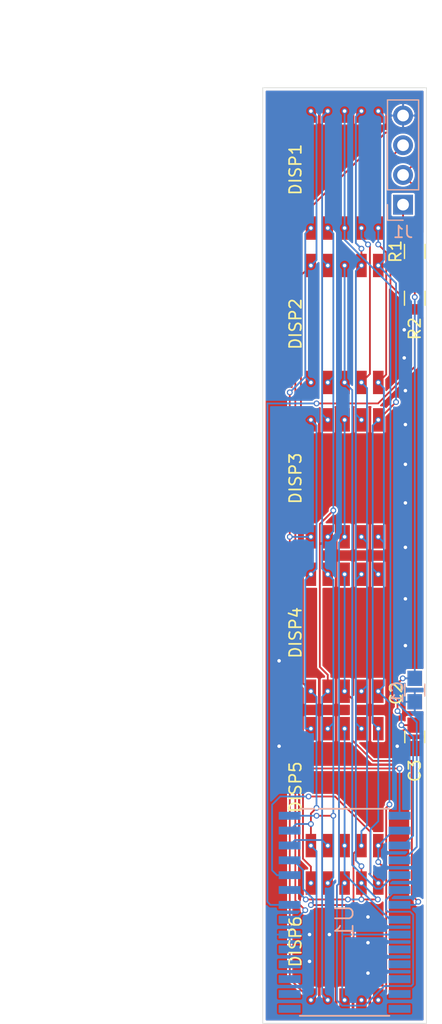
<source format=kicad_pcb>
(kicad_pcb (version 20171130) (host pcbnew "(5.1.8)-1")

  (general
    (thickness 1.6)
    (drawings 15)
    (tracks 305)
    (zones 0)
    (modules 13)
    (nets 29)
  )

  (page A4)
  (layers
    (0 F.Cu signal)
    (31 B.Cu signal)
    (32 B.Adhes user hide)
    (33 F.Adhes user hide)
    (34 B.Paste user hide)
    (35 F.Paste user hide)
    (36 B.SilkS user)
    (37 F.SilkS user)
    (38 B.Mask user)
    (39 F.Mask user)
    (40 Dwgs.User user)
    (41 Cmts.User user hide)
    (42 Eco1.User user hide)
    (43 Eco2.User user hide)
    (44 Edge.Cuts user)
    (45 Margin user hide)
    (46 B.CrtYd user hide)
    (47 F.CrtYd user hide)
    (48 B.Fab user hide)
    (49 F.Fab user hide)
  )

  (setup
    (last_trace_width 0.152)
    (trace_clearance 0.152)
    (zone_clearance 0.152)
    (zone_45_only no)
    (trace_min 0.152)
    (via_size 0.5)
    (via_drill 0.3)
    (via_min_size 0.4)
    (via_min_drill 0.3)
    (uvia_size 0.3)
    (uvia_drill 0.1)
    (uvias_allowed no)
    (uvia_min_size 0.2)
    (uvia_min_drill 0.1)
    (edge_width 0.05)
    (segment_width 0.2)
    (pcb_text_width 0.3)
    (pcb_text_size 1.5 1.5)
    (mod_edge_width 0.12)
    (mod_text_size 1 1)
    (mod_text_width 0.15)
    (pad_size 1.524 1.524)
    (pad_drill 0.762)
    (pad_to_mask_clearance 0)
    (aux_axis_origin 0 0)
    (visible_elements 7FFFFFFF)
    (pcbplotparams
      (layerselection 0x010e0_ffffffff)
      (usegerberextensions false)
      (usegerberattributes true)
      (usegerberadvancedattributes true)
      (creategerberjobfile true)
      (excludeedgelayer true)
      (linewidth 0.100000)
      (plotframeref false)
      (viasonmask false)
      (mode 1)
      (useauxorigin false)
      (hpglpennumber 1)
      (hpglpenspeed 20)
      (hpglpendiameter 15.000000)
      (psnegative false)
      (psa4output false)
      (plotreference true)
      (plotvalue true)
      (plotinvisibletext false)
      (padsonsilk false)
      (subtractmaskfromsilk false)
      (outputformat 1)
      (mirror false)
      (drillshape 0)
      (scaleselection 1)
      (outputdirectory "Gerber/"))
  )

  (net 0 "")
  (net 1 +5V)
  (net 2 GND)
  (net 3 /SEG5)
  (net 4 /SEG4)
  (net 5 /GRID1)
  (net 6 /SEG3)
  (net 7 /SEG8)
  (net 8 /SEG2)
  (net 9 /SEG1)
  (net 10 /SEG6)
  (net 11 /SEG7)
  (net 12 /GRID2)
  (net 13 /GRID3)
  (net 14 /GRID4)
  (net 15 /GRID5)
  (net 16 /GRID6)
  (net 17 /DIN)
  (net 18 /SCLK)
  (net 19 "Net-(U1-Pad28)")
  (net 20 "Net-(U1-Pad27)")
  (net 21 "Net-(U1-Pad26)")
  (net 22 "Net-(U1-Pad25)")
  (net 23 "Net-(U1-Pad24)")
  (net 24 "Net-(U1-Pad5)")
  (net 25 "Net-(U1-Pad4)")
  (net 26 "Net-(U1-Pad3)")
  (net 27 "Net-(U1-Pad2)")
  (net 28 "Net-(U1-Pad1)")

  (net_class Default "This is the default net class."
    (clearance 0.152)
    (trace_width 0.152)
    (via_dia 0.5)
    (via_drill 0.3)
    (uvia_dia 0.3)
    (uvia_drill 0.1)
    (add_net +5V)
    (add_net /DIN)
    (add_net /GRID1)
    (add_net /GRID2)
    (add_net /GRID3)
    (add_net /GRID4)
    (add_net /GRID5)
    (add_net /GRID6)
    (add_net /SCLK)
    (add_net /SEG1)
    (add_net /SEG2)
    (add_net /SEG3)
    (add_net /SEG4)
    (add_net /SEG5)
    (add_net /SEG6)
    (add_net /SEG7)
    (add_net /SEG8)
    (add_net GND)
    (add_net "Net-(U1-Pad1)")
    (add_net "Net-(U1-Pad2)")
    (add_net "Net-(U1-Pad24)")
    (add_net "Net-(U1-Pad25)")
    (add_net "Net-(U1-Pad26)")
    (add_net "Net-(U1-Pad27)")
    (add_net "Net-(U1-Pad28)")
    (add_net "Net-(U1-Pad3)")
    (add_net "Net-(U1-Pad4)")
    (add_net "Net-(U1-Pad5)")
  )

  (module display:HLS-2011_Via (layer F.Cu) (tedit 5FCE3A55) (tstamp 5FCC8BF4)
    (at 217 103)
    (descr "0.2 inch mini seven segment SMD with vias")
    (path /5FCEC3BE)
    (attr smd)
    (fp_text reference DISP6 (at -4.2 0 90) (layer F.SilkS)
      (effects (font (size 1 1) (thickness 0.15)))
    )
    (fp_text value HLS-2011AR (at 0.1 -6) (layer F.Fab)
      (effects (font (size 1 1) (thickness 0.15)))
    )
    (fp_line (start -3.45 -5) (end -3.45 5) (layer F.Fab) (width 0.12))
    (fp_line (start 3.45 -5) (end 3.45 5) (layer F.Fab) (width 0.12))
    (fp_line (start 3.45 -5) (end -3.45 -5) (layer F.Fab) (width 0.12))
    (fp_line (start 3.45 5) (end -3.45 5) (layer F.Fab) (width 0.12))
    (fp_line (start -1.4 -2.504) (end 1.4 -2.504) (layer F.Fab) (width 0.12))
    (fp_line (start -1.4 2.504) (end 1.4 2.504) (layer F.Fab) (width 0.12))
    (fp_line (start 1.4 -2.504) (end 1.4 2.504) (layer F.Fab) (width 0.12))
    (fp_line (start -1.4 -2.504) (end -1.4 2.5) (layer F.Fab) (width 0.12))
    (pad 10 thru_hole circle (at -2.88 -5) (size 0.5 0.5) (drill 0.3) (layers *.Cu *.Mask)
      (net 11 /SEG7))
    (pad 9 thru_hole circle (at -1.44 -5) (size 0.5 0.5) (drill 0.3) (layers *.Cu *.Mask)
      (net 10 /SEG6))
    (pad 8 thru_hole circle (at 0 -5) (size 0.5 0.5) (drill 0.3) (layers *.Cu *.Mask)
      (net 16 /GRID6))
    (pad 7 thru_hole circle (at 1.44 -5) (size 0.5 0.5) (drill 0.3) (layers *.Cu *.Mask)
      (net 9 /SEG1))
    (pad 6 thru_hole circle (at 2.88 -5) (size 0.5 0.5) (drill 0.3) (layers *.Cu *.Mask)
      (net 8 /SEG2))
    (pad 5 thru_hole circle (at 2.88 5) (size 0.5 0.5) (drill 0.3) (layers *.Cu *.Mask)
      (net 7 /SEG8))
    (pad 4 thru_hole circle (at 1.44 5) (size 0.5 0.5) (drill 0.3) (layers *.Cu *.Mask)
      (net 6 /SEG3))
    (pad 3 thru_hole circle (at 0 5) (size 0.5 0.5) (drill 0.3) (layers *.Cu *.Mask)
      (net 16 /GRID6))
    (pad 2 thru_hole circle (at -1.44 5) (size 0.5 0.5) (drill 0.3) (layers *.Cu *.Mask)
      (net 4 /SEG4))
    (pad 1 thru_hole circle (at -2.88 5) (size 0.5 0.5) (drill 0.3) (layers *.Cu *.Mask)
      (net 3 /SEG5))
    (pad 10 smd rect (at -2.88 -5) (size 0.9 2) (layers F.Cu F.Paste F.Mask)
      (net 11 /SEG7))
    (pad 9 smd rect (at -1.44 -5) (size 0.9 2) (layers F.Cu F.Paste F.Mask)
      (net 10 /SEG6))
    (pad 8 smd rect (at 0 -5) (size 0.9 2) (layers F.Cu F.Paste F.Mask)
      (net 16 /GRID6))
    (pad 7 smd rect (at 1.44 -5) (size 0.9 2) (layers F.Cu F.Paste F.Mask)
      (net 9 /SEG1))
    (pad 6 smd rect (at 2.88 -5) (size 0.9 2) (layers F.Cu F.Paste F.Mask)
      (net 8 /SEG2))
    (pad 5 smd rect (at 2.88 5) (size 0.9 2) (layers F.Cu F.Paste F.Mask)
      (net 7 /SEG8))
    (pad 4 smd rect (at 1.44 5) (size 0.9 2) (layers F.Cu F.Paste F.Mask)
      (net 6 /SEG3))
    (pad 3 smd rect (at 0 5) (size 0.9 2) (layers F.Cu F.Paste F.Mask)
      (net 16 /GRID6))
    (pad 2 smd rect (at -1.44 5) (size 0.9 2) (layers F.Cu F.Paste F.Mask)
      (net 4 /SEG4))
    (pad 1 smd rect (at -2.88 5) (size 0.9 2) (layers F.Cu F.Paste F.Mask)
      (net 3 /SEG5))
  )

  (module display:HLS-2011_Via (layer F.Cu) (tedit 5FCE3A55) (tstamp 5FCC8BDE)
    (at 217 89.8)
    (descr "0.2 inch mini seven segment SMD with vias")
    (path /5FCEC395)
    (attr smd)
    (fp_text reference DISP5 (at -4.2 0 90) (layer F.SilkS)
      (effects (font (size 1 1) (thickness 0.15)))
    )
    (fp_text value HLS-2011AR (at 0.1 -6) (layer F.Fab)
      (effects (font (size 1 1) (thickness 0.15)))
    )
    (fp_line (start -3.45 -5) (end -3.45 5) (layer F.Fab) (width 0.12))
    (fp_line (start 3.45 -5) (end 3.45 5) (layer F.Fab) (width 0.12))
    (fp_line (start 3.45 -5) (end -3.45 -5) (layer F.Fab) (width 0.12))
    (fp_line (start 3.45 5) (end -3.45 5) (layer F.Fab) (width 0.12))
    (fp_line (start -1.4 -2.504) (end 1.4 -2.504) (layer F.Fab) (width 0.12))
    (fp_line (start -1.4 2.504) (end 1.4 2.504) (layer F.Fab) (width 0.12))
    (fp_line (start 1.4 -2.504) (end 1.4 2.504) (layer F.Fab) (width 0.12))
    (fp_line (start -1.4 -2.504) (end -1.4 2.5) (layer F.Fab) (width 0.12))
    (pad 10 thru_hole circle (at -2.88 -5) (size 0.5 0.5) (drill 0.3) (layers *.Cu *.Mask)
      (net 11 /SEG7))
    (pad 9 thru_hole circle (at -1.44 -5) (size 0.5 0.5) (drill 0.3) (layers *.Cu *.Mask)
      (net 10 /SEG6))
    (pad 8 thru_hole circle (at 0 -5) (size 0.5 0.5) (drill 0.3) (layers *.Cu *.Mask)
      (net 15 /GRID5))
    (pad 7 thru_hole circle (at 1.44 -5) (size 0.5 0.5) (drill 0.3) (layers *.Cu *.Mask)
      (net 9 /SEG1))
    (pad 6 thru_hole circle (at 2.88 -5) (size 0.5 0.5) (drill 0.3) (layers *.Cu *.Mask)
      (net 8 /SEG2))
    (pad 5 thru_hole circle (at 2.88 5) (size 0.5 0.5) (drill 0.3) (layers *.Cu *.Mask)
      (net 7 /SEG8))
    (pad 4 thru_hole circle (at 1.44 5) (size 0.5 0.5) (drill 0.3) (layers *.Cu *.Mask)
      (net 6 /SEG3))
    (pad 3 thru_hole circle (at 0 5) (size 0.5 0.5) (drill 0.3) (layers *.Cu *.Mask)
      (net 15 /GRID5))
    (pad 2 thru_hole circle (at -1.44 5) (size 0.5 0.5) (drill 0.3) (layers *.Cu *.Mask)
      (net 4 /SEG4))
    (pad 1 thru_hole circle (at -2.88 5) (size 0.5 0.5) (drill 0.3) (layers *.Cu *.Mask)
      (net 3 /SEG5))
    (pad 10 smd rect (at -2.88 -5) (size 0.9 2) (layers F.Cu F.Paste F.Mask)
      (net 11 /SEG7))
    (pad 9 smd rect (at -1.44 -5) (size 0.9 2) (layers F.Cu F.Paste F.Mask)
      (net 10 /SEG6))
    (pad 8 smd rect (at 0 -5) (size 0.9 2) (layers F.Cu F.Paste F.Mask)
      (net 15 /GRID5))
    (pad 7 smd rect (at 1.44 -5) (size 0.9 2) (layers F.Cu F.Paste F.Mask)
      (net 9 /SEG1))
    (pad 6 smd rect (at 2.88 -5) (size 0.9 2) (layers F.Cu F.Paste F.Mask)
      (net 8 /SEG2))
    (pad 5 smd rect (at 2.88 5) (size 0.9 2) (layers F.Cu F.Paste F.Mask)
      (net 7 /SEG8))
    (pad 4 smd rect (at 1.44 5) (size 0.9 2) (layers F.Cu F.Paste F.Mask)
      (net 6 /SEG3))
    (pad 3 smd rect (at 0 5) (size 0.9 2) (layers F.Cu F.Paste F.Mask)
      (net 15 /GRID5))
    (pad 2 smd rect (at -1.44 5) (size 0.9 2) (layers F.Cu F.Paste F.Mask)
      (net 4 /SEG4))
    (pad 1 smd rect (at -2.88 5) (size 0.9 2) (layers F.Cu F.Paste F.Mask)
      (net 3 /SEG5))
  )

  (module display:HLS-2011_Via (layer F.Cu) (tedit 5FCE3A55) (tstamp 5FCC8BC8)
    (at 217 76.6)
    (descr "0.2 inch mini seven segment SMD with vias")
    (path /5FCEC278)
    (attr smd)
    (fp_text reference DISP4 (at -4.2 0 90) (layer F.SilkS)
      (effects (font (size 1 1) (thickness 0.15)))
    )
    (fp_text value HLS-2011AR (at 0.1 -6) (layer F.Fab)
      (effects (font (size 1 1) (thickness 0.15)))
    )
    (fp_line (start -3.45 -5) (end -3.45 5) (layer F.Fab) (width 0.12))
    (fp_line (start 3.45 -5) (end 3.45 5) (layer F.Fab) (width 0.12))
    (fp_line (start 3.45 -5) (end -3.45 -5) (layer F.Fab) (width 0.12))
    (fp_line (start 3.45 5) (end -3.45 5) (layer F.Fab) (width 0.12))
    (fp_line (start -1.4 -2.504) (end 1.4 -2.504) (layer F.Fab) (width 0.12))
    (fp_line (start -1.4 2.504) (end 1.4 2.504) (layer F.Fab) (width 0.12))
    (fp_line (start 1.4 -2.504) (end 1.4 2.504) (layer F.Fab) (width 0.12))
    (fp_line (start -1.4 -2.504) (end -1.4 2.5) (layer F.Fab) (width 0.12))
    (pad 10 thru_hole circle (at -2.88 -5) (size 0.5 0.5) (drill 0.3) (layers *.Cu *.Mask)
      (net 11 /SEG7))
    (pad 9 thru_hole circle (at -1.44 -5) (size 0.5 0.5) (drill 0.3) (layers *.Cu *.Mask)
      (net 10 /SEG6))
    (pad 8 thru_hole circle (at 0 -5) (size 0.5 0.5) (drill 0.3) (layers *.Cu *.Mask)
      (net 14 /GRID4))
    (pad 7 thru_hole circle (at 1.44 -5) (size 0.5 0.5) (drill 0.3) (layers *.Cu *.Mask)
      (net 9 /SEG1))
    (pad 6 thru_hole circle (at 2.88 -5) (size 0.5 0.5) (drill 0.3) (layers *.Cu *.Mask)
      (net 8 /SEG2))
    (pad 5 thru_hole circle (at 2.88 5) (size 0.5 0.5) (drill 0.3) (layers *.Cu *.Mask)
      (net 7 /SEG8))
    (pad 4 thru_hole circle (at 1.44 5) (size 0.5 0.5) (drill 0.3) (layers *.Cu *.Mask)
      (net 6 /SEG3))
    (pad 3 thru_hole circle (at 0 5) (size 0.5 0.5) (drill 0.3) (layers *.Cu *.Mask)
      (net 14 /GRID4))
    (pad 2 thru_hole circle (at -1.44 5) (size 0.5 0.5) (drill 0.3) (layers *.Cu *.Mask)
      (net 4 /SEG4))
    (pad 1 thru_hole circle (at -2.88 5) (size 0.5 0.5) (drill 0.3) (layers *.Cu *.Mask)
      (net 3 /SEG5))
    (pad 10 smd rect (at -2.88 -5) (size 0.9 2) (layers F.Cu F.Paste F.Mask)
      (net 11 /SEG7))
    (pad 9 smd rect (at -1.44 -5) (size 0.9 2) (layers F.Cu F.Paste F.Mask)
      (net 10 /SEG6))
    (pad 8 smd rect (at 0 -5) (size 0.9 2) (layers F.Cu F.Paste F.Mask)
      (net 14 /GRID4))
    (pad 7 smd rect (at 1.44 -5) (size 0.9 2) (layers F.Cu F.Paste F.Mask)
      (net 9 /SEG1))
    (pad 6 smd rect (at 2.88 -5) (size 0.9 2) (layers F.Cu F.Paste F.Mask)
      (net 8 /SEG2))
    (pad 5 smd rect (at 2.88 5) (size 0.9 2) (layers F.Cu F.Paste F.Mask)
      (net 7 /SEG8))
    (pad 4 smd rect (at 1.44 5) (size 0.9 2) (layers F.Cu F.Paste F.Mask)
      (net 6 /SEG3))
    (pad 3 smd rect (at 0 5) (size 0.9 2) (layers F.Cu F.Paste F.Mask)
      (net 14 /GRID4))
    (pad 2 smd rect (at -1.44 5) (size 0.9 2) (layers F.Cu F.Paste F.Mask)
      (net 4 /SEG4))
    (pad 1 smd rect (at -2.88 5) (size 0.9 2) (layers F.Cu F.Paste F.Mask)
      (net 3 /SEG5))
  )

  (module display:HLS-2011_Via (layer F.Cu) (tedit 5FCE3A55) (tstamp 5FCC8BB2)
    (at 217 63.4)
    (descr "0.2 inch mini seven segment SMD with vias")
    (path /5FCEBA2F)
    (attr smd)
    (fp_text reference DISP3 (at -4.2 0 90) (layer F.SilkS)
      (effects (font (size 1 1) (thickness 0.15)))
    )
    (fp_text value HLS-2011AR (at 0.1 -6) (layer F.Fab)
      (effects (font (size 1 1) (thickness 0.15)))
    )
    (fp_line (start -3.45 -5) (end -3.45 5) (layer F.Fab) (width 0.12))
    (fp_line (start 3.45 -5) (end 3.45 5) (layer F.Fab) (width 0.12))
    (fp_line (start 3.45 -5) (end -3.45 -5) (layer F.Fab) (width 0.12))
    (fp_line (start 3.45 5) (end -3.45 5) (layer F.Fab) (width 0.12))
    (fp_line (start -1.4 -2.504) (end 1.4 -2.504) (layer F.Fab) (width 0.12))
    (fp_line (start -1.4 2.504) (end 1.4 2.504) (layer F.Fab) (width 0.12))
    (fp_line (start 1.4 -2.504) (end 1.4 2.504) (layer F.Fab) (width 0.12))
    (fp_line (start -1.4 -2.504) (end -1.4 2.5) (layer F.Fab) (width 0.12))
    (pad 10 thru_hole circle (at -2.88 -5) (size 0.5 0.5) (drill 0.3) (layers *.Cu *.Mask)
      (net 11 /SEG7))
    (pad 9 thru_hole circle (at -1.44 -5) (size 0.5 0.5) (drill 0.3) (layers *.Cu *.Mask)
      (net 10 /SEG6))
    (pad 8 thru_hole circle (at 0 -5) (size 0.5 0.5) (drill 0.3) (layers *.Cu *.Mask)
      (net 13 /GRID3))
    (pad 7 thru_hole circle (at 1.44 -5) (size 0.5 0.5) (drill 0.3) (layers *.Cu *.Mask)
      (net 9 /SEG1))
    (pad 6 thru_hole circle (at 2.88 -5) (size 0.5 0.5) (drill 0.3) (layers *.Cu *.Mask)
      (net 8 /SEG2))
    (pad 5 thru_hole circle (at 2.88 5) (size 0.5 0.5) (drill 0.3) (layers *.Cu *.Mask)
      (net 7 /SEG8))
    (pad 4 thru_hole circle (at 1.44 5) (size 0.5 0.5) (drill 0.3) (layers *.Cu *.Mask)
      (net 6 /SEG3))
    (pad 3 thru_hole circle (at 0 5) (size 0.5 0.5) (drill 0.3) (layers *.Cu *.Mask)
      (net 13 /GRID3))
    (pad 2 thru_hole circle (at -1.44 5) (size 0.5 0.5) (drill 0.3) (layers *.Cu *.Mask)
      (net 4 /SEG4))
    (pad 1 thru_hole circle (at -2.88 5) (size 0.5 0.5) (drill 0.3) (layers *.Cu *.Mask)
      (net 3 /SEG5))
    (pad 10 smd rect (at -2.88 -5) (size 0.9 2) (layers F.Cu F.Paste F.Mask)
      (net 11 /SEG7))
    (pad 9 smd rect (at -1.44 -5) (size 0.9 2) (layers F.Cu F.Paste F.Mask)
      (net 10 /SEG6))
    (pad 8 smd rect (at 0 -5) (size 0.9 2) (layers F.Cu F.Paste F.Mask)
      (net 13 /GRID3))
    (pad 7 smd rect (at 1.44 -5) (size 0.9 2) (layers F.Cu F.Paste F.Mask)
      (net 9 /SEG1))
    (pad 6 smd rect (at 2.88 -5) (size 0.9 2) (layers F.Cu F.Paste F.Mask)
      (net 8 /SEG2))
    (pad 5 smd rect (at 2.88 5) (size 0.9 2) (layers F.Cu F.Paste F.Mask)
      (net 7 /SEG8))
    (pad 4 smd rect (at 1.44 5) (size 0.9 2) (layers F.Cu F.Paste F.Mask)
      (net 6 /SEG3))
    (pad 3 smd rect (at 0 5) (size 0.9 2) (layers F.Cu F.Paste F.Mask)
      (net 13 /GRID3))
    (pad 2 smd rect (at -1.44 5) (size 0.9 2) (layers F.Cu F.Paste F.Mask)
      (net 4 /SEG4))
    (pad 1 smd rect (at -2.88 5) (size 0.9 2) (layers F.Cu F.Paste F.Mask)
      (net 3 /SEG5))
  )

  (module display:HLS-2011_Via (layer F.Cu) (tedit 5FCE3A55) (tstamp 5FCC8B9C)
    (at 217 50.2)
    (descr "0.2 inch mini seven segment SMD with vias")
    (path /5FCEA163)
    (attr smd)
    (fp_text reference DISP2 (at -4.2 0 90) (layer F.SilkS)
      (effects (font (size 1 1) (thickness 0.15)))
    )
    (fp_text value HLS-2011AR (at 0.1 -6) (layer F.Fab)
      (effects (font (size 1 1) (thickness 0.15)))
    )
    (fp_line (start -3.45 -5) (end -3.45 5) (layer F.Fab) (width 0.12))
    (fp_line (start 3.45 -5) (end 3.45 5) (layer F.Fab) (width 0.12))
    (fp_line (start 3.45 -5) (end -3.45 -5) (layer F.Fab) (width 0.12))
    (fp_line (start 3.45 5) (end -3.45 5) (layer F.Fab) (width 0.12))
    (fp_line (start -1.4 -2.504) (end 1.4 -2.504) (layer F.Fab) (width 0.12))
    (fp_line (start -1.4 2.504) (end 1.4 2.504) (layer F.Fab) (width 0.12))
    (fp_line (start 1.4 -2.504) (end 1.4 2.504) (layer F.Fab) (width 0.12))
    (fp_line (start -1.4 -2.504) (end -1.4 2.5) (layer F.Fab) (width 0.12))
    (pad 10 thru_hole circle (at -2.88 -5) (size 0.5 0.5) (drill 0.3) (layers *.Cu *.Mask)
      (net 11 /SEG7))
    (pad 9 thru_hole circle (at -1.44 -5) (size 0.5 0.5) (drill 0.3) (layers *.Cu *.Mask)
      (net 10 /SEG6))
    (pad 8 thru_hole circle (at 0 -5) (size 0.5 0.5) (drill 0.3) (layers *.Cu *.Mask)
      (net 12 /GRID2))
    (pad 7 thru_hole circle (at 1.44 -5) (size 0.5 0.5) (drill 0.3) (layers *.Cu *.Mask)
      (net 9 /SEG1))
    (pad 6 thru_hole circle (at 2.88 -5) (size 0.5 0.5) (drill 0.3) (layers *.Cu *.Mask)
      (net 8 /SEG2))
    (pad 5 thru_hole circle (at 2.88 5) (size 0.5 0.5) (drill 0.3) (layers *.Cu *.Mask)
      (net 7 /SEG8))
    (pad 4 thru_hole circle (at 1.44 5) (size 0.5 0.5) (drill 0.3) (layers *.Cu *.Mask)
      (net 6 /SEG3))
    (pad 3 thru_hole circle (at 0 5) (size 0.5 0.5) (drill 0.3) (layers *.Cu *.Mask)
      (net 12 /GRID2))
    (pad 2 thru_hole circle (at -1.44 5) (size 0.5 0.5) (drill 0.3) (layers *.Cu *.Mask)
      (net 4 /SEG4))
    (pad 1 thru_hole circle (at -2.88 5) (size 0.5 0.5) (drill 0.3) (layers *.Cu *.Mask)
      (net 3 /SEG5))
    (pad 10 smd rect (at -2.88 -5) (size 0.9 2) (layers F.Cu F.Paste F.Mask)
      (net 11 /SEG7))
    (pad 9 smd rect (at -1.44 -5) (size 0.9 2) (layers F.Cu F.Paste F.Mask)
      (net 10 /SEG6))
    (pad 8 smd rect (at 0 -5) (size 0.9 2) (layers F.Cu F.Paste F.Mask)
      (net 12 /GRID2))
    (pad 7 smd rect (at 1.44 -5) (size 0.9 2) (layers F.Cu F.Paste F.Mask)
      (net 9 /SEG1))
    (pad 6 smd rect (at 2.88 -5) (size 0.9 2) (layers F.Cu F.Paste F.Mask)
      (net 8 /SEG2))
    (pad 5 smd rect (at 2.88 5) (size 0.9 2) (layers F.Cu F.Paste F.Mask)
      (net 7 /SEG8))
    (pad 4 smd rect (at 1.44 5) (size 0.9 2) (layers F.Cu F.Paste F.Mask)
      (net 6 /SEG3))
    (pad 3 smd rect (at 0 5) (size 0.9 2) (layers F.Cu F.Paste F.Mask)
      (net 12 /GRID2))
    (pad 2 smd rect (at -1.44 5) (size 0.9 2) (layers F.Cu F.Paste F.Mask)
      (net 4 /SEG4))
    (pad 1 smd rect (at -2.88 5) (size 0.9 2) (layers F.Cu F.Paste F.Mask)
      (net 3 /SEG5))
  )

  (module display:HLS-2011_Via (layer F.Cu) (tedit 5FCE3A55) (tstamp 5FCC8B86)
    (at 217 37)
    (descr "0.2 inch mini seven segment SMD with vias")
    (path /5FCDBC63)
    (attr smd)
    (fp_text reference DISP1 (at -4.2 0 90) (layer F.SilkS)
      (effects (font (size 1 1) (thickness 0.15)))
    )
    (fp_text value HLS-2011AR (at 0.1 -6) (layer F.Fab)
      (effects (font (size 1 1) (thickness 0.15)))
    )
    (fp_line (start -3.45 -5) (end -3.45 5) (layer F.Fab) (width 0.12))
    (fp_line (start 3.45 -5) (end 3.45 5) (layer F.Fab) (width 0.12))
    (fp_line (start 3.45 -5) (end -3.45 -5) (layer F.Fab) (width 0.12))
    (fp_line (start 3.45 5) (end -3.45 5) (layer F.Fab) (width 0.12))
    (fp_line (start -1.4 -2.504) (end 1.4 -2.504) (layer F.Fab) (width 0.12))
    (fp_line (start -1.4 2.504) (end 1.4 2.504) (layer F.Fab) (width 0.12))
    (fp_line (start 1.4 -2.504) (end 1.4 2.504) (layer F.Fab) (width 0.12))
    (fp_line (start -1.4 -2.504) (end -1.4 2.5) (layer F.Fab) (width 0.12))
    (pad 10 thru_hole circle (at -2.88 -5) (size 0.5 0.5) (drill 0.3) (layers *.Cu *.Mask)
      (net 11 /SEG7))
    (pad 9 thru_hole circle (at -1.44 -5) (size 0.5 0.5) (drill 0.3) (layers *.Cu *.Mask)
      (net 10 /SEG6))
    (pad 8 thru_hole circle (at 0 -5) (size 0.5 0.5) (drill 0.3) (layers *.Cu *.Mask)
      (net 5 /GRID1))
    (pad 7 thru_hole circle (at 1.44 -5) (size 0.5 0.5) (drill 0.3) (layers *.Cu *.Mask)
      (net 9 /SEG1))
    (pad 6 thru_hole circle (at 2.88 -5) (size 0.5 0.5) (drill 0.3) (layers *.Cu *.Mask)
      (net 8 /SEG2))
    (pad 5 thru_hole circle (at 2.88 5) (size 0.5 0.5) (drill 0.3) (layers *.Cu *.Mask)
      (net 7 /SEG8))
    (pad 4 thru_hole circle (at 1.44 5) (size 0.5 0.5) (drill 0.3) (layers *.Cu *.Mask)
      (net 6 /SEG3))
    (pad 3 thru_hole circle (at 0 5) (size 0.5 0.5) (drill 0.3) (layers *.Cu *.Mask)
      (net 5 /GRID1))
    (pad 2 thru_hole circle (at -1.44 5) (size 0.5 0.5) (drill 0.3) (layers *.Cu *.Mask)
      (net 4 /SEG4))
    (pad 1 thru_hole circle (at -2.88 5) (size 0.5 0.5) (drill 0.3) (layers *.Cu *.Mask)
      (net 3 /SEG5))
    (pad 10 smd rect (at -2.88 -5) (size 0.9 2) (layers F.Cu F.Paste F.Mask)
      (net 11 /SEG7))
    (pad 9 smd rect (at -1.44 -5) (size 0.9 2) (layers F.Cu F.Paste F.Mask)
      (net 10 /SEG6))
    (pad 8 smd rect (at 0 -5) (size 0.9 2) (layers F.Cu F.Paste F.Mask)
      (net 5 /GRID1))
    (pad 7 smd rect (at 1.44 -5) (size 0.9 2) (layers F.Cu F.Paste F.Mask)
      (net 9 /SEG1))
    (pad 6 smd rect (at 2.88 -5) (size 0.9 2) (layers F.Cu F.Paste F.Mask)
      (net 8 /SEG2))
    (pad 5 smd rect (at 2.88 5) (size 0.9 2) (layers F.Cu F.Paste F.Mask)
      (net 7 /SEG8))
    (pad 4 smd rect (at 1.44 5) (size 0.9 2) (layers F.Cu F.Paste F.Mask)
      (net 6 /SEG3))
    (pad 3 smd rect (at 0 5) (size 0.9 2) (layers F.Cu F.Paste F.Mask)
      (net 5 /GRID1))
    (pad 2 smd rect (at -1.44 5) (size 0.9 2) (layers F.Cu F.Paste F.Mask)
      (net 4 /SEG4))
    (pad 1 smd rect (at -2.88 5) (size 0.9 2) (layers F.Cu F.Paste F.Mask)
      (net 3 /SEG5))
  )

  (module ic:SOIC28P127_1740X1015X255L60X40M (layer B.Cu) (tedit 0) (tstamp 5FCC8C63)
    (at 217 100.5 90)
    (descr "Small Outline IC (SOIC), 1.27 mm pitch; 28 pin, 17.40 mm L X 7.40 mm W X 2.55 mm H body")
    (path /5FD01782)
    (attr smd)
    (fp_text reference U1 (at -0.8 0 90) (layer B.SilkS)
      (effects (font (size 1.5 1.5) (thickness 0.15)) (justify mirror))
    )
    (fp_text value TM1640 (at -2.7 2.2 90) (layer B.SilkS) hide
      (effects (font (size 1.524 1.524) (thickness 0.15)) (justify mirror))
    )
    (fp_circle (center 0 0) (end 0 -0.25) (layer B.CrtYd) (width 0.05))
    (fp_line (start 0 0.35) (end 0 -0.35) (layer B.CrtYd) (width 0.05))
    (fp_line (start -0.35 0) (end 0.35 0) (layer B.CrtYd) (width 0.05))
    (fp_line (start -8.85 -3.83) (end -8.85 3.83) (layer B.Fab) (width 0.12))
    (fp_line (start -8.85 3.83) (end 8.85 3.83) (layer B.Fab) (width 0.12))
    (fp_line (start 8.85 3.83) (end 8.85 -3.83) (layer B.Fab) (width 0.12))
    (fp_line (start 8.85 -3.83) (end -8.85 -3.83) (layer B.Fab) (width 0.12))
    (fp_line (start 9.25 -4.23) (end 9.25 4.23) (layer B.CrtYd) (width 0.05))
    (fp_line (start 9.25 4.23) (end 8.99 4.23) (layer B.CrtYd) (width 0.05))
    (fp_line (start 8.99 4.23) (end 8.99 6.035) (layer B.CrtYd) (width 0.05))
    (fp_line (start 8.99 6.035) (end -8.99 6.035) (layer B.CrtYd) (width 0.05))
    (fp_line (start -8.99 6.035) (end -8.99 4.23) (layer B.CrtYd) (width 0.05))
    (fp_line (start -8.99 4.23) (end -9.25 4.23) (layer B.CrtYd) (width 0.05))
    (fp_line (start -9.25 4.23) (end -9.25 -4.23) (layer B.CrtYd) (width 0.05))
    (fp_line (start -9.25 -4.23) (end -8.99 -4.23) (layer B.CrtYd) (width 0.05))
    (fp_line (start -8.99 -4.23) (end -8.99 -6.035) (layer B.CrtYd) (width 0.05))
    (fp_line (start -8.99 -6.035) (end 8.99 -6.035) (layer B.CrtYd) (width 0.05))
    (fp_line (start 8.99 -6.035) (end 8.99 -4.23) (layer B.CrtYd) (width 0.05))
    (fp_line (start 8.99 -4.23) (end 9.25 -4.23) (layer B.CrtYd) (width 0.05))
    (fp_line (start -8.85 -3.83) (end -8.85 3.83) (layer B.SilkS) (width 0.15))
    (fp_line (start 8.85 -3.83) (end 8.85 3.83) (layer B.SilkS) (width 0.15))
    (pad 28 smd rect (at -8.255 4.7) (size 1.87 0.67) (layers B.Cu B.Paste B.Mask)
      (net 19 "Net-(U1-Pad28)"))
    (pad 27 smd rect (at -6.985 4.7) (size 1.87 0.67) (layers B.Cu B.Paste B.Mask)
      (net 20 "Net-(U1-Pad27)"))
    (pad 26 smd rect (at -5.715 4.7) (size 1.87 0.67) (layers B.Cu B.Paste B.Mask)
      (net 21 "Net-(U1-Pad26)"))
    (pad 25 smd rect (at -4.445 4.7) (size 1.87 0.67) (layers B.Cu B.Paste B.Mask)
      (net 22 "Net-(U1-Pad25)"))
    (pad 24 smd rect (at -3.175 4.7) (size 1.87 0.67) (layers B.Cu B.Paste B.Mask)
      (net 23 "Net-(U1-Pad24)"))
    (pad 23 smd rect (at -1.905 4.7) (size 1.87 0.67) (layers B.Cu B.Paste B.Mask)
      (net 16 /GRID6))
    (pad 22 smd rect (at -0.635 4.7) (size 1.87 0.67) (layers B.Cu B.Paste B.Mask)
      (net 15 /GRID5))
    (pad 21 smd rect (at 0.635 4.7) (size 1.87 0.67) (layers B.Cu B.Paste B.Mask)
      (net 14 /GRID4))
    (pad 20 smd rect (at 1.905 4.7) (size 1.87 0.67) (layers B.Cu B.Paste B.Mask)
      (net 13 /GRID3))
    (pad 19 smd rect (at 3.175 4.7) (size 1.87 0.67) (layers B.Cu B.Paste B.Mask)
      (net 12 /GRID2))
    (pad 18 smd rect (at 4.445 4.7) (size 1.87 0.67) (layers B.Cu B.Paste B.Mask)
      (net 5 /GRID1))
    (pad 17 smd rect (at 5.715 4.7) (size 1.87 0.67) (layers B.Cu B.Paste B.Mask)
      (net 1 +5V))
    (pad 16 smd rect (at 6.985 4.7) (size 1.87 0.67) (layers B.Cu B.Paste B.Mask)
      (net 7 /SEG8))
    (pad 15 smd rect (at 8.255 4.7) (size 1.87 0.67) (layers B.Cu B.Paste B.Mask)
      (net 11 /SEG7))
    (pad 14 smd rect (at 8.255 -4.7) (size 1.87 0.67) (layers B.Cu B.Paste B.Mask)
      (net 10 /SEG6))
    (pad 13 smd rect (at 6.985 -4.7) (size 1.87 0.67) (layers B.Cu B.Paste B.Mask)
      (net 3 /SEG5))
    (pad 12 smd rect (at 5.715 -4.7) (size 1.87 0.67) (layers B.Cu B.Paste B.Mask)
      (net 4 /SEG4))
    (pad 11 smd rect (at 4.445 -4.7) (size 1.87 0.67) (layers B.Cu B.Paste B.Mask)
      (net 6 /SEG3))
    (pad 10 smd rect (at 3.175 -4.7) (size 1.87 0.67) (layers B.Cu B.Paste B.Mask)
      (net 8 /SEG2))
    (pad 9 smd rect (at 1.905 -4.7) (size 1.87 0.67) (layers B.Cu B.Paste B.Mask)
      (net 9 /SEG1))
    (pad 8 smd rect (at 0.635 -4.7) (size 1.87 0.67) (layers B.Cu B.Paste B.Mask)
      (net 18 /SCLK))
    (pad 7 smd rect (at -0.635 -4.7) (size 1.87 0.67) (layers B.Cu B.Paste B.Mask)
      (net 17 /DIN))
    (pad 6 smd rect (at -1.905 -4.7) (size 1.87 0.67) (layers B.Cu B.Paste B.Mask)
      (net 2 GND))
    (pad 5 smd rect (at -3.175 -4.7) (size 1.87 0.67) (layers B.Cu B.Paste B.Mask)
      (net 24 "Net-(U1-Pad5)"))
    (pad 4 smd rect (at -4.445 -4.7) (size 1.87 0.67) (layers B.Cu B.Paste B.Mask)
      (net 25 "Net-(U1-Pad4)"))
    (pad 3 smd rect (at -5.715 -4.7) (size 1.87 0.67) (layers B.Cu B.Paste B.Mask)
      (net 26 "Net-(U1-Pad3)"))
    (pad 2 smd rect (at -6.985 -4.7) (size 1.87 0.67) (layers B.Cu B.Paste B.Mask)
      (net 27 "Net-(U1-Pad2)"))
    (pad 1 smd rect (at -8.255 -4.7) (size 1.87 0.67) (layers B.Cu B.Paste B.Mask)
      (net 28 "Net-(U1-Pad1)"))
  )

  (module resistor:R_0805 (layer F.Cu) (tedit 5EB7BDAD) (tstamp 5FCC8C2E)
    (at 223 48 270)
    (descr "Resistor SMD 0805, reflow soldering, Vishay (see dcrcw.pdf)")
    (tags "resistor 0805")
    (path /5FD4CE48)
    (attr smd)
    (fp_text reference R2 (at 2.6 0 90) (layer F.SilkS)
      (effects (font (size 1 1) (thickness 0.15)))
    )
    (fp_text value 10k (at 0 1.75 90) (layer F.Fab)
      (effects (font (size 1 1) (thickness 0.15)))
    )
    (fp_line (start 1.55 0.9) (end -1.55 0.9) (layer F.CrtYd) (width 0.05))
    (fp_line (start 1.55 0.9) (end 1.55 -0.9) (layer F.CrtYd) (width 0.05))
    (fp_line (start -1.55 -0.9) (end -1.55 0.9) (layer F.CrtYd) (width 0.05))
    (fp_line (start -1.55 -0.9) (end 1.55 -0.9) (layer F.CrtYd) (width 0.05))
    (fp_line (start -0.6 -0.88) (end 0.6 -0.88) (layer F.SilkS) (width 0.12))
    (fp_line (start 0.6 0.88) (end -0.6 0.88) (layer F.SilkS) (width 0.12))
    (fp_line (start -1 -0.62) (end 1 -0.62) (layer F.Fab) (width 0.1))
    (fp_line (start 1 -0.62) (end 1 0.62) (layer F.Fab) (width 0.1))
    (fp_line (start 1 0.62) (end -1 0.62) (layer F.Fab) (width 0.1))
    (fp_line (start -1 0.62) (end -1 -0.62) (layer F.Fab) (width 0.1))
    (fp_text user %R (at 0 0 90) (layer F.Fab)
      (effects (font (size 0.5 0.5) (thickness 0.075)))
    )
    (pad 1 smd rect (at -0.95 0 270) (size 0.9 1.3) (layers F.Cu F.Paste F.Mask)
      (net 1 +5V))
    (pad 2 smd rect (at 0.95 0 270) (size 0.9 1.3) (layers F.Cu F.Paste F.Mask)
      (net 18 /SCLK))
    (model ${KISYS3DMOD}/Resistor_SMD.3dshapes/R_0805_2012Metric.step
      (at (xyz 0 0 0))
      (scale (xyz 1 1 1))
      (rotate (xyz 0 0 0))
    )
  )

  (module resistor:R_0805 (layer F.Cu) (tedit 5EB7BDAD) (tstamp 5FCCD60B)
    (at 223 44 90)
    (descr "Resistor SMD 0805, reflow soldering, Vishay (see dcrcw.pdf)")
    (tags "resistor 0805")
    (path /5FD4B102)
    (attr smd)
    (fp_text reference R1 (at 0 -1.65 90) (layer F.SilkS)
      (effects (font (size 1 1) (thickness 0.15)))
    )
    (fp_text value 10k (at 0 1.75 90) (layer F.Fab)
      (effects (font (size 1 1) (thickness 0.15)))
    )
    (fp_line (start 1.55 0.9) (end -1.55 0.9) (layer F.CrtYd) (width 0.05))
    (fp_line (start 1.55 0.9) (end 1.55 -0.9) (layer F.CrtYd) (width 0.05))
    (fp_line (start -1.55 -0.9) (end -1.55 0.9) (layer F.CrtYd) (width 0.05))
    (fp_line (start -1.55 -0.9) (end 1.55 -0.9) (layer F.CrtYd) (width 0.05))
    (fp_line (start -0.6 -0.88) (end 0.6 -0.88) (layer F.SilkS) (width 0.12))
    (fp_line (start 0.6 0.88) (end -0.6 0.88) (layer F.SilkS) (width 0.12))
    (fp_line (start -1 -0.62) (end 1 -0.62) (layer F.Fab) (width 0.1))
    (fp_line (start 1 -0.62) (end 1 0.62) (layer F.Fab) (width 0.1))
    (fp_line (start 1 0.62) (end -1 0.62) (layer F.Fab) (width 0.1))
    (fp_line (start -1 0.62) (end -1 -0.62) (layer F.Fab) (width 0.1))
    (fp_text user %R (at 0 0 90) (layer F.Fab)
      (effects (font (size 0.5 0.5) (thickness 0.075)))
    )
    (pad 1 smd rect (at -0.95 0 90) (size 0.9 1.3) (layers F.Cu F.Paste F.Mask)
      (net 1 +5V))
    (pad 2 smd rect (at 0.95 0 90) (size 0.9 1.3) (layers F.Cu F.Paste F.Mask)
      (net 17 /DIN))
    (model ${KISYS3DMOD}/Resistor_SMD.3dshapes/R_0805_2012Metric.step
      (at (xyz 0 0 0))
      (scale (xyz 1 1 1))
      (rotate (xyz 0 0 0))
    )
  )

  (module jack:PinHeader_1x04_P2.54mm_Vertical (layer B.Cu) (tedit 59FED5CC) (tstamp 5FCC8C0C)
    (at 222 40)
    (descr "Through hole straight pin header, 1x04, 2.54mm pitch, single row")
    (tags "Through hole pin header THT 1x04 2.54mm single row")
    (path /5FD9C7F4)
    (fp_text reference J1 (at 0 2.33) (layer B.SilkS)
      (effects (font (size 1 1) (thickness 0.15)) (justify mirror))
    )
    (fp_text value Header_4x2.54 (at 0 -9.95) (layer B.Fab)
      (effects (font (size 1 1) (thickness 0.15)) (justify mirror))
    )
    (fp_line (start -0.635 1.27) (end 1.27 1.27) (layer B.Fab) (width 0.1))
    (fp_line (start 1.27 1.27) (end 1.27 -8.89) (layer B.Fab) (width 0.1))
    (fp_line (start 1.27 -8.89) (end -1.27 -8.89) (layer B.Fab) (width 0.1))
    (fp_line (start -1.27 -8.89) (end -1.27 0.635) (layer B.Fab) (width 0.1))
    (fp_line (start -1.27 0.635) (end -0.635 1.27) (layer B.Fab) (width 0.1))
    (fp_line (start -1.33 -8.95) (end 1.33 -8.95) (layer B.SilkS) (width 0.12))
    (fp_line (start -1.33 -1.27) (end -1.33 -8.95) (layer B.SilkS) (width 0.12))
    (fp_line (start 1.33 -1.27) (end 1.33 -8.95) (layer B.SilkS) (width 0.12))
    (fp_line (start -1.33 -1.27) (end 1.33 -1.27) (layer B.SilkS) (width 0.12))
    (fp_line (start -1.33 0) (end -1.33 1.33) (layer B.SilkS) (width 0.12))
    (fp_line (start -1.33 1.33) (end 0 1.33) (layer B.SilkS) (width 0.12))
    (fp_line (start -1.8 1.8) (end -1.8 -9.4) (layer B.CrtYd) (width 0.05))
    (fp_line (start -1.8 -9.4) (end 1.8 -9.4) (layer B.CrtYd) (width 0.05))
    (fp_line (start 1.8 -9.4) (end 1.8 1.8) (layer B.CrtYd) (width 0.05))
    (fp_line (start 1.8 1.8) (end -1.8 1.8) (layer B.CrtYd) (width 0.05))
    (fp_text user %R (at 0 -3.81 270) (layer B.Fab)
      (effects (font (size 1 1) (thickness 0.15)) (justify mirror))
    )
    (pad 1 thru_hole rect (at 0 0) (size 1.7 1.7) (drill 1) (layers *.Cu *.Mask)
      (net 1 +5V))
    (pad 2 thru_hole oval (at 0 -2.54) (size 1.7 1.7) (drill 1) (layers *.Cu *.Mask)
      (net 17 /DIN))
    (pad 3 thru_hole oval (at 0 -5.08) (size 1.7 1.7) (drill 1) (layers *.Cu *.Mask)
      (net 18 /SCLK))
    (pad 4 thru_hole oval (at 0 -7.62) (size 1.7 1.7) (drill 1) (layers *.Cu *.Mask)
      (net 2 GND))
    (model ${KISYS3DMOD}/Connector_PinHeader_2.54mm.3dshapes/PinHeader_1x04_P2.54mm_Vertical.wrl
      (at (xyz 0 0 0))
      (scale (xyz 1 1 1))
      (rotate (xyz 0 0 0))
    )
  )

  (module capacitor:C_0805 (layer F.Cu) (tedit 5EB7BEE4) (tstamp 5FCC8B70)
    (at 223 85.5 270)
    (descr "Capacitor SMD 0805, reflow soldering, AVX (see smccp.pdf)")
    (tags "capacitor 0805")
    (path /5FD552B8)
    (attr smd)
    (fp_text reference C3 (at 2.9 0 90) (layer F.SilkS)
      (effects (font (size 1 1) (thickness 0.15)))
    )
    (fp_text value 22uF (at 0 1.75 90) (layer F.Fab)
      (effects (font (size 1 1) (thickness 0.15)))
    )
    (fp_line (start 1.75 0.87) (end -1.75 0.87) (layer F.CrtYd) (width 0.05))
    (fp_line (start 1.75 0.87) (end 1.75 -0.88) (layer F.CrtYd) (width 0.05))
    (fp_line (start -1.75 -0.88) (end -1.75 0.87) (layer F.CrtYd) (width 0.05))
    (fp_line (start -1.75 -0.88) (end 1.75 -0.88) (layer F.CrtYd) (width 0.05))
    (fp_line (start -0.5 0.85) (end 0.5 0.85) (layer F.SilkS) (width 0.12))
    (fp_line (start 0.5 -0.85) (end -0.5 -0.85) (layer F.SilkS) (width 0.12))
    (fp_line (start -1 -0.62) (end 1 -0.62) (layer F.Fab) (width 0.1))
    (fp_line (start 1 -0.62) (end 1 0.62) (layer F.Fab) (width 0.1))
    (fp_line (start 1 0.62) (end -1 0.62) (layer F.Fab) (width 0.1))
    (fp_line (start -1 0.62) (end -1 -0.62) (layer F.Fab) (width 0.1))
    (fp_text user %R (at 0 -1.5 90) (layer F.Fab)
      (effects (font (size 1 1) (thickness 0.15)))
    )
    (pad 1 smd rect (at -1 0 270) (size 1.3 1.25) (layers F.Cu F.Paste F.Mask)
      (net 1 +5V))
    (pad 2 smd rect (at 1 0 270) (size 1.3 1.25) (layers F.Cu F.Paste F.Mask)
      (net 2 GND))
    (model ${KISYS3DMOD}/Capacitor_SMD.3dshapes/C_0805_2012Metric.step
      (at (xyz 0 0 0))
      (scale (xyz 1 1 1))
      (rotate (xyz 0 0 0))
    )
  )

  (module capacitor:C_0805 (layer F.Cu) (tedit 5EB7BEE4) (tstamp 5FCC8B5F)
    (at 223 81.5 270)
    (descr "Capacitor SMD 0805, reflow soldering, AVX (see smccp.pdf)")
    (tags "capacitor 0805")
    (path /5FD54873)
    (attr smd)
    (fp_text reference C2 (at 0.3 1.6 90) (layer F.SilkS)
      (effects (font (size 1 1) (thickness 0.15)))
    )
    (fp_text value 22uF (at 0 1.75 90) (layer F.Fab)
      (effects (font (size 1 1) (thickness 0.15)))
    )
    (fp_line (start 1.75 0.87) (end -1.75 0.87) (layer F.CrtYd) (width 0.05))
    (fp_line (start 1.75 0.87) (end 1.75 -0.88) (layer F.CrtYd) (width 0.05))
    (fp_line (start -1.75 -0.88) (end -1.75 0.87) (layer F.CrtYd) (width 0.05))
    (fp_line (start -1.75 -0.88) (end 1.75 -0.88) (layer F.CrtYd) (width 0.05))
    (fp_line (start -0.5 0.85) (end 0.5 0.85) (layer F.SilkS) (width 0.12))
    (fp_line (start 0.5 -0.85) (end -0.5 -0.85) (layer F.SilkS) (width 0.12))
    (fp_line (start -1 -0.62) (end 1 -0.62) (layer F.Fab) (width 0.1))
    (fp_line (start 1 -0.62) (end 1 0.62) (layer F.Fab) (width 0.1))
    (fp_line (start 1 0.62) (end -1 0.62) (layer F.Fab) (width 0.1))
    (fp_line (start -1 0.62) (end -1 -0.62) (layer F.Fab) (width 0.1))
    (fp_text user %R (at 0 -1.5 90) (layer F.Fab)
      (effects (font (size 1 1) (thickness 0.15)))
    )
    (pad 1 smd rect (at -1 0 270) (size 1.3 1.25) (layers F.Cu F.Paste F.Mask)
      (net 1 +5V))
    (pad 2 smd rect (at 1 0 270) (size 1.3 1.25) (layers F.Cu F.Paste F.Mask)
      (net 2 GND))
    (model ${KISYS3DMOD}/Capacitor_SMD.3dshapes/C_0805_2012Metric.step
      (at (xyz 0 0 0))
      (scale (xyz 1 1 1))
      (rotate (xyz 0 0 0))
    )
  )

  (module capacitor:C_0805 (layer B.Cu) (tedit 5EB7BEE4) (tstamp 5FCC8B4E)
    (at 223 81.5 270)
    (descr "Capacitor SMD 0805, reflow soldering, AVX (see smccp.pdf)")
    (tags "capacitor 0805")
    (path /5FD4BA1A)
    (attr smd)
    (fp_text reference C1 (at 0.2 1.5 90) (layer B.SilkS)
      (effects (font (size 1 1) (thickness 0.15)) (justify mirror))
    )
    (fp_text value 100nF (at 0 -1.75 90) (layer B.Fab)
      (effects (font (size 1 1) (thickness 0.15)) (justify mirror))
    )
    (fp_line (start 1.75 -0.87) (end -1.75 -0.87) (layer B.CrtYd) (width 0.05))
    (fp_line (start 1.75 -0.87) (end 1.75 0.88) (layer B.CrtYd) (width 0.05))
    (fp_line (start -1.75 0.88) (end -1.75 -0.87) (layer B.CrtYd) (width 0.05))
    (fp_line (start -1.75 0.88) (end 1.75 0.88) (layer B.CrtYd) (width 0.05))
    (fp_line (start -0.5 -0.85) (end 0.5 -0.85) (layer B.SilkS) (width 0.12))
    (fp_line (start 0.5 0.85) (end -0.5 0.85) (layer B.SilkS) (width 0.12))
    (fp_line (start -1 0.62) (end 1 0.62) (layer B.Fab) (width 0.1))
    (fp_line (start 1 0.62) (end 1 -0.62) (layer B.Fab) (width 0.1))
    (fp_line (start 1 -0.62) (end -1 -0.62) (layer B.Fab) (width 0.1))
    (fp_line (start -1 -0.62) (end -1 0.62) (layer B.Fab) (width 0.1))
    (fp_text user %R (at 0 1.5 90) (layer B.Fab)
      (effects (font (size 1 1) (thickness 0.15)) (justify mirror))
    )
    (pad 1 smd rect (at -1 0 270) (size 1.3 1.25) (layers B.Cu B.Paste B.Mask)
      (net 1 +5V))
    (pad 2 smd rect (at 1 0 270) (size 1.3 1.25) (layers B.Cu B.Paste B.Mask)
      (net 2 GND))
    (model ${KISYS3DMOD}/Capacitor_SMD.3dshapes/C_0805_2012Metric.step
      (at (xyz 0 0 0))
      (scale (xyz 1 1 1))
      (rotate (xyz 0 0 0))
    )
  )

  (dimension 80 (width 0.15) (layer Dwgs.User)
    (gr_text "80.000 mm" (at 191.2 70 270) (layer Dwgs.User)
      (effects (font (size 1 1) (thickness 0.15)))
    )
    (feature1 (pts (xy 217 110) (xy 191.913579 110)))
    (feature2 (pts (xy 217 30) (xy 191.913579 30)))
    (crossbar (pts (xy 192.5 30) (xy 192.5 110)))
    (arrow1a (pts (xy 192.5 110) (xy 191.913579 108.873496)))
    (arrow1b (pts (xy 192.5 110) (xy 193.086421 108.873496)))
    (arrow2a (pts (xy 192.5 30) (xy 191.913579 31.126504)))
    (arrow2b (pts (xy 192.5 30) (xy 193.086421 31.126504)))
  )
  (dimension 14 (width 0.15) (layer Dwgs.User)
    (gr_text "14.000 mm" (at 217 23.2) (layer Dwgs.User)
      (effects (font (size 1 1) (thickness 0.15)))
    )
    (feature1 (pts (xy 224 30) (xy 224 23.913579)))
    (feature2 (pts (xy 210 30) (xy 210 23.913579)))
    (crossbar (pts (xy 210 24.5) (xy 224 24.5)))
    (arrow1a (pts (xy 224 24.5) (xy 222.873496 25.086421)))
    (arrow1b (pts (xy 224 24.5) (xy 222.873496 23.913579)))
    (arrow2a (pts (xy 210 24.5) (xy 211.126504 25.086421)))
    (arrow2b (pts (xy 210 24.5) (xy 211.126504 23.913579)))
  )
  (dimension 7 (width 0.15) (layer Dwgs.User)
    (gr_text "7.000 mm" (at 213.5 26.2) (layer Dwgs.User)
      (effects (font (size 1 1) (thickness 0.15)) (justify left))
    )
    (feature1 (pts (xy 217 30) (xy 217 26.913579)))
    (feature2 (pts (xy 210 30) (xy 210 26.913579)))
    (crossbar (pts (xy 210 27.5) (xy 217 27.5)))
    (arrow1a (pts (xy 217 27.5) (xy 215.873496 28.086421)))
    (arrow1b (pts (xy 217 27.5) (xy 215.873496 26.913579)))
    (arrow2a (pts (xy 210 27.5) (xy 211.126504 28.086421)))
    (arrow2b (pts (xy 210 27.5) (xy 211.126504 26.913579)))
  )
  (dimension 73 (width 0.15) (layer Dwgs.User)
    (gr_text "73.000 mm" (at 194.7 66.5 270) (layer Dwgs.User)
      (effects (font (size 1 1) (thickness 0.15)))
    )
    (feature1 (pts (xy 217 103) (xy 195.413579 103)))
    (feature2 (pts (xy 217 30) (xy 195.413579 30)))
    (crossbar (pts (xy 196 30) (xy 196 103)))
    (arrow1a (pts (xy 196 103) (xy 195.413579 101.873496)))
    (arrow1b (pts (xy 196 103) (xy 196.586421 101.873496)))
    (arrow2a (pts (xy 196 30) (xy 195.413579 31.126504)))
    (arrow2b (pts (xy 196 30) (xy 196.586421 31.126504)))
  )
  (dimension 59.8 (width 0.15) (layer Dwgs.User)
    (gr_text "59.800 mm" (at 197.2 59.9 270) (layer Dwgs.User)
      (effects (font (size 1 1) (thickness 0.15)))
    )
    (feature1 (pts (xy 217 89.8) (xy 197.913579 89.8)))
    (feature2 (pts (xy 217 30) (xy 197.913579 30)))
    (crossbar (pts (xy 198.5 30) (xy 198.5 89.8)))
    (arrow1a (pts (xy 198.5 89.8) (xy 197.913579 88.673496)))
    (arrow1b (pts (xy 198.5 89.8) (xy 199.086421 88.673496)))
    (arrow2a (pts (xy 198.5 30) (xy 197.913579 31.126504)))
    (arrow2b (pts (xy 198.5 30) (xy 199.086421 31.126504)))
  )
  (dimension 46.6 (width 0.15) (layer Dwgs.User)
    (gr_text "46.600 mm" (at 199.7 53.3 270) (layer Dwgs.User)
      (effects (font (size 1 1) (thickness 0.15)))
    )
    (feature1 (pts (xy 217 76.6) (xy 200.413579 76.6)))
    (feature2 (pts (xy 217 30) (xy 200.413579 30)))
    (crossbar (pts (xy 201 30) (xy 201 76.6)))
    (arrow1a (pts (xy 201 76.6) (xy 200.413579 75.473496)))
    (arrow1b (pts (xy 201 76.6) (xy 201.586421 75.473496)))
    (arrow2a (pts (xy 201 30) (xy 200.413579 31.126504)))
    (arrow2b (pts (xy 201 30) (xy 201.586421 31.126504)))
  )
  (dimension 33.4 (width 0.15) (layer Dwgs.User)
    (gr_text "33.400 mm" (at 202.2 46.7 270) (layer Dwgs.User)
      (effects (font (size 1 1) (thickness 0.15)))
    )
    (feature1 (pts (xy 217 63.4) (xy 202.913579 63.4)))
    (feature2 (pts (xy 217 30) (xy 202.913579 30)))
    (crossbar (pts (xy 203.5 30) (xy 203.5 63.4)))
    (arrow1a (pts (xy 203.5 63.4) (xy 202.913579 62.273496)))
    (arrow1b (pts (xy 203.5 63.4) (xy 204.086421 62.273496)))
    (arrow2a (pts (xy 203.5 30) (xy 202.913579 31.126504)))
    (arrow2b (pts (xy 203.5 30) (xy 204.086421 31.126504)))
  )
  (dimension 20.2 (width 0.15) (layer Dwgs.User)
    (gr_text "20.200 mm" (at 204.7 40.1 270) (layer Dwgs.User)
      (effects (font (size 1 1) (thickness 0.15)))
    )
    (feature1 (pts (xy 217 50.2) (xy 205.413579 50.2)))
    (feature2 (pts (xy 217 30) (xy 205.413579 30)))
    (crossbar (pts (xy 206 30) (xy 206 50.2)))
    (arrow1a (pts (xy 206 50.2) (xy 205.413579 49.073496)))
    (arrow1b (pts (xy 206 50.2) (xy 206.586421 49.073496)))
    (arrow2a (pts (xy 206 30) (xy 205.413579 31.126504)))
    (arrow2b (pts (xy 206 30) (xy 206.586421 31.126504)))
  )
  (dimension 7 (width 0.15) (layer Dwgs.User)
    (gr_text "7.000 mm" (at 207.7 33.5 270) (layer Dwgs.User)
      (effects (font (size 1 1) (thickness 0.15)) (justify left))
    )
    (feature1 (pts (xy 217 37) (xy 208.413579 37)))
    (feature2 (pts (xy 217 30) (xy 208.413579 30)))
    (crossbar (pts (xy 209 30) (xy 209 37)))
    (arrow1a (pts (xy 209 37) (xy 208.413579 35.873496)))
    (arrow1b (pts (xy 209 37) (xy 209.586421 35.873496)))
    (arrow2a (pts (xy 209 30) (xy 208.413579 31.126504)))
    (arrow2b (pts (xy 209 30) (xy 209.586421 31.126504)))
  )
  (gr_line (start 211 109) (end 223 109) (layer Dwgs.User) (width 0.15))
  (gr_line (start 211 31) (end 223 31) (layer Dwgs.User) (width 0.15))
  (gr_line (start 224 30) (end 210 30) (layer Edge.Cuts) (width 0.05) (tstamp 5FCCD3D3))
  (gr_line (start 224 110) (end 224 30) (layer Edge.Cuts) (width 0.05))
  (gr_line (start 210 110) (end 224 110) (layer Edge.Cuts) (width 0.05))
  (gr_line (start 210 30) (end 210 110) (layer Edge.Cuts) (width 0.05))

  (segment (start 221.7 94.785) (end 222.0231 94.785) (width 0.152) (layer B.Cu) (net 1))
  (segment (start 222.0231 94.785) (end 222.8634 93.9447) (width 0.152) (layer B.Cu) (net 1))
  (segment (start 222.8634 93.9447) (end 222.8634 85.5061) (width 0.152) (layer B.Cu) (net 1))
  (segment (start 221.8573 84.5) (end 223 84.5) (width 0.152) (layer F.Cu) (net 1))
  (via (at 221.8573 84.5) (size 0.5) (layers F.Cu B.Cu) (net 1))
  (segment (start 223 80.5) (end 221.9726 80.5) (width 0.152) (layer F.Cu) (net 1))
  (via (at 221.9726 80.5) (size 0.5) (layers F.Cu B.Cu) (net 1))
  (segment (start 221.8573 84.5) (end 221.8573 83.632) (width 0.152) (layer B.Cu) (net 1))
  (segment (start 221.8573 83.632) (end 221.5243 83.299) (width 0.152) (layer B.Cu) (net 1))
  (segment (start 221.5243 83.299) (end 221.5243 80.9483) (width 0.152) (layer F.Cu) (net 1))
  (segment (start 221.5243 80.9483) (end 221.9726 80.5) (width 0.152) (layer F.Cu) (net 1))
  (via (at 221.5243 83.299) (size 0.5) (layers F.Cu B.Cu) (net 1))
  (segment (start 222 40) (end 222 43.95) (width 0.152) (layer F.Cu) (net 1))
  (segment (start 222 43.95) (end 223 44.95) (width 0.152) (layer F.Cu) (net 1))
  (segment (start 223 80.5) (end 223 47.9024) (width 0.152) (layer B.Cu) (net 1))
  (segment (start 223 47.9024) (end 223 47.05) (width 0.152) (layer F.Cu) (net 1))
  (via (at 223 47.9024) (size 0.5) (layers F.Cu B.Cu) (net 1))
  (segment (start 223 47.05) (end 223 44.95) (width 0.152) (layer F.Cu) (net 1))
  (segment (start 222.8634 85.5061) (end 221.8573 84.5) (width 0.152) (layer B.Cu) (net 1))
  (segment (start 221.9726 80.5) (end 223 80.5) (width 0.152) (layer B.Cu) (net 1))
  (via (at 222.1 50.7) (size 0.5) (drill 0.3) (layers F.Cu B.Cu) (net 2) (tstamp 5FD246DC))
  (via (at 214 102.4) (size 0.5) (drill 0.3) (layers F.Cu B.Cu) (net 2))
  (segment (start 213.995 102.405) (end 214 102.4) (width 0.152) (layer B.Cu) (net 2))
  (segment (start 212.3 102.405) (end 213.995 102.405) (width 0.152) (layer B.Cu) (net 2))
  (via (at 222.1 53.1) (size 0.5) (drill 0.3) (layers F.Cu B.Cu) (net 2) (tstamp 5FD246EE))
  (via (at 222.2 55.9) (size 0.5) (drill 0.3) (layers F.Cu B.Cu) (net 2) (tstamp 5FD246F0))
  (via (at 222.2 58.8) (size 0.5) (drill 0.3) (layers F.Cu B.Cu) (net 2) (tstamp 5FD246F2))
  (via (at 222.2 62.2) (size 0.5) (drill 0.3) (layers F.Cu B.Cu) (net 2) (tstamp 5FD246F4))
  (via (at 222.2 65.5) (size 0.5) (drill 0.3) (layers F.Cu B.Cu) (net 2) (tstamp 5FD246F6))
  (via (at 222.2 69.3) (size 0.5) (drill 0.3) (layers F.Cu B.Cu) (net 2) (tstamp 5FD246F8))
  (via (at 222.2 73.7) (size 0.5) (drill 0.3) (layers F.Cu B.Cu) (net 2) (tstamp 5FD246FA))
  (via (at 222.2 77.7) (size 0.5) (drill 0.3) (layers F.Cu B.Cu) (net 2) (tstamp 5FD246FC))
  (via (at 221.5 86.3) (size 0.5) (drill 0.3) (layers F.Cu B.Cu) (net 2) (tstamp 5FD24700))
  (via (at 214 104.7) (size 0.5) (drill 0.3) (layers F.Cu B.Cu) (net 2) (tstamp 5FD24702))
  (via (at 215.7 102.4) (size 0.5) (drill 0.3) (layers F.Cu B.Cu) (net 2) (tstamp 5FD24704))
  (via (at 219 103.1) (size 0.5) (drill 0.3) (layers F.Cu B.Cu) (net 2) (tstamp 5FD24706))
  (via (at 219 100.9) (size 0.5) (drill 0.3) (layers F.Cu B.Cu) (net 2) (tstamp 5FD24708))
  (via (at 219 105.7) (size 0.5) (drill 0.3) (layers F.Cu B.Cu) (net 2) (tstamp 5FD2470A))
  (via (at 211.4 86.3) (size 0.5) (drill 0.3) (layers F.Cu B.Cu) (net 2) (tstamp 5FD2470C))
  (via (at 211.4 79) (size 0.5) (drill 0.3) (layers F.Cu B.Cu) (net 2) (tstamp 5FD2470E))
  (segment (start 214.12 108) (end 214.5984 107.5216) (width 0.152) (layer B.Cu) (net 3))
  (segment (start 214.5984 107.5216) (end 214.5984 95.2784) (width 0.152) (layer B.Cu) (net 3))
  (segment (start 214.5984 95.2784) (end 214.12 94.8) (width 0.152) (layer B.Cu) (net 3))
  (segment (start 212.3 93.515) (end 212.8634 92.9516) (width 0.152) (layer B.Cu) (net 3))
  (segment (start 212.8634 92.9516) (end 214.12 92.9516) (width 0.152) (layer B.Cu) (net 3))
  (segment (start 214.12 92.9516) (end 214.12 94.8) (width 0.152) (layer F.Cu) (net 3))
  (via (at 214.12 92.9516) (size 0.5) (layers F.Cu B.Cu) (net 3))
  (segment (start 214.12 42) (end 213.6416 42.4784) (width 0.152) (layer B.Cu) (net 3))
  (segment (start 213.6416 42.4784) (end 213.6416 54.7216) (width 0.152) (layer B.Cu) (net 3))
  (segment (start 213.6416 54.7216) (end 214.12 55.2) (width 0.152) (layer B.Cu) (net 3))
  (segment (start 214.12 81.6) (end 214.5984 82.0784) (width 0.152) (layer B.Cu) (net 3))
  (segment (start 214.5984 82.0784) (end 214.5984 91.5731) (width 0.152) (layer B.Cu) (net 3))
  (segment (start 214.5984 91.5731) (end 214.12 92.0515) (width 0.152) (layer F.Cu) (net 3))
  (segment (start 214.12 92.0515) (end 214.12 92.9516) (width 0.152) (layer F.Cu) (net 3))
  (via (at 214.5984 91.5731) (size 0.5) (layers F.Cu B.Cu) (net 3))
  (segment (start 214.12 69.8024) (end 213.4416 70.4808) (width 0.152) (layer F.Cu) (net 3))
  (segment (start 213.4416 70.4808) (end 213.4416 80.9216) (width 0.152) (layer F.Cu) (net 3))
  (segment (start 213.4416 80.9216) (end 214.12 81.6) (width 0.152) (layer F.Cu) (net 3))
  (segment (start 213.6416 54.7216) (end 212.3108 56.0524) (width 0.152) (layer B.Cu) (net 3))
  (segment (start 212.3108 56.0524) (end 212.3108 106.1908) (width 0.152) (layer F.Cu) (net 3))
  (segment (start 212.3108 106.1908) (end 214.12 108) (width 0.152) (layer F.Cu) (net 3))
  (via (at 212.3108 56.0524) (size 0.5) (layers F.Cu B.Cu) (net 3))
  (segment (start 214.12 68.4) (end 212.3108 68.4) (width 0.152) (layer B.Cu) (net 3))
  (via (at 212.3108 68.4) (size 0.5) (layers F.Cu B.Cu) (net 3))
  (segment (start 214.12 69.8024) (end 214.12 68.4) (width 0.152) (layer F.Cu) (net 3))
  (segment (start 212.3 94.785) (end 212.7634 94.3216) (width 0.152) (layer B.Cu) (net 4))
  (segment (start 212.7634 94.3216) (end 215.0816 94.3216) (width 0.152) (layer B.Cu) (net 4))
  (segment (start 215.0816 94.3216) (end 215.56 94.8) (width 0.152) (layer B.Cu) (net 4))
  (segment (start 215.0816 94.3216) (end 215.0816 82.0784) (width 0.152) (layer B.Cu) (net 4))
  (segment (start 215.0816 82.0784) (end 215.56 81.6) (width 0.152) (layer B.Cu) (net 4))
  (segment (start 215.56 55.2) (end 216.0384 54.7216) (width 0.152) (layer B.Cu) (net 4))
  (segment (start 216.0384 54.7216) (end 216.0384 42.4784) (width 0.152) (layer B.Cu) (net 4))
  (segment (start 216.0384 42.4784) (end 215.56 42) (width 0.152) (layer B.Cu) (net 4))
  (segment (start 215.56 68.4) (end 216.0384 67.9216) (width 0.152) (layer B.Cu) (net 4))
  (segment (start 216.0384 67.9216) (end 216.0384 54.7216) (width 0.152) (layer B.Cu) (net 4))
  (segment (start 215.56 108) (end 215.0816 107.5216) (width 0.152) (layer B.Cu) (net 4))
  (segment (start 215.0816 107.5216) (end 215.0816 94.3216) (width 0.152) (layer B.Cu) (net 4))
  (segment (start 215.56 80.1976) (end 214.8816 79.5192) (width 0.152) (layer F.Cu) (net 4))
  (segment (start 214.8816 79.5192) (end 214.8816 69.0784) (width 0.152) (layer F.Cu) (net 4))
  (segment (start 214.8816 69.0784) (end 215.56 68.4) (width 0.152) (layer F.Cu) (net 4))
  (segment (start 214.8816 69.0784) (end 214.8816 67.3053) (width 0.152) (layer F.Cu) (net 4))
  (segment (start 214.8816 67.3053) (end 216.0384 66.1485) (width 0.152) (layer F.Cu) (net 4))
  (via (at 216.0384 66.1485) (size 0.5) (layers F.Cu B.Cu) (net 4))
  (segment (start 215.56 80.1976) (end 215.56 81.6) (width 0.152) (layer F.Cu) (net 4))
  (segment (start 217 42) (end 217 32) (width 0.152) (layer B.Cu) (net 5))
  (segment (start 221.7 96.055) (end 222.0231 96.055) (width 0.152) (layer B.Cu) (net 5))
  (segment (start 222.0231 96.055) (end 223.1678 94.9103) (width 0.152) (layer B.Cu) (net 5))
  (segment (start 223.1678 84.2659) (end 220.9216 82.0197) (width 0.152) (layer B.Cu) (net 5))
  (segment (start 223.1678 94.9103) (end 223.1678 84.2659) (width 0.152) (layer B.Cu) (net 5))
  (segment (start 220.9216 82.0197) (end 220.9216 46.9183) (width 0.152) (layer B.Cu) (net 5))
  (segment (start 220.9216 46.9183) (end 217 42.9967) (width 0.152) (layer B.Cu) (net 5))
  (segment (start 217 42.9967) (end 217 42) (width 0.152) (layer B.Cu) (net 5))
  (segment (start 218.44 106.5976) (end 217.7616 105.9192) (width 0.152) (layer F.Cu) (net 6))
  (segment (start 217.7616 105.9192) (end 217.7616 95.4784) (width 0.152) (layer F.Cu) (net 6))
  (segment (start 217.7616 95.4784) (end 218.44 94.8) (width 0.152) (layer F.Cu) (net 6))
  (segment (start 218.44 81.6) (end 218.9184 81.1216) (width 0.152) (layer B.Cu) (net 6))
  (segment (start 218.9184 81.1216) (end 218.9184 68.8784) (width 0.152) (layer B.Cu) (net 6))
  (segment (start 218.9184 68.8784) (end 218.44 68.4) (width 0.152) (layer B.Cu) (net 6))
  (segment (start 218.9184 68.8784) (end 218.9184 55.6784) (width 0.152) (layer B.Cu) (net 6))
  (segment (start 218.9184 55.6784) (end 218.44 55.2) (width 0.152) (layer B.Cu) (net 6))
  (segment (start 218.44 42) (end 218.44 42.8373) (width 0.152) (layer B.Cu) (net 6))
  (segment (start 218.44 42.8373) (end 219.0051 43.4024) (width 0.152) (layer B.Cu) (net 6))
  (segment (start 219.0051 43.4024) (end 219.1668 43.5641) (width 0.152) (layer F.Cu) (net 6))
  (segment (start 219.1668 43.5641) (end 219.1668 54.4732) (width 0.152) (layer F.Cu) (net 6))
  (segment (start 219.1668 54.4732) (end 218.44 55.2) (width 0.152) (layer F.Cu) (net 6))
  (via (at 219.0051 43.4024) (size 0.5) (layers F.Cu B.Cu) (net 6))
  (segment (start 212.3 96.055) (end 212.6231 96.055) (width 0.152) (layer B.Cu) (net 6))
  (segment (start 212.6231 96.055) (end 213.4634 96.8953) (width 0.152) (layer B.Cu) (net 6))
  (segment (start 213.4634 96.8953) (end 213.4634 98.5126) (width 0.152) (layer B.Cu) (net 6))
  (segment (start 213.4634 98.5126) (end 214.294 99.3432) (width 0.152) (layer B.Cu) (net 6))
  (segment (start 214.294 99.3432) (end 214.294 99.7076) (width 0.152) (layer B.Cu) (net 6))
  (segment (start 214.294 99.7076) (end 214.12 99.8816) (width 0.152) (layer B.Cu) (net 6))
  (segment (start 214.12 99.8816) (end 217.7616 99.8816) (width 0.152) (layer F.Cu) (net 6))
  (via (at 214.12 99.8816) (size 0.5) (layers F.Cu B.Cu) (net 6))
  (segment (start 218.44 93.56) (end 218.44 94.8) (width 0.152) (layer B.Cu) (net 6))
  (segment (start 218.9184 93.0816) (end 218.44 93.56) (width 0.152) (layer B.Cu) (net 6))
  (segment (start 218.9184 81.1216) (end 218.9184 93.0816) (width 0.152) (layer B.Cu) (net 6))
  (segment (start 218.44 106.5976) (end 218.44 108) (width 0.152) (layer F.Cu) (net 6))
  (segment (start 219.88 68.4) (end 220.3584 68.8784) (width 0.152) (layer B.Cu) (net 7))
  (segment (start 220.3584 68.8784) (end 220.3584 81.1216) (width 0.152) (layer B.Cu) (net 7))
  (segment (start 220.3584 81.1216) (end 219.88 81.6) (width 0.152) (layer B.Cu) (net 7))
  (segment (start 219.88 42) (end 219.88 43.4024) (width 0.152) (layer B.Cu) (net 7))
  (segment (start 219.88 43.4024) (end 220.5584 44.0808) (width 0.152) (layer F.Cu) (net 7))
  (segment (start 220.5584 44.0808) (end 220.5584 54.5216) (width 0.152) (layer F.Cu) (net 7))
  (segment (start 220.5584 54.5216) (end 219.88 55.2) (width 0.152) (layer F.Cu) (net 7))
  (via (at 219.88 43.4024) (size 0.5) (layers F.Cu B.Cu) (net 7))
  (segment (start 220.3584 68.8784) (end 220.3584 55.6784) (width 0.152) (layer B.Cu) (net 7))
  (segment (start 220.3584 55.6784) (end 219.88 55.2) (width 0.152) (layer B.Cu) (net 7))
  (segment (start 219.88 94.8) (end 219.88 96.2024) (width 0.152) (layer B.Cu) (net 7))
  (segment (start 219.88 96.2024) (end 220.5584 96.8808) (width 0.152) (layer F.Cu) (net 7))
  (segment (start 220.5584 96.8808) (end 220.5584 107.3216) (width 0.152) (layer F.Cu) (net 7))
  (segment (start 220.5584 107.3216) (end 219.88 108) (width 0.152) (layer F.Cu) (net 7))
  (via (at 219.88 96.2024) (size 0.5) (layers F.Cu B.Cu) (net 7))
  (segment (start 220.5584 96.8808) (end 220.5584 91.5629) (width 0.152) (layer F.Cu) (net 7))
  (segment (start 220.5584 91.5629) (end 220.8368 91.2845) (width 0.152) (layer F.Cu) (net 7))
  (segment (start 220.8368 91.2845) (end 220.8368 82.5568) (width 0.152) (layer B.Cu) (net 7))
  (segment (start 220.8368 82.5568) (end 219.88 81.6) (width 0.152) (layer B.Cu) (net 7))
  (via (at 220.8368 91.2845) (size 0.5) (layers F.Cu B.Cu) (net 7))
  (segment (start 221.165 93.515) (end 221.7 93.515) (width 0.152) (layer B.Cu) (net 7))
  (segment (start 219.88 94.8) (end 221.165 93.515) (width 0.152) (layer B.Cu) (net 7))
  (segment (start 219.88 58.4) (end 219.4016 58.8784) (width 0.152) (layer B.Cu) (net 8))
  (segment (start 219.4016 58.8784) (end 219.4016 71.1216) (width 0.152) (layer B.Cu) (net 8))
  (segment (start 219.4016 71.1216) (end 219.88 71.6) (width 0.152) (layer B.Cu) (net 8))
  (segment (start 219.4016 71.1216) (end 219.4016 84.3216) (width 0.152) (layer B.Cu) (net 8))
  (segment (start 219.4016 84.3216) (end 219.88 84.8) (width 0.152) (layer B.Cu) (net 8))
  (segment (start 219.88 32) (end 220.3584 32.4784) (width 0.152) (layer B.Cu) (net 8))
  (segment (start 220.3584 32.4784) (end 220.3584 44.7216) (width 0.152) (layer B.Cu) (net 8))
  (segment (start 220.3584 44.7216) (end 219.88 45.2) (width 0.152) (layer B.Cu) (net 8))
  (segment (start 219.88 45.2) (end 221.4 46.72) (width 0.152) (layer B.Cu) (net 8))
  (segment (start 221.4 46.72) (end 221.4 56.88) (width 0.152) (layer B.Cu) (net 8))
  (segment (start 221.4 56.88) (end 219.88 58.4) (width 0.152) (layer F.Cu) (net 8))
  (via (at 221.4 56.88) (size 0.5) (layers F.Cu B.Cu) (net 8))
  (segment (start 211.213 97.325) (end 210.8 96.912) (width 0.152) (layer B.Cu) (net 8))
  (segment (start 212.3 97.325) (end 211.213 97.325) (width 0.152) (layer B.Cu) (net 8))
  (segment (start 210.8 96.912) (end 210.8 92.064598) (width 0.152) (layer B.Cu) (net 8))
  (segment (start 210.8 92.064598) (end 210.8 91.3) (width 0.152) (layer B.Cu) (net 8))
  (via (at 213.9196 90.6) (size 0.5) (drill 0.3) (layers F.Cu B.Cu) (net 8))
  (segment (start 211.5 90.6) (end 213.9196 90.6) (width 0.152) (layer B.Cu) (net 8))
  (segment (start 210.8 91.3) (end 211.5 90.6) (width 0.152) (layer B.Cu) (net 8))
  (segment (start 219.201999 97.321999) (end 219.88 98) (width 0.152) (layer F.Cu) (net 8))
  (segment (start 219.201999 93.617599) (end 219.201999 97.321999) (width 0.152) (layer F.Cu) (net 8))
  (segment (start 216.1844 90.6) (end 219.201999 93.617599) (width 0.152) (layer F.Cu) (net 8))
  (segment (start 213.9196 90.6) (end 216.1844 90.6) (width 0.152) (layer F.Cu) (net 8))
  (segment (start 219.88 98) (end 219.1 97.22) (width 0.152) (layer B.Cu) (net 8))
  (segment (start 219.22241 97.09759) (end 219.22241 93.37759) (width 0.152) (layer B.Cu) (net 8))
  (segment (start 219.1 97.22) (end 219.22241 97.09759) (width 0.152) (layer B.Cu) (net 8))
  (segment (start 219.88 92.72) (end 219.88 84.8) (width 0.152) (layer B.Cu) (net 8))
  (segment (start 219.22241 93.37759) (end 219.88 92.72) (width 0.152) (layer B.Cu) (net 8))
  (segment (start 218.44 71.6) (end 217.9616 72.0784) (width 0.152) (layer B.Cu) (net 9))
  (segment (start 217.9616 72.0784) (end 217.9616 84.3216) (width 0.152) (layer B.Cu) (net 9))
  (segment (start 217.9616 84.3216) (end 218.44 84.8) (width 0.152) (layer B.Cu) (net 9))
  (segment (start 212.3 98.595) (end 212.8691 98.595) (width 0.152) (layer B.Cu) (net 9))
  (segment (start 212.8691 98.595) (end 213.6765 99.4024) (width 0.152) (layer B.Cu) (net 9))
  (segment (start 213.6765 99.4024) (end 217.2832 99.4024) (width 0.152) (layer F.Cu) (net 9))
  (segment (start 217.2832 99.4024) (end 218.44 99.4024) (width 0.152) (layer B.Cu) (net 9))
  (segment (start 218.44 99.4024) (end 218.44 98) (width 0.152) (layer F.Cu) (net 9))
  (via (at 213.6765 99.4024) (size 0.5) (layers F.Cu B.Cu) (net 9))
  (via (at 217.2832 99.4024) (size 0.5) (layers F.Cu B.Cu) (net 9))
  (via (at 218.44 99.4024) (size 0.5) (layers F.Cu B.Cu) (net 9))
  (segment (start 218.44 32) (end 217.9616 32.4784) (width 0.152) (layer B.Cu) (net 9))
  (segment (start 217.9616 32.4784) (end 217.9616 43.2817) (width 0.152) (layer B.Cu) (net 9))
  (segment (start 217.9616 43.2817) (end 218.44 43.7601) (width 0.152) (layer B.Cu) (net 9))
  (segment (start 218.44 43.7601) (end 218.44 45.2) (width 0.152) (layer F.Cu) (net 9))
  (via (at 218.44 43.7601) (size 0.5) (layers F.Cu B.Cu) (net 9))
  (segment (start 218.44 45.2) (end 217.9616 45.6784) (width 0.152) (layer B.Cu) (net 9))
  (segment (start 217.9616 45.6784) (end 217.9616 57.9216) (width 0.152) (layer B.Cu) (net 9))
  (segment (start 217.9616 57.9216) (end 218.44 58.4) (width 0.152) (layer B.Cu) (net 9))
  (segment (start 218.44 98) (end 219.8424 99.4024) (width 0.152) (layer B.Cu) (net 9))
  (segment (start 219.8424 99.4024) (end 218.44 99.4024) (width 0.152) (layer F.Cu) (net 9))
  (via (at 219.8424 99.4024) (size 0.5) (layers F.Cu B.Cu) (net 9))
  (segment (start 217.9616 57.9216) (end 217.9616 72.0784) (width 0.152) (layer B.Cu) (net 9))
  (segment (start 217.9616 84.3216) (end 217.9616 96.0817) (width 0.152) (layer B.Cu) (net 9))
  (segment (start 217.9616 96.0817) (end 218.44 96.5601) (width 0.152) (layer B.Cu) (net 9))
  (segment (start 218.44 96.5601) (end 218.44 98) (width 0.152) (layer F.Cu) (net 9))
  (via (at 218.44 96.5601) (size 0.5) (layers F.Cu B.Cu) (net 9))
  (segment (start 215.56 32) (end 215.0816 32.4784) (width 0.152) (layer B.Cu) (net 10))
  (segment (start 215.0816 32.4784) (end 215.0816 44.7216) (width 0.152) (layer B.Cu) (net 10))
  (segment (start 215.0816 44.7216) (end 215.56 45.2) (width 0.152) (layer B.Cu) (net 10))
  (segment (start 215.56 58.4) (end 215.0816 57.9216) (width 0.152) (layer B.Cu) (net 10))
  (segment (start 215.0816 57.9216) (end 215.0816 44.7216) (width 0.152) (layer B.Cu) (net 10))
  (segment (start 215.56 84.8) (end 216.0384 84.3216) (width 0.152) (layer B.Cu) (net 10))
  (segment (start 216.0384 84.3216) (end 216.0384 72.0784) (width 0.152) (layer B.Cu) (net 10))
  (segment (start 216.0384 72.0784) (end 215.56 71.6) (width 0.152) (layer B.Cu) (net 10))
  (segment (start 215.0816 57.9216) (end 215.0816 71.1216) (width 0.152) (layer B.Cu) (net 10))
  (segment (start 215.0816 71.1216) (end 215.56 71.6) (width 0.152) (layer B.Cu) (net 10))
  (segment (start 215.56 98) (end 216.0384 97.5216) (width 0.152) (layer B.Cu) (net 10))
  (segment (start 216.0384 97.5216) (end 216.0384 84.3216) (width 0.152) (layer B.Cu) (net 10))
  (segment (start 212.3 92.245) (end 214.6032 92.245) (width 0.152) (layer B.Cu) (net 10))
  (segment (start 214.6032 92.245) (end 216.0384 92.245) (width 0.152) (layer F.Cu) (net 10))
  (via (at 214.6032 92.245) (size 0.5) (layers F.Cu B.Cu) (net 10))
  (via (at 216.0384 92.245) (size 0.5) (layers F.Cu B.Cu) (net 10))
  (segment (start 214.12 71.6) (end 214.5984 71.1216) (width 0.152) (layer B.Cu) (net 11))
  (segment (start 214.5984 71.1216) (end 214.5984 58.8784) (width 0.152) (layer B.Cu) (net 11))
  (segment (start 214.5984 58.8784) (end 214.12 58.4) (width 0.152) (layer B.Cu) (net 11))
  (segment (start 214.12 96.5976) (end 213.4416 95.9192) (width 0.152) (layer F.Cu) (net 11))
  (segment (start 213.4416 85.4784) (end 214.12 84.8) (width 0.152) (layer F.Cu) (net 11))
  (segment (start 214.12 71.6) (end 213.6416 72.0784) (width 0.152) (layer B.Cu) (net 11))
  (segment (start 213.6416 72.0784) (end 213.6416 84.8) (width 0.152) (layer B.Cu) (net 11))
  (segment (start 214.12 32) (end 214.5984 32.4784) (width 0.152) (layer B.Cu) (net 11))
  (segment (start 214.5984 32.4784) (end 214.5984 44.7216) (width 0.152) (layer B.Cu) (net 11))
  (segment (start 214.5984 44.7216) (end 214.12 45.2) (width 0.152) (layer B.Cu) (net 11))
  (segment (start 221.7 88.2048) (end 221.7 92.245) (width 0.152) (layer B.Cu) (net 11))
  (via (at 221.7 88.2048) (size 0.5) (layers F.Cu B.Cu) (net 11))
  (segment (start 214.12 58.4) (end 213.8739 58.4) (width 0.152) (layer B.Cu) (net 11))
  (segment (start 213.2676 46.0524) (end 214.12 45.2) (width 0.152) (layer F.Cu) (net 11))
  (segment (start 214.12 96.5976) (end 214.12 98) (width 0.152) (layer F.Cu) (net 11))
  (segment (start 214.12 84.8) (end 213.65 84.8) (width 0.152) (layer B.Cu) (net 11))
  (segment (start 213.4548 88.2048) (end 213.4416 88.1916) (width 0.152) (layer F.Cu) (net 11))
  (segment (start 221.7 88.2048) (end 213.4548 88.2048) (width 0.152) (layer F.Cu) (net 11))
  (segment (start 213.4416 88.1916) (end 213.4416 85.4784) (width 0.152) (layer F.Cu) (net 11))
  (segment (start 213.4416 95.9192) (end 213.4416 88.1916) (width 0.152) (layer F.Cu) (net 11))
  (segment (start 214.12 58.4) (end 213.6 58.4) (width 0.152) (layer F.Cu) (net 11))
  (segment (start 213.2676 58.0676) (end 213.2676 46.0524) (width 0.152) (layer F.Cu) (net 11))
  (segment (start 213.6 58.4) (end 213.2676 58.0676) (width 0.152) (layer F.Cu) (net 11))
  (segment (start 221.7 97.325) (end 221.2317 97.325) (width 0.152) (layer B.Cu) (net 12))
  (segment (start 221.2317 97.325) (end 220.0783 98.4784) (width 0.152) (layer B.Cu) (net 12))
  (segment (start 220.0783 98.4784) (end 219.6817 98.4784) (width 0.152) (layer B.Cu) (net 12))
  (segment (start 219.6817 98.4784) (end 217.6572 96.4539) (width 0.152) (layer B.Cu) (net 12))
  (segment (start 217.6572 96.4539) (end 217.6572 55.8572) (width 0.152) (layer B.Cu) (net 12))
  (segment (start 217.6572 55.8572) (end 217 55.2) (width 0.152) (layer B.Cu) (net 12))
  (segment (start 217 55.2) (end 217 45.2) (width 0.152) (layer B.Cu) (net 12))
  (segment (start 217 58.4) (end 217 68.4) (width 0.152) (layer B.Cu) (net 13))
  (segment (start 221.7 98.595) (end 221.3769 98.595) (width 0.152) (layer B.Cu) (net 13))
  (segment (start 221.3769 98.595) (end 220.5366 99.4353) (width 0.152) (layer B.Cu) (net 13))
  (segment (start 220.5366 99.4353) (end 220.5366 100.2947) (width 0.152) (layer B.Cu) (net 13))
  (segment (start 220.5366 100.2947) (end 220.6983 100.4564) (width 0.152) (layer B.Cu) (net 13))
  (segment (start 220.6983 100.4564) (end 222.6145 100.4564) (width 0.152) (layer B.Cu) (net 13))
  (segment (start 222.6145 100.4564) (end 222.8634 100.7053) (width 0.152) (layer B.Cu) (net 13))
  (segment (start 222.8634 100.7053) (end 222.8634 106.6447) (width 0.152) (layer B.Cu) (net 13))
  (segment (start 222.8634 106.6447) (end 222.7017 106.8064) (width 0.152) (layer B.Cu) (net 13))
  (segment (start 222.7017 106.8064) (end 220.3969 106.8064) (width 0.152) (layer B.Cu) (net 13))
  (segment (start 220.3969 106.8064) (end 218.7249 108.4784) (width 0.152) (layer B.Cu) (net 13))
  (segment (start 218.7249 108.4784) (end 216.8017 108.4784) (width 0.152) (layer B.Cu) (net 13))
  (segment (start 216.8017 108.4784) (end 216.3428 108.0195) (width 0.152) (layer B.Cu) (net 13))
  (segment (start 216.3428 108.0195) (end 216.3428 98.2266) (width 0.152) (layer B.Cu) (net 13))
  (segment (start 216.3428 98.2266) (end 216.5216 98.0478) (width 0.152) (layer B.Cu) (net 13))
  (segment (start 216.5216 98.0478) (end 216.5216 68.8784) (width 0.152) (layer B.Cu) (net 13))
  (segment (start 216.5216 68.8784) (end 217 68.4) (width 0.152) (layer B.Cu) (net 13))
  (segment (start 217 81.6) (end 217 71.6) (width 0.152) (layer B.Cu) (net 14))
  (segment (start 219.4193 87.5524) (end 217.6784 85.8115) (width 0.152) (layer F.Cu) (net 14))
  (segment (start 217.6784 85.8115) (end 217.6784 82.2784) (width 0.152) (layer F.Cu) (net 14))
  (segment (start 217.6784 82.2784) (end 217 81.6) (width 0.152) (layer F.Cu) (net 14))
  (segment (start 221.7 99.865) (end 222.0231 99.865) (width 0.152) (layer B.Cu) (net 14))
  (via (at 223.3 99.6) (size 0.5) (drill 0.3) (layers F.Cu B.Cu) (net 14))
  (segment (start 223.035 99.865) (end 223.3 99.6) (width 0.152) (layer B.Cu) (net 14))
  (segment (start 221.7 99.865) (end 223.035 99.865) (width 0.152) (layer B.Cu) (net 14))
  (segment (start 222.7524 99.0524) (end 222.7524 87.5524) (width 0.152) (layer F.Cu) (net 14))
  (segment (start 223.3 99.6) (end 222.7524 99.0524) (width 0.152) (layer F.Cu) (net 14))
  (segment (start 222.7524 87.5524) (end 219.4193 87.5524) (width 0.152) (layer F.Cu) (net 14))
  (segment (start 221.7 101.135) (end 220.8983 101.135) (width 0.152) (layer B.Cu) (net 15))
  (segment (start 220.8983 101.135) (end 217 97.2367) (width 0.152) (layer B.Cu) (net 15))
  (segment (start 217 97.2367) (end 217 94.8) (width 0.152) (layer B.Cu) (net 15))
  (segment (start 217 94.8) (end 217 84.8) (width 0.152) (layer B.Cu) (net 15))
  (segment (start 216.8048 98.1952) (end 217 98) (width 0.152) (layer B.Cu) (net 16))
  (segment (start 216.8048 99.6007) (end 216.8048 98.1952) (width 0.152) (layer B.Cu) (net 16))
  (segment (start 216.8 102.4) (end 216.8048 99.6007) (width 0.152) (layer B.Cu) (net 16))
  (segment (start 221.3769 102.405) (end 216.8 102.4) (width 0.152) (layer B.Cu) (net 16))
  (segment (start 221.7 102.405) (end 221.3769 102.405) (width 0.152) (layer B.Cu) (net 16))
  (segment (start 216.8 107.8) (end 217 108) (width 0.152) (layer B.Cu) (net 16))
  (segment (start 216.8 102.4) (end 216.8 107.8) (width 0.152) (layer B.Cu) (net 16))
  (segment (start 223 43.05) (end 223.0784 42.9716) (width 0.152) (layer F.Cu) (net 17))
  (segment (start 223.0784 42.9716) (end 223.0784 38.5384) (width 0.152) (layer F.Cu) (net 17))
  (segment (start 223.0784 38.5384) (end 222 37.46) (width 0.152) (layer F.Cu) (net 17))
  (segment (start 222 37.46) (end 223.0784 36.3816) (width 0.152) (layer F.Cu) (net 17))
  (segment (start 223.0784 36.3816) (end 223.0784 34.4732) (width 0.152) (layer F.Cu) (net 17))
  (segment (start 223.0784 34.4732) (end 222.4468 33.8416) (width 0.152) (layer F.Cu) (net 17))
  (segment (start 222.4468 33.8416) (end 220.5053 33.8416) (width 0.152) (layer F.Cu) (net 17))
  (segment (start 220.5053 33.8416) (end 212.7892 41.5577) (width 0.152) (layer F.Cu) (net 17))
  (segment (start 212.7892 41.5577) (end 212.7892 99.4735) (width 0.152) (layer F.Cu) (net 17))
  (segment (start 212.7892 99.4735) (end 213.6374 100.3217) (width 0.152) (layer F.Cu) (net 17))
  (segment (start 213.6374 100.3217) (end 212.8241 101.135) (width 0.152) (layer B.Cu) (net 17))
  (segment (start 212.8241 101.135) (end 212.3 101.135) (width 0.152) (layer B.Cu) (net 17))
  (via (at 213.6374 100.3217) (size 0.5) (layers F.Cu B.Cu) (net 17))
  (segment (start 222 34.92) (end 220.9216 35.9984) (width 0.152) (layer F.Cu) (net 18))
  (segment (start 220.9216 35.9984) (end 220.9216 46.8716) (width 0.152) (layer F.Cu) (net 18))
  (segment (start 220.9216 46.8716) (end 223 48.95) (width 0.152) (layer F.Cu) (net 18))
  (segment (start 212.3 99.865) (end 211.9769 99.865) (width 0.152) (layer B.Cu) (net 18))
  (segment (start 219.859 56.9941) (end 223 53.8531) (width 0.152) (layer F.Cu) (net 18))
  (segment (start 214.6032 56.9941) (end 219.859 56.9941) (width 0.152) (layer F.Cu) (net 18))
  (segment (start 223 53.8531) (end 223 48.95) (width 0.152) (layer F.Cu) (net 18))
  (via (at 214.6032 56.9941) (size 0.5) (layers F.Cu B.Cu) (net 18))
  (segment (start 210.4 57) (end 214.6032 56.9941) (width 0.152) (layer B.Cu) (net 18))
  (segment (start 210.4 99.6) (end 210.4 57) (width 0.152) (layer B.Cu) (net 18))
  (segment (start 210.665 99.865) (end 210.4 99.6) (width 0.152) (layer B.Cu) (net 18))
  (segment (start 212.3 99.865) (end 210.665 99.865) (width 0.152) (layer B.Cu) (net 18))

  (zone (net 2) (net_name GND) (layer B.Cu) (tstamp 5FD24B24) (hatch none 0.508)
    (connect_pads (clearance 0.152))
    (min_thickness 0.152)
    (fill yes (arc_segments 32) (thermal_gap 0.154) (thermal_bridge_width 0.154) (smoothing fillet))
    (polygon
      (pts
        (xy 223.75 109.75) (xy 210.25 109.75) (xy 210.25 30.25) (xy 223.75 30.25)
      )
    )
    (filled_polygon
      (pts
        (xy 223.674 109.674) (xy 210.326 109.674) (xy 210.326 108.42) (xy 211.135897 108.42) (xy 211.135897 109.09)
        (xy 211.140299 109.134696) (xy 211.153336 109.177674) (xy 211.174508 109.217283) (xy 211.203 109.252) (xy 211.237717 109.280492)
        (xy 211.277326 109.301664) (xy 211.320304 109.314701) (xy 211.365 109.319103) (xy 213.235 109.319103) (xy 213.279696 109.314701)
        (xy 213.322674 109.301664) (xy 213.362283 109.280492) (xy 213.397 109.252) (xy 213.425492 109.217283) (xy 213.446664 109.177674)
        (xy 213.459701 109.134696) (xy 213.464103 109.09) (xy 213.464103 108.42) (xy 213.459701 108.375304) (xy 213.446664 108.332326)
        (xy 213.425492 108.292717) (xy 213.397 108.258) (xy 213.362283 108.229508) (xy 213.322674 108.208336) (xy 213.279696 108.195299)
        (xy 213.235 108.190897) (xy 211.365 108.190897) (xy 211.320304 108.195299) (xy 211.277326 108.208336) (xy 211.237717 108.229508)
        (xy 211.203 108.258) (xy 211.174508 108.292717) (xy 211.153336 108.332326) (xy 211.140299 108.375304) (xy 211.135897 108.42)
        (xy 210.326 108.42) (xy 210.326 107.15) (xy 211.135897 107.15) (xy 211.135897 107.82) (xy 211.140299 107.864696)
        (xy 211.153336 107.907674) (xy 211.174508 107.947283) (xy 211.203 107.982) (xy 211.237717 108.010492) (xy 211.277326 108.031664)
        (xy 211.320304 108.044701) (xy 211.365 108.049103) (xy 213.235 108.049103) (xy 213.279696 108.044701) (xy 213.322674 108.031664)
        (xy 213.362283 108.010492) (xy 213.397 107.982) (xy 213.425492 107.947283) (xy 213.446664 107.907674) (xy 213.459701 107.864696)
        (xy 213.464103 107.82) (xy 213.464103 107.15) (xy 213.459701 107.105304) (xy 213.446664 107.062326) (xy 213.425492 107.022717)
        (xy 213.397 106.988) (xy 213.362283 106.959508) (xy 213.322674 106.938336) (xy 213.279696 106.925299) (xy 213.235 106.920897)
        (xy 211.365 106.920897) (xy 211.320304 106.925299) (xy 211.277326 106.938336) (xy 211.237717 106.959508) (xy 211.203 106.988)
        (xy 211.174508 107.022717) (xy 211.153336 107.062326) (xy 211.140299 107.105304) (xy 211.135897 107.15) (xy 210.326 107.15)
        (xy 210.326 105.88) (xy 211.135897 105.88) (xy 211.135897 106.55) (xy 211.140299 106.594696) (xy 211.153336 106.637674)
        (xy 211.174508 106.677283) (xy 211.203 106.712) (xy 211.237717 106.740492) (xy 211.277326 106.761664) (xy 211.320304 106.774701)
        (xy 211.365 106.779103) (xy 213.235 106.779103) (xy 213.279696 106.774701) (xy 213.322674 106.761664) (xy 213.362283 106.740492)
        (xy 213.397 106.712) (xy 213.425492 106.677283) (xy 213.446664 106.637674) (xy 213.459701 106.594696) (xy 213.464103 106.55)
        (xy 213.464103 105.88) (xy 213.459701 105.835304) (xy 213.446664 105.792326) (xy 213.425492 105.752717) (xy 213.397 105.718)
        (xy 213.362283 105.689508) (xy 213.322674 105.668336) (xy 213.279696 105.655299) (xy 213.235 105.650897) (xy 211.365 105.650897)
        (xy 211.320304 105.655299) (xy 211.277326 105.668336) (xy 211.237717 105.689508) (xy 211.203 105.718) (xy 211.174508 105.752717)
        (xy 211.153336 105.792326) (xy 211.140299 105.835304) (xy 211.135897 105.88) (xy 210.326 105.88) (xy 210.326 104.61)
        (xy 211.135897 104.61) (xy 211.135897 105.28) (xy 211.140299 105.324696) (xy 211.153336 105.367674) (xy 211.174508 105.407283)
        (xy 211.203 105.442) (xy 211.237717 105.470492) (xy 211.277326 105.491664) (xy 211.320304 105.504701) (xy 211.365 105.509103)
        (xy 213.235 105.509103) (xy 213.279696 105.504701) (xy 213.322674 105.491664) (xy 213.362283 105.470492) (xy 213.397 105.442)
        (xy 213.425492 105.407283) (xy 213.446664 105.367674) (xy 213.459701 105.324696) (xy 213.464103 105.28) (xy 213.464103 104.61)
        (xy 213.459701 104.565304) (xy 213.446664 104.522326) (xy 213.425492 104.482717) (xy 213.397 104.448) (xy 213.362283 104.419508)
        (xy 213.322674 104.398336) (xy 213.279696 104.385299) (xy 213.235 104.380897) (xy 211.365 104.380897) (xy 211.320304 104.385299)
        (xy 211.277326 104.398336) (xy 211.237717 104.419508) (xy 211.203 104.448) (xy 211.174508 104.482717) (xy 211.153336 104.522326)
        (xy 211.140299 104.565304) (xy 211.135897 104.61) (xy 210.326 104.61) (xy 210.326 103.34) (xy 211.135897 103.34)
        (xy 211.135897 104.01) (xy 211.140299 104.054696) (xy 211.153336 104.097674) (xy 211.174508 104.137283) (xy 211.203 104.172)
        (xy 211.237717 104.200492) (xy 211.277326 104.221664) (xy 211.320304 104.234701) (xy 211.365 104.239103) (xy 213.235 104.239103)
        (xy 213.279696 104.234701) (xy 213.322674 104.221664) (xy 213.362283 104.200492) (xy 213.397 104.172) (xy 213.425492 104.137283)
        (xy 213.446664 104.097674) (xy 213.459701 104.054696) (xy 213.464103 104.01) (xy 213.464103 103.34) (xy 213.459701 103.295304)
        (xy 213.446664 103.252326) (xy 213.425492 103.212717) (xy 213.397 103.178) (xy 213.362283 103.149508) (xy 213.322674 103.128336)
        (xy 213.279696 103.115299) (xy 213.235 103.110897) (xy 211.365 103.110897) (xy 211.320304 103.115299) (xy 211.277326 103.128336)
        (xy 211.237717 103.149508) (xy 211.203 103.178) (xy 211.174508 103.212717) (xy 211.153336 103.252326) (xy 211.140299 103.295304)
        (xy 211.135897 103.34) (xy 210.326 103.34) (xy 210.326 102.74) (xy 211.133887 102.74) (xy 211.138328 102.785088)
        (xy 211.151479 102.828443) (xy 211.172837 102.8684) (xy 211.201578 102.903422) (xy 211.2366 102.932163) (xy 211.276557 102.953521)
        (xy 211.319912 102.966672) (xy 211.365 102.971113) (xy 212.2415 102.97) (xy 212.299 102.9125) (xy 212.299 102.406)
        (xy 212.301 102.406) (xy 212.301 102.9125) (xy 212.3585 102.97) (xy 213.235 102.971113) (xy 213.280088 102.966672)
        (xy 213.323443 102.953521) (xy 213.3634 102.932163) (xy 213.398422 102.903422) (xy 213.427163 102.8684) (xy 213.448521 102.828443)
        (xy 213.461672 102.785088) (xy 213.466113 102.74) (xy 213.465 102.4635) (xy 213.4075 102.406) (xy 212.301 102.406)
        (xy 212.299 102.406) (xy 211.1925 102.406) (xy 211.135 102.4635) (xy 211.133887 102.74) (xy 210.326 102.74)
        (xy 210.326 102.07) (xy 211.133887 102.07) (xy 211.135 102.3465) (xy 211.1925 102.404) (xy 212.299 102.404)
        (xy 212.299 101.8975) (xy 212.301 101.8975) (xy 212.301 102.404) (xy 213.4075 102.404) (xy 213.465 102.3465)
        (xy 213.466113 102.07) (xy 213.461672 102.024912) (xy 213.448521 101.981557) (xy 213.427163 101.9416) (xy 213.398422 101.906578)
        (xy 213.3634 101.877837) (xy 213.323443 101.856479) (xy 213.280088 101.843328) (xy 213.235 101.838887) (xy 212.3585 101.84)
        (xy 212.301 101.8975) (xy 212.299 101.8975) (xy 212.2415 101.84) (xy 211.365 101.838887) (xy 211.319912 101.843328)
        (xy 211.276557 101.856479) (xy 211.2366 101.877837) (xy 211.201578 101.906578) (xy 211.172837 101.9416) (xy 211.151479 101.981557)
        (xy 211.138328 102.024912) (xy 211.133887 102.07) (xy 210.326 102.07) (xy 210.326 99.95592) (xy 210.439485 100.069406)
        (xy 210.449 100.081) (xy 210.49529 100.118989) (xy 210.5481 100.147216) (xy 210.548102 100.147217) (xy 210.605406 100.1646)
        (xy 210.665 100.17047) (xy 210.679924 100.169) (xy 211.135897 100.169) (xy 211.135897 100.2) (xy 211.140299 100.244696)
        (xy 211.153336 100.287674) (xy 211.174508 100.327283) (xy 211.203 100.362) (xy 211.237717 100.390492) (xy 211.277326 100.411664)
        (xy 211.320304 100.424701) (xy 211.365 100.429103) (xy 213.100076 100.429103) (xy 212.958283 100.570897) (xy 211.365 100.570897)
        (xy 211.320304 100.575299) (xy 211.277326 100.588336) (xy 211.237717 100.609508) (xy 211.203 100.638) (xy 211.174508 100.672717)
        (xy 211.153336 100.712326) (xy 211.140299 100.755304) (xy 211.135897 100.8) (xy 211.135897 101.47) (xy 211.140299 101.514696)
        (xy 211.153336 101.557674) (xy 211.174508 101.597283) (xy 211.203 101.632) (xy 211.237717 101.660492) (xy 211.277326 101.681664)
        (xy 211.320304 101.694701) (xy 211.365 101.699103) (xy 213.235 101.699103) (xy 213.279696 101.694701) (xy 213.322674 101.681664)
        (xy 213.362283 101.660492) (xy 213.397 101.632) (xy 213.425492 101.597283) (xy 213.446664 101.557674) (xy 213.459701 101.514696)
        (xy 213.464103 101.47) (xy 213.464103 100.924918) (xy 213.589487 100.799534) (xy 213.590321 100.7997) (xy 213.684479 100.7997)
        (xy 213.776828 100.781331) (xy 213.863818 100.745298) (xy 213.942107 100.692987) (xy 214.008687 100.626407) (xy 214.060998 100.548118)
        (xy 214.097031 100.461128) (xy 214.1154 100.368779) (xy 214.1154 100.3596) (xy 214.167079 100.3596) (xy 214.259428 100.341231)
        (xy 214.294401 100.326745) (xy 214.2944 107.395679) (xy 214.167913 107.522166) (xy 214.167079 107.522) (xy 214.072921 107.522)
        (xy 213.980572 107.540369) (xy 213.893582 107.576402) (xy 213.815293 107.628713) (xy 213.748713 107.695293) (xy 213.696402 107.773582)
        (xy 213.660369 107.860572) (xy 213.642 107.952921) (xy 213.642 108.047079) (xy 213.660369 108.139428) (xy 213.696402 108.226418)
        (xy 213.748713 108.304707) (xy 213.815293 108.371287) (xy 213.893582 108.423598) (xy 213.980572 108.459631) (xy 214.072921 108.478)
        (xy 214.167079 108.478) (xy 214.259428 108.459631) (xy 214.346418 108.423598) (xy 214.424707 108.371287) (xy 214.491287 108.304707)
        (xy 214.543598 108.226418) (xy 214.579631 108.139428) (xy 214.598 108.047079) (xy 214.598 107.952921) (xy 214.597834 107.952087)
        (xy 214.802807 107.747113) (xy 214.8144 107.7376) (xy 214.84 107.706406) (xy 214.8656 107.7376) (xy 214.877199 107.747119)
        (xy 215.082166 107.952086) (xy 215.082 107.952921) (xy 215.082 108.047079) (xy 215.100369 108.139428) (xy 215.136402 108.226418)
        (xy 215.188713 108.304707) (xy 215.255293 108.371287) (xy 215.333582 108.423598) (xy 215.420572 108.459631) (xy 215.512921 108.478)
        (xy 215.607079 108.478) (xy 215.699428 108.459631) (xy 215.786418 108.423598) (xy 215.864707 108.371287) (xy 215.931287 108.304707)
        (xy 215.983598 108.226418) (xy 216.019631 108.139428) (xy 216.038 108.047079) (xy 216.038 108.026302) (xy 216.0432 108.079094)
        (xy 216.048473 108.096477) (xy 216.060583 108.136397) (xy 216.088811 108.189209) (xy 216.1268 108.2355) (xy 216.138399 108.245019)
        (xy 216.576185 108.682806) (xy 216.5857 108.6944) (xy 216.63199 108.732389) (xy 216.6848 108.760616) (xy 216.684802 108.760617)
        (xy 216.742106 108.778) (xy 216.8017 108.78387) (xy 216.816624 108.7824) (xy 218.709976 108.7824) (xy 218.7249 108.78387)
        (xy 218.784494 108.778) (xy 218.841798 108.760617) (xy 218.89461 108.732389) (xy 218.9409 108.6944) (xy 218.950419 108.682801)
        (xy 219.441874 108.191346) (xy 219.456402 108.226418) (xy 219.508713 108.304707) (xy 219.575293 108.371287) (xy 219.653582 108.423598)
        (xy 219.740572 108.459631) (xy 219.832921 108.478) (xy 219.927079 108.478) (xy 220.019428 108.459631) (xy 220.106418 108.423598)
        (xy 220.111802 108.42) (xy 220.535897 108.42) (xy 220.535897 109.09) (xy 220.540299 109.134696) (xy 220.553336 109.177674)
        (xy 220.574508 109.217283) (xy 220.603 109.252) (xy 220.637717 109.280492) (xy 220.677326 109.301664) (xy 220.720304 109.314701)
        (xy 220.765 109.319103) (xy 222.635 109.319103) (xy 222.679696 109.314701) (xy 222.722674 109.301664) (xy 222.762283 109.280492)
        (xy 222.797 109.252) (xy 222.825492 109.217283) (xy 222.846664 109.177674) (xy 222.859701 109.134696) (xy 222.864103 109.09)
        (xy 222.864103 108.42) (xy 222.859701 108.375304) (xy 222.846664 108.332326) (xy 222.825492 108.292717) (xy 222.797 108.258)
        (xy 222.762283 108.229508) (xy 222.722674 108.208336) (xy 222.679696 108.195299) (xy 222.635 108.190897) (xy 220.765 108.190897)
        (xy 220.720304 108.195299) (xy 220.677326 108.208336) (xy 220.637717 108.229508) (xy 220.603 108.258) (xy 220.574508 108.292717)
        (xy 220.553336 108.332326) (xy 220.540299 108.375304) (xy 220.535897 108.42) (xy 220.111802 108.42) (xy 220.184707 108.371287)
        (xy 220.251287 108.304707) (xy 220.303598 108.226418) (xy 220.339631 108.139428) (xy 220.358 108.047079) (xy 220.358 107.952921)
        (xy 220.339631 107.860572) (xy 220.303598 107.773582) (xy 220.251287 107.695293) (xy 220.184707 107.628713) (xy 220.106418 107.576402)
        (xy 220.071346 107.561875) (xy 220.522821 107.1104) (xy 220.539797 107.1104) (xy 220.535897 107.15) (xy 220.535897 107.82)
        (xy 220.540299 107.864696) (xy 220.553336 107.907674) (xy 220.574508 107.947283) (xy 220.603 107.982) (xy 220.637717 108.010492)
        (xy 220.677326 108.031664) (xy 220.720304 108.044701) (xy 220.765 108.049103) (xy 222.635 108.049103) (xy 222.679696 108.044701)
        (xy 222.722674 108.031664) (xy 222.762283 108.010492) (xy 222.797 107.982) (xy 222.825492 107.947283) (xy 222.846664 107.907674)
        (xy 222.859701 107.864696) (xy 222.864103 107.82) (xy 222.864103 107.15) (xy 222.859701 107.105304) (xy 222.849611 107.072041)
        (xy 222.87141 107.060389) (xy 222.9177 107.0224) (xy 222.927219 107.010801) (xy 223.067801 106.870219) (xy 223.0794 106.8607)
        (xy 223.117389 106.81441) (xy 223.145617 106.761598) (xy 223.157727 106.721678) (xy 223.163 106.704295) (xy 223.164457 106.689502)
        (xy 223.1674 106.659624) (xy 223.1674 106.659617) (xy 223.168869 106.644701) (xy 223.1674 106.629784) (xy 223.1674 100.720224)
        (xy 223.16887 100.7053) (xy 223.163 100.645705) (xy 223.145617 100.588401) (xy 223.124085 100.548118) (xy 223.117389 100.53559)
        (xy 223.0794 100.4893) (xy 223.067807 100.479786) (xy 222.853421 100.2654) (xy 222.859701 100.244696) (xy 222.864103 100.2)
        (xy 222.864103 100.169) (xy 223.020076 100.169) (xy 223.035 100.17047) (xy 223.094594 100.1646) (xy 223.097178 100.163816)
        (xy 223.151898 100.147217) (xy 223.20471 100.118989) (xy 223.251 100.081) (xy 223.253462 100.078) (xy 223.347079 100.078)
        (xy 223.439428 100.059631) (xy 223.526418 100.023598) (xy 223.604707 99.971287) (xy 223.671287 99.904707) (xy 223.674 99.900647)
      )
    )
    (filled_polygon
      (pts
        (xy 220.535897 102.708081) (xy 220.535897 102.74) (xy 220.540299 102.784696) (xy 220.553336 102.827674) (xy 220.574508 102.867283)
        (xy 220.603 102.902) (xy 220.637717 102.930492) (xy 220.677326 102.951664) (xy 220.720304 102.964701) (xy 220.765 102.969103)
        (xy 222.5594 102.969103) (xy 222.5594 103.110897) (xy 220.765 103.110897) (xy 220.720304 103.115299) (xy 220.677326 103.128336)
        (xy 220.637717 103.149508) (xy 220.603 103.178) (xy 220.574508 103.212717) (xy 220.553336 103.252326) (xy 220.540299 103.295304)
        (xy 220.535897 103.34) (xy 220.535897 104.01) (xy 220.540299 104.054696) (xy 220.553336 104.097674) (xy 220.574508 104.137283)
        (xy 220.603 104.172) (xy 220.637717 104.200492) (xy 220.677326 104.221664) (xy 220.720304 104.234701) (xy 220.765 104.239103)
        (xy 222.559401 104.239103) (xy 222.559401 104.380897) (xy 220.765 104.380897) (xy 220.720304 104.385299) (xy 220.677326 104.398336)
        (xy 220.637717 104.419508) (xy 220.603 104.448) (xy 220.574508 104.482717) (xy 220.553336 104.522326) (xy 220.540299 104.565304)
        (xy 220.535897 104.61) (xy 220.535897 105.28) (xy 220.540299 105.324696) (xy 220.553336 105.367674) (xy 220.574508 105.407283)
        (xy 220.603 105.442) (xy 220.637717 105.470492) (xy 220.677326 105.491664) (xy 220.720304 105.504701) (xy 220.765 105.509103)
        (xy 222.559401 105.509103) (xy 222.559401 105.650897) (xy 220.765 105.650897) (xy 220.720304 105.655299) (xy 220.677326 105.668336)
        (xy 220.637717 105.689508) (xy 220.603 105.718) (xy 220.574508 105.752717) (xy 220.553336 105.792326) (xy 220.540299 105.835304)
        (xy 220.535897 105.88) (xy 220.535897 106.5024) (xy 220.411823 106.5024) (xy 220.396899 106.50093) (xy 220.337305 106.5068)
        (xy 220.319922 106.512073) (xy 220.280002 106.524183) (xy 220.22719 106.552411) (xy 220.1809 106.5904) (xy 220.171386 106.601993)
        (xy 218.901817 107.871563) (xy 218.899631 107.860572) (xy 218.863598 107.773582) (xy 218.811287 107.695293) (xy 218.744707 107.628713)
        (xy 218.666418 107.576402) (xy 218.579428 107.540369) (xy 218.487079 107.522) (xy 218.392921 107.522) (xy 218.300572 107.540369)
        (xy 218.213582 107.576402) (xy 218.135293 107.628713) (xy 218.068713 107.695293) (xy 218.016402 107.773582) (xy 217.980369 107.860572)
        (xy 217.962 107.952921) (xy 217.962 108.047079) (xy 217.980369 108.139428) (xy 217.994855 108.1744) (xy 217.445145 108.1744)
        (xy 217.459631 108.139428) (xy 217.478 108.047079) (xy 217.478 107.952921) (xy 217.459631 107.860572) (xy 217.423598 107.773582)
        (xy 217.371287 107.695293) (xy 217.304707 107.628713) (xy 217.226418 107.576402) (xy 217.139428 107.540369) (xy 217.104 107.533322)
        (xy 217.104 102.704332)
      )
    )
    (filled_polygon
      (pts
        (xy 216.2176 97.92188) (xy 216.138394 98.001086) (xy 216.126801 98.0106) (xy 216.088812 98.05689) (xy 216.066839 98.098)
        (xy 216.060584 98.109702) (xy 216.0432 98.167006) (xy 216.03733 98.2266) (xy 216.038801 98.241534) (xy 216.0388 108.004576)
        (xy 216.038 108.012698) (xy 216.038 107.952921) (xy 216.019631 107.860572) (xy 215.983598 107.773582) (xy 215.931287 107.695293)
        (xy 215.864707 107.628713) (xy 215.786418 107.576402) (xy 215.699428 107.540369) (xy 215.607079 107.522) (xy 215.512921 107.522)
        (xy 215.512086 107.522166) (xy 215.3856 107.39568) (xy 215.3856 98.445145) (xy 215.420572 98.459631) (xy 215.512921 98.478)
        (xy 215.607079 98.478) (xy 215.699428 98.459631) (xy 215.786418 98.423598) (xy 215.864707 98.371287) (xy 215.931287 98.304707)
        (xy 215.983598 98.226418) (xy 216.019631 98.139428) (xy 216.038 98.047079) (xy 216.038 97.952921) (xy 216.037834 97.952087)
        (xy 216.2176 97.772321)
      )
    )
    (filled_polygon
      (pts
        (xy 220.535897 101.202518) (xy 220.535897 101.47) (xy 220.540299 101.514696) (xy 220.553336 101.557674) (xy 220.574508 101.597283)
        (xy 220.603 101.632) (xy 220.637717 101.660492) (xy 220.677326 101.681664) (xy 220.720304 101.694701) (xy 220.765 101.699103)
        (xy 222.5594 101.699103) (xy 222.5594 101.840897) (xy 220.765 101.840897) (xy 220.720304 101.845299) (xy 220.677326 101.858336)
        (xy 220.637717 101.879508) (xy 220.603 101.908) (xy 220.574508 101.942717) (xy 220.553336 101.982326) (xy 220.540299 102.025304)
        (xy 220.535897 102.07) (xy 220.535897 102.100082) (xy 217.10452 102.096333) (xy 217.108377 99.84737) (xy 217.143772 99.862031)
        (xy 217.236121 99.8804) (xy 217.330279 99.8804) (xy 217.422628 99.862031) (xy 217.509618 99.825998) (xy 217.587907 99.773687)
        (xy 217.654487 99.707107) (xy 217.654959 99.7064) (xy 218.068241 99.7064) (xy 218.068713 99.707107) (xy 218.135293 99.773687)
        (xy 218.213582 99.825998) (xy 218.300572 99.862031) (xy 218.392921 99.8804) (xy 218.487079 99.8804) (xy 218.579428 99.862031)
        (xy 218.666418 99.825998) (xy 218.744707 99.773687) (xy 218.811287 99.707107) (xy 218.863598 99.628818) (xy 218.892477 99.559098)
      )
    )
    (filled_polygon
      (pts
        (xy 223.674 79.626605) (xy 223.669696 79.625299) (xy 223.625 79.620897) (xy 223.304 79.620897) (xy 223.304 48.274159)
        (xy 223.304707 48.273687) (xy 223.371287 48.207107) (xy 223.423598 48.128818) (xy 223.459631 48.041828) (xy 223.478 47.949479)
        (xy 223.478 47.855321) (xy 223.459631 47.762972) (xy 223.423598 47.675982) (xy 223.371287 47.597693) (xy 223.304707 47.531113)
        (xy 223.226418 47.478802) (xy 223.139428 47.442769) (xy 223.047079 47.4244) (xy 222.952921 47.4244) (xy 222.860572 47.442769)
        (xy 222.773582 47.478802) (xy 222.695293 47.531113) (xy 222.628713 47.597693) (xy 222.576402 47.675982) (xy 222.540369 47.762972)
        (xy 222.522 47.855321) (xy 222.522 47.949479) (xy 222.540369 48.041828) (xy 222.576402 48.128818) (xy 222.628713 48.207107)
        (xy 222.695293 48.273687) (xy 222.696001 48.27416) (xy 222.696 79.620897) (xy 222.375 79.620897) (xy 222.330304 79.625299)
        (xy 222.287326 79.638336) (xy 222.247717 79.659508) (xy 222.213 79.688) (xy 222.184508 79.722717) (xy 222.163336 79.762326)
        (xy 222.150299 79.805304) (xy 222.145897 79.85) (xy 222.145897 80.054398) (xy 222.112028 80.040369) (xy 222.019679 80.022)
        (xy 221.925521 80.022) (xy 221.833172 80.040369) (xy 221.746182 80.076402) (xy 221.667893 80.128713) (xy 221.601313 80.195293)
        (xy 221.549002 80.273582) (xy 221.512969 80.360572) (xy 221.4946 80.452921) (xy 221.4946 80.547079) (xy 221.512969 80.639428)
        (xy 221.549002 80.726418) (xy 221.601313 80.804707) (xy 221.667893 80.871287) (xy 221.746182 80.923598) (xy 221.833172 80.959631)
        (xy 221.925521 80.978) (xy 222.019679 80.978) (xy 222.112028 80.959631) (xy 222.145897 80.945602) (xy 222.145897 81.15)
        (xy 222.150299 81.194696) (xy 222.163336 81.237674) (xy 222.184508 81.277283) (xy 222.213 81.312) (xy 222.247717 81.340492)
        (xy 222.287326 81.361664) (xy 222.330304 81.374701) (xy 222.375 81.379103) (xy 223.625 81.379103) (xy 223.669696 81.374701)
        (xy 223.674 81.373395) (xy 223.674 81.624515) (xy 223.670088 81.623328) (xy 223.625 81.618887) (xy 223.0585 81.62)
        (xy 223.001 81.6775) (xy 223.001 82.499) (xy 223.021 82.499) (xy 223.021 82.501) (xy 223.001 82.501)
        (xy 223.001 83.3225) (xy 223.0585 83.38) (xy 223.625 83.381113) (xy 223.670088 83.376672) (xy 223.674 83.375485)
        (xy 223.674 99.299353) (xy 223.671287 99.295293) (xy 223.604707 99.228713) (xy 223.526418 99.176402) (xy 223.439428 99.140369)
        (xy 223.347079 99.122) (xy 223.252921 99.122) (xy 223.160572 99.140369) (xy 223.073582 99.176402) (xy 222.995293 99.228713)
        (xy 222.928713 99.295293) (xy 222.876402 99.373582) (xy 222.847198 99.444086) (xy 222.846664 99.442326) (xy 222.825492 99.402717)
        (xy 222.797 99.368) (xy 222.762283 99.339508) (xy 222.722674 99.318336) (xy 222.679696 99.305299) (xy 222.635 99.300897)
        (xy 221.100923 99.300897) (xy 221.242718 99.159103) (xy 222.635 99.159103) (xy 222.679696 99.154701) (xy 222.722674 99.141664)
        (xy 222.762283 99.120492) (xy 222.797 99.092) (xy 222.825492 99.057283) (xy 222.846664 99.017674) (xy 222.859701 98.974696)
        (xy 222.864103 98.93) (xy 222.864103 98.26) (xy 222.859701 98.215304) (xy 222.846664 98.172326) (xy 222.825492 98.132717)
        (xy 222.797 98.098) (xy 222.762283 98.069508) (xy 222.722674 98.048336) (xy 222.679696 98.035299) (xy 222.635 98.030897)
        (xy 220.955724 98.030897) (xy 221.097518 97.889103) (xy 222.635 97.889103) (xy 222.679696 97.884701) (xy 222.722674 97.871664)
        (xy 222.762283 97.850492) (xy 222.797 97.822) (xy 222.825492 97.787283) (xy 222.846664 97.747674) (xy 222.859701 97.704696)
        (xy 222.864103 97.66) (xy 222.864103 96.99) (xy 222.859701 96.945304) (xy 222.846664 96.902326) (xy 222.825492 96.862717)
        (xy 222.797 96.828) (xy 222.762283 96.799508) (xy 222.722674 96.778336) (xy 222.679696 96.765299) (xy 222.635 96.760897)
        (xy 220.765 96.760897) (xy 220.720304 96.765299) (xy 220.677326 96.778336) (xy 220.637717 96.799508) (xy 220.603 96.828)
        (xy 220.574508 96.862717) (xy 220.553336 96.902326) (xy 220.540299 96.945304) (xy 220.535897 96.99) (xy 220.535897 97.590882)
        (xy 220.318126 97.808654) (xy 220.303598 97.773582) (xy 220.251287 97.695293) (xy 220.184707 97.628713) (xy 220.106418 97.576402)
        (xy 220.019428 97.540369) (xy 219.927079 97.522) (xy 219.832921 97.522) (xy 219.832087 97.522166) (xy 219.509231 97.199311)
        (xy 219.52201 97.157185) (xy 219.52788 97.09759) (xy 219.52641 97.082666) (xy 219.52641 96.524804) (xy 219.575293 96.573687)
        (xy 219.653582 96.625998) (xy 219.740572 96.662031) (xy 219.832921 96.6804) (xy 219.927079 96.6804) (xy 220.019428 96.662031)
        (xy 220.106418 96.625998) (xy 220.184707 96.573687) (xy 220.251287 96.507107) (xy 220.303598 96.428818) (xy 220.339631 96.341828)
        (xy 220.358 96.249479) (xy 220.358 96.155321) (xy 220.339631 96.062972) (xy 220.303598 95.975982) (xy 220.251287 95.897693)
        (xy 220.184707 95.831113) (xy 220.184 95.830641) (xy 220.184 95.171759) (xy 220.184707 95.171287) (xy 220.251287 95.104707)
        (xy 220.303598 95.026418) (xy 220.339631 94.939428) (xy 220.358 94.847079) (xy 220.358 94.752921) (xy 220.357834 94.752086)
        (xy 220.535897 94.574023) (xy 220.535897 95.12) (xy 220.540299 95.164696) (xy 220.553336 95.207674) (xy 220.574508 95.247283)
        (xy 220.603 95.282) (xy 220.637717 95.310492) (xy 220.677326 95.331664) (xy 220.720304 95.344701) (xy 220.765 95.349103)
        (xy 222.299077 95.349103) (xy 222.157283 95.490897) (xy 220.765 95.490897) (xy 220.720304 95.495299) (xy 220.677326 95.508336)
        (xy 220.637717 95.529508) (xy 220.603 95.558) (xy 220.574508 95.592717) (xy 220.553336 95.632326) (xy 220.540299 95.675304)
        (xy 220.535897 95.72) (xy 220.535897 96.39) (xy 220.540299 96.434696) (xy 220.553336 96.477674) (xy 220.574508 96.517283)
        (xy 220.603 96.552) (xy 220.637717 96.580492) (xy 220.677326 96.601664) (xy 220.720304 96.614701) (xy 220.765 96.619103)
        (xy 222.635 96.619103) (xy 222.679696 96.614701) (xy 222.722674 96.601664) (xy 222.762283 96.580492) (xy 222.797 96.552)
        (xy 222.825492 96.517283) (xy 222.846664 96.477674) (xy 222.859701 96.434696) (xy 222.864103 96.39) (xy 222.864103 95.72)
        (xy 222.859701 95.675304) (xy 222.853421 95.6546) (xy 223.372208 95.135813) (xy 223.3838 95.1263) (xy 223.421789 95.08001)
        (xy 223.450017 95.027198) (xy 223.462127 94.987278) (xy 223.4674 94.969895) (xy 223.467969 94.964116) (xy 223.4718 94.925224)
        (xy 223.4718 94.925217) (xy 223.473269 94.910301) (xy 223.4718 94.895384) (xy 223.4718 84.280824) (xy 223.47327 84.2659)
        (xy 223.4674 84.206306) (xy 223.450017 84.149002) (xy 223.421789 84.09619) (xy 223.3838 84.0499) (xy 223.372207 84.040386)
        (xy 222.712271 83.38045) (xy 222.9415 83.38) (xy 222.999 83.3225) (xy 222.999 82.501) (xy 222.2025 82.501)
        (xy 222.145 82.5585) (xy 222.144522 82.812701) (xy 221.2256 81.89378) (xy 221.2256 81.85) (xy 222.143887 81.85)
        (xy 222.145 82.4415) (xy 222.2025 82.499) (xy 222.999 82.499) (xy 222.999 81.6775) (xy 222.9415 81.62)
        (xy 222.375 81.618887) (xy 222.329912 81.623328) (xy 222.286557 81.636479) (xy 222.2466 81.657837) (xy 222.211578 81.686578)
        (xy 222.182837 81.7216) (xy 222.161479 81.761557) (xy 222.148328 81.804912) (xy 222.143887 81.85) (xy 221.2256 81.85)
        (xy 221.2256 57.325145) (xy 221.260572 57.339631) (xy 221.352921 57.358) (xy 221.447079 57.358) (xy 221.539428 57.339631)
        (xy 221.626418 57.303598) (xy 221.704707 57.251287) (xy 221.771287 57.184707) (xy 221.823598 57.106418) (xy 221.859631 57.019428)
        (xy 221.878 56.927079) (xy 221.878 56.832921) (xy 221.859631 56.740572) (xy 221.823598 56.653582) (xy 221.771287 56.575293)
        (xy 221.704707 56.508713) (xy 221.704 56.508241) (xy 221.704 46.734924) (xy 221.70547 46.72) (xy 221.6996 46.660406)
        (xy 221.682217 46.603102) (xy 221.653989 46.55029) (xy 221.616 46.504) (xy 221.604408 46.494487) (xy 220.357834 45.247914)
        (xy 220.358 45.247079) (xy 220.358 45.152921) (xy 220.357834 45.152087) (xy 220.562806 44.947115) (xy 220.5744 44.9376)
        (xy 220.612389 44.89131) (xy 220.630784 44.856894) (xy 220.640617 44.838499) (xy 220.658 44.781195) (xy 220.66387 44.7216)
        (xy 220.6624 44.706676) (xy 220.6624 39.15) (xy 220.920897 39.15) (xy 220.920897 40.85) (xy 220.925299 40.894696)
        (xy 220.938336 40.937674) (xy 220.959508 40.977283) (xy 220.988 41.012) (xy 221.022717 41.040492) (xy 221.062326 41.061664)
        (xy 221.105304 41.074701) (xy 221.15 41.079103) (xy 222.85 41.079103) (xy 222.894696 41.074701) (xy 222.937674 41.061664)
        (xy 222.977283 41.040492) (xy 223.012 41.012) (xy 223.040492 40.977283) (xy 223.061664 40.937674) (xy 223.074701 40.894696)
        (xy 223.079103 40.85) (xy 223.079103 39.15) (xy 223.074701 39.105304) (xy 223.061664 39.062326) (xy 223.040492 39.022717)
        (xy 223.012 38.988) (xy 222.977283 38.959508) (xy 222.937674 38.938336) (xy 222.894696 38.925299) (xy 222.85 38.920897)
        (xy 221.15 38.920897) (xy 221.105304 38.925299) (xy 221.062326 38.938336) (xy 221.022717 38.959508) (xy 220.988 38.988)
        (xy 220.959508 39.022717) (xy 220.938336 39.062326) (xy 220.925299 39.105304) (xy 220.920897 39.15) (xy 220.6624 39.15)
        (xy 220.6624 37.353826) (xy 220.922 37.353826) (xy 220.922 37.566174) (xy 220.963427 37.774441) (xy 221.044689 37.970624)
        (xy 221.162663 38.147185) (xy 221.312815 38.297337) (xy 221.489376 38.415311) (xy 221.685559 38.496573) (xy 221.893826 38.538)
        (xy 222.106174 38.538) (xy 222.314441 38.496573) (xy 222.510624 38.415311) (xy 222.687185 38.297337) (xy 222.837337 38.147185)
        (xy 222.955311 37.970624) (xy 223.036573 37.774441) (xy 223.078 37.566174) (xy 223.078 37.353826) (xy 223.036573 37.145559)
        (xy 222.955311 36.949376) (xy 222.837337 36.772815) (xy 222.687185 36.622663) (xy 222.510624 36.504689) (xy 222.314441 36.423427)
        (xy 222.106174 36.382) (xy 221.893826 36.382) (xy 221.685559 36.423427) (xy 221.489376 36.504689) (xy 221.312815 36.622663)
        (xy 221.162663 36.772815) (xy 221.044689 36.949376) (xy 220.963427 37.145559) (xy 220.922 37.353826) (xy 220.6624 37.353826)
        (xy 220.6624 34.813826) (xy 220.922 34.813826) (xy 220.922 35.026174) (xy 220.963427 35.234441) (xy 221.044689 35.430624)
        (xy 221.162663 35.607185) (xy 221.312815 35.757337) (xy 221.489376 35.875311) (xy 221.685559 35.956573) (xy 221.893826 35.998)
        (xy 222.106174 35.998) (xy 222.314441 35.956573) (xy 222.510624 35.875311) (xy 222.687185 35.757337) (xy 222.837337 35.607185)
        (xy 222.955311 35.430624) (xy 223.036573 35.234441) (xy 223.078 35.026174) (xy 223.078 34.813826) (xy 223.036573 34.605559)
        (xy 222.955311 34.409376) (xy 222.837337 34.232815) (xy 222.687185 34.082663) (xy 222.510624 33.964689) (xy 222.314441 33.883427)
        (xy 222.106174 33.842) (xy 221.893826 33.842) (xy 221.685559 33.883427) (xy 221.489376 33.964689) (xy 221.312815 34.082663)
        (xy 221.162663 34.232815) (xy 221.044689 34.409376) (xy 220.963427 34.605559) (xy 220.922 34.813826) (xy 220.6624 34.813826)
        (xy 220.6624 32.549937) (xy 220.933453 32.549937) (xy 220.949607 32.631147) (xy 221.018786 32.831243) (xy 221.125673 33.013998)
        (xy 221.26616 33.172389) (xy 221.434848 33.300329) (xy 221.625255 33.392901) (xy 221.830063 33.446547) (xy 221.999 33.4025)
        (xy 221.999 32.381) (xy 222.001 32.381) (xy 222.001 33.4025) (xy 222.169937 33.446547) (xy 222.374745 33.392901)
        (xy 222.565152 33.300329) (xy 222.73384 33.172389) (xy 222.874327 33.013998) (xy 222.981214 32.831243) (xy 223.050393 32.631147)
        (xy 223.066547 32.549937) (xy 223.0225 32.381) (xy 222.001 32.381) (xy 221.999 32.381) (xy 220.9775 32.381)
        (xy 220.933453 32.549937) (xy 220.6624 32.549937) (xy 220.6624 32.493324) (xy 220.66387 32.4784) (xy 220.658 32.418805)
        (xy 220.640617 32.361501) (xy 220.630784 32.343106) (xy 220.612389 32.30869) (xy 220.5744 32.2624) (xy 220.562807 32.252887)
        (xy 220.519984 32.210063) (xy 220.933453 32.210063) (xy 220.9775 32.379) (xy 221.999 32.379) (xy 221.999 31.3575)
        (xy 222.001 31.3575) (xy 222.001 32.379) (xy 223.0225 32.379) (xy 223.066547 32.210063) (xy 223.050393 32.128853)
        (xy 222.981214 31.928757) (xy 222.874327 31.746002) (xy 222.73384 31.587611) (xy 222.565152 31.459671) (xy 222.374745 31.367099)
        (xy 222.169937 31.313453) (xy 222.001 31.3575) (xy 221.999 31.3575) (xy 221.830063 31.313453) (xy 221.625255 31.367099)
        (xy 221.434848 31.459671) (xy 221.26616 31.587611) (xy 221.125673 31.746002) (xy 221.018786 31.928757) (xy 220.949607 32.128853)
        (xy 220.933453 32.210063) (xy 220.519984 32.210063) (xy 220.357834 32.047913) (xy 220.358 32.047079) (xy 220.358 31.952921)
        (xy 220.339631 31.860572) (xy 220.303598 31.773582) (xy 220.251287 31.695293) (xy 220.184707 31.628713) (xy 220.106418 31.576402)
        (xy 220.019428 31.540369) (xy 219.927079 31.522) (xy 219.832921 31.522) (xy 219.740572 31.540369) (xy 219.653582 31.576402)
        (xy 219.575293 31.628713) (xy 219.508713 31.695293) (xy 219.456402 31.773582) (xy 219.420369 31.860572) (xy 219.402 31.952921)
        (xy 219.402 32.047079) (xy 219.420369 32.139428) (xy 219.456402 32.226418) (xy 219.508713 32.304707) (xy 219.575293 32.371287)
        (xy 219.653582 32.423598) (xy 219.740572 32.459631) (xy 219.832921 32.478) (xy 219.927079 32.478) (xy 219.927913 32.477834)
        (xy 220.0544 32.604321) (xy 220.054401 41.554855) (xy 220.019428 41.540369) (xy 219.927079 41.522) (xy 219.832921 41.522)
        (xy 219.740572 41.540369) (xy 219.653582 41.576402) (xy 219.575293 41.628713) (xy 219.508713 41.695293) (xy 219.456402 41.773582)
        (xy 219.420369 41.860572) (xy 219.402 41.952921) (xy 219.402 42.047079) (xy 219.420369 42.139428) (xy 219.456402 42.226418)
        (xy 219.508713 42.304707) (xy 219.575293 42.371287) (xy 219.576 42.37176) (xy 219.576001 43.03064) (xy 219.575293 43.031113)
        (xy 219.508713 43.097693) (xy 219.456402 43.175982) (xy 219.44255 43.209423) (xy 219.428698 43.175982) (xy 219.376387 43.097693)
        (xy 219.309807 43.031113) (xy 219.231518 42.978802) (xy 219.144528 42.942769) (xy 219.052179 42.9244) (xy 218.958021 42.9244)
        (xy 218.957187 42.924566) (xy 218.744 42.71138) (xy 218.744 42.371759) (xy 218.744707 42.371287) (xy 218.811287 42.304707)
        (xy 218.863598 42.226418) (xy 218.899631 42.139428) (xy 218.918 42.047079) (xy 218.918 41.952921) (xy 218.899631 41.860572)
        (xy 218.863598 41.773582) (xy 218.811287 41.695293) (xy 218.744707 41.628713) (xy 218.666418 41.576402) (xy 218.579428 41.540369)
        (xy 218.487079 41.522) (xy 218.392921 41.522) (xy 218.300572 41.540369) (xy 218.2656 41.554855) (xy 218.2656 32.60432)
        (xy 218.392086 32.477834) (xy 218.392921 32.478) (xy 218.487079 32.478) (xy 218.579428 32.459631) (xy 218.666418 32.423598)
        (xy 218.744707 32.371287) (xy 218.811287 32.304707) (xy 218.863598 32.226418) (xy 218.899631 32.139428) (xy 218.918 32.047079)
        (xy 218.918 31.952921) (xy 218.899631 31.860572) (xy 218.863598 31.773582) (xy 218.811287 31.695293) (xy 218.744707 31.628713)
        (xy 218.666418 31.576402) (xy 218.579428 31.540369) (xy 218.487079 31.522) (xy 218.392921 31.522) (xy 218.300572 31.540369)
        (xy 218.213582 31.576402) (xy 218.135293 31.628713) (xy 218.068713 31.695293) (xy 218.016402 31.773582) (xy 217.980369 31.860572)
        (xy 217.962 31.952921) (xy 217.962 32.047079) (xy 217.962166 32.047914) (xy 217.757199 32.252881) (xy 217.7456 32.2624)
        (xy 217.707611 32.308691) (xy 217.679383 32.361503) (xy 217.673469 32.381) (xy 217.662 32.418806) (xy 217.65613 32.4784)
        (xy 217.6576 32.493324) (xy 217.657601 43.224381) (xy 217.304 42.87078) (xy 217.304 42.371759) (xy 217.304707 42.371287)
        (xy 217.371287 42.304707) (xy 217.423598 42.226418) (xy 217.459631 42.139428) (xy 217.478 42.047079) (xy 217.478 41.952921)
        (xy 217.459631 41.860572) (xy 217.423598 41.773582) (xy 217.371287 41.695293) (xy 217.304707 41.628713) (xy 217.304 41.628241)
        (xy 217.304 32.371759) (xy 217.304707 32.371287) (xy 217.371287 32.304707) (xy 217.423598 32.226418) (xy 217.459631 32.139428)
        (xy 217.478 32.047079) (xy 217.478 31.952921) (xy 217.459631 31.860572) (xy 217.423598 31.773582) (xy 217.371287 31.695293)
        (xy 217.304707 31.628713) (xy 217.226418 31.576402) (xy 217.139428 31.540369) (xy 217.047079 31.522) (xy 216.952921 31.522)
        (xy 216.860572 31.540369) (xy 216.773582 31.576402) (xy 216.695293 31.628713) (xy 216.628713 31.695293) (xy 216.576402 31.773582)
        (xy 216.540369 31.860572) (xy 216.522 31.952921) (xy 216.522 32.047079) (xy 216.540369 32.139428) (xy 216.576402 32.226418)
        (xy 216.628713 32.304707) (xy 216.695293 32.371287) (xy 216.696001 32.37176) (xy 216.696 41.628241) (xy 216.695293 41.628713)
        (xy 216.628713 41.695293) (xy 216.576402 41.773582) (xy 216.540369 41.860572) (xy 216.522 41.952921) (xy 216.522 42.047079)
        (xy 216.540369 42.139428) (xy 216.576402 42.226418) (xy 216.628713 42.304707) (xy 216.695293 42.371287) (xy 216.696001 42.37176)
        (xy 216.696 42.981776) (xy 216.69453 42.9967) (xy 216.70039 43.056187) (xy 216.7004 43.056293) (xy 216.717783 43.113597)
        (xy 216.746011 43.166409) (xy 216.784 43.2127) (xy 216.795599 43.222219) (xy 218.311563 44.738183) (xy 218.300572 44.740369)
        (xy 218.213582 44.776402) (xy 218.135293 44.828713) (xy 218.068713 44.895293) (xy 218.016402 44.973582) (xy 217.980369 45.060572)
        (xy 217.962 45.152921) (xy 217.962 45.247079) (xy 217.962166 45.247914) (xy 217.757199 45.452881) (xy 217.7456 45.4624)
        (xy 217.707611 45.508691) (xy 217.679383 45.561503) (xy 217.667273 45.601423) (xy 217.662 45.618806) (xy 217.65613 45.6784)
        (xy 217.6576 45.693324) (xy 217.657601 55.42768) (xy 217.477834 55.247914) (xy 217.478 55.247079) (xy 217.478 55.152921)
        (xy 217.459631 55.060572) (xy 217.423598 54.973582) (xy 217.371287 54.895293) (xy 217.304707 54.828713) (xy 217.304 54.828241)
        (xy 217.304 45.571759) (xy 217.304707 45.571287) (xy 217.371287 45.504707) (xy 217.423598 45.426418) (xy 217.459631 45.339428)
        (xy 217.478 45.247079) (xy 217.478 45.152921) (xy 217.459631 45.060572) (xy 217.423598 44.973582) (xy 217.371287 44.895293)
        (xy 217.304707 44.828713) (xy 217.226418 44.776402) (xy 217.139428 44.740369) (xy 217.047079 44.722) (xy 216.952921 44.722)
        (xy 216.860572 44.740369) (xy 216.773582 44.776402) (xy 216.695293 44.828713) (xy 216.628713 44.895293) (xy 216.576402 44.973582)
        (xy 216.540369 45.060572) (xy 216.522 45.152921) (xy 216.522 45.247079) (xy 216.540369 45.339428) (xy 216.576402 45.426418)
        (xy 216.628713 45.504707) (xy 216.695293 45.571287) (xy 216.696001 45.57176) (xy 216.696 54.828241) (xy 216.695293 54.828713)
        (xy 216.628713 54.895293) (xy 216.576402 54.973582) (xy 216.540369 55.060572) (xy 216.522 55.152921) (xy 216.522 55.247079)
        (xy 216.540369 55.339428) (xy 216.576402 55.426418) (xy 216.628713 55.504707) (xy 216.695293 55.571287) (xy 216.773582 55.623598)
        (xy 216.860572 55.659631) (xy 216.952921 55.678) (xy 217.047079 55.678) (xy 217.047914 55.677834) (xy 217.353201 55.983122)
        (xy 217.353201 58.077207) (xy 217.304707 58.028713) (xy 217.226418 57.976402) (xy 217.139428 57.940369) (xy 217.047079 57.922)
        (xy 216.952921 57.922) (xy 216.860572 57.940369) (xy 216.773582 57.976402) (xy 216.695293 58.028713) (xy 216.628713 58.095293)
        (xy 216.576402 58.173582) (xy 216.540369 58.260572) (xy 216.522 58.352921) (xy 216.522 58.447079) (xy 216.540369 58.539428)
        (xy 216.576402 58.626418) (xy 216.628713 58.704707) (xy 216.695293 58.771287) (xy 216.696 58.771759) (xy 216.696001 68.02824)
        (xy 216.695293 68.028713) (xy 216.628713 68.095293) (xy 216.576402 68.173582) (xy 216.540369 68.260572) (xy 216.522 68.352921)
        (xy 216.522 68.447079) (xy 216.522166 68.447914) (xy 216.317194 68.652886) (xy 216.305601 68.6624) (xy 216.267612 68.70869)
        (xy 216.239385 68.761501) (xy 216.239384 68.761502) (xy 216.222 68.818806) (xy 216.21613 68.8784) (xy 216.217601 68.893334)
        (xy 216.217601 71.82768) (xy 216.037834 71.647913) (xy 216.038 71.647079) (xy 216.038 71.552921) (xy 216.019631 71.460572)
        (xy 215.983598 71.373582) (xy 215.931287 71.295293) (xy 215.864707 71.228713) (xy 215.786418 71.176402) (xy 215.699428 71.140369)
        (xy 215.607079 71.122) (xy 215.512921 71.122) (xy 215.512086 71.122166) (xy 215.3856 70.99568) (xy 215.3856 68.845145)
        (xy 215.420572 68.859631) (xy 215.512921 68.878) (xy 215.607079 68.878) (xy 215.699428 68.859631) (xy 215.786418 68.823598)
        (xy 215.864707 68.771287) (xy 215.931287 68.704707) (xy 215.983598 68.626418) (xy 216.019631 68.539428) (xy 216.038 68.447079)
        (xy 216.038 68.352921) (xy 216.037834 68.352087) (xy 216.242807 68.147113) (xy 216.2544 68.1376) (xy 216.292389 68.09131)
        (xy 216.310784 68.056894) (xy 216.320617 68.038499) (xy 216.338 67.981195) (xy 216.34387 67.9216) (xy 216.3424 67.906676)
        (xy 216.3424 66.520259) (xy 216.343107 66.519787) (xy 216.409687 66.453207) (xy 216.461998 66.374918) (xy 216.498031 66.287928)
        (xy 216.5164 66.195579) (xy 216.5164 66.101421) (xy 216.498031 66.009072) (xy 216.461998 65.922082) (xy 216.409687 65.843793)
        (xy 216.343107 65.777213) (xy 216.3424 65.776741) (xy 216.3424 54.736523) (xy 216.34387 54.7216) (xy 216.3424 54.706676)
        (xy 216.3424 42.493324) (xy 216.34387 42.4784) (xy 216.338 42.418805) (xy 216.320617 42.361501) (xy 216.310784 42.343106)
        (xy 216.292389 42.30869) (xy 216.2544 42.2624) (xy 216.242806 42.252885) (xy 216.037834 42.047913) (xy 216.038 42.047079)
        (xy 216.038 41.952921) (xy 216.019631 41.860572) (xy 215.983598 41.773582) (xy 215.931287 41.695293) (xy 215.864707 41.628713)
        (xy 215.786418 41.576402) (xy 215.699428 41.540369) (xy 215.607079 41.522) (xy 215.512921 41.522) (xy 215.420572 41.540369)
        (xy 215.3856 41.554855) (xy 215.3856 32.60432) (xy 215.512086 32.477834) (xy 215.512921 32.478) (xy 215.607079 32.478)
        (xy 215.699428 32.459631) (xy 215.786418 32.423598) (xy 215.864707 32.371287) (xy 215.931287 32.304707) (xy 215.983598 32.226418)
        (xy 216.019631 32.139428) (xy 216.038 32.047079) (xy 216.038 31.952921) (xy 216.019631 31.860572) (xy 215.983598 31.773582)
        (xy 215.931287 31.695293) (xy 215.864707 31.628713) (xy 215.786418 31.576402) (xy 215.699428 31.540369) (xy 215.607079 31.522)
        (xy 215.512921 31.522) (xy 215.420572 31.540369) (xy 215.333582 31.576402) (xy 215.255293 31.628713) (xy 215.188713 31.695293)
        (xy 215.136402 31.773582) (xy 215.100369 31.860572) (xy 215.082 31.952921) (xy 215.082 32.047079) (xy 215.082166 32.047914)
        (xy 214.877199 32.252881) (xy 214.8656 32.2624) (xy 214.84 32.293594) (xy 214.8144 32.2624) (xy 214.802807 32.252887)
        (xy 214.597834 32.047913) (xy 214.598 32.047079) (xy 214.598 31.952921) (xy 214.579631 31.860572) (xy 214.543598 31.773582)
        (xy 214.491287 31.695293) (xy 214.424707 31.628713) (xy 214.346418 31.576402) (xy 214.259428 31.540369) (xy 214.167079 31.522)
        (xy 214.072921 31.522) (xy 213.980572 31.540369) (xy 213.893582 31.576402) (xy 213.815293 31.628713) (xy 213.748713 31.695293)
        (xy 213.696402 31.773582) (xy 213.660369 31.860572) (xy 213.642 31.952921) (xy 213.642 32.047079) (xy 213.660369 32.139428)
        (xy 213.696402 32.226418) (xy 213.748713 32.304707) (xy 213.815293 32.371287) (xy 213.893582 32.423598) (xy 213.980572 32.459631)
        (xy 214.072921 32.478) (xy 214.167079 32.478) (xy 214.167913 32.477834) (xy 214.2944 32.604321) (xy 214.294401 41.554855)
        (xy 214.259428 41.540369) (xy 214.167079 41.522) (xy 214.072921 41.522) (xy 213.980572 41.540369) (xy 213.893582 41.576402)
        (xy 213.815293 41.628713) (xy 213.748713 41.695293) (xy 213.696402 41.773582) (xy 213.660369 41.860572) (xy 213.642 41.952921)
        (xy 213.642 42.047079) (xy 213.642166 42.047914) (xy 213.437199 42.252881) (xy 213.4256 42.2624) (xy 213.387611 42.308691)
        (xy 213.359383 42.361503) (xy 213.347273 42.401423) (xy 213.342 42.418806) (xy 213.33613 42.4784) (xy 213.3376 42.493324)
        (xy 213.337601 54.595678) (xy 212.358714 55.574566) (xy 212.357879 55.5744) (xy 212.263721 55.5744) (xy 212.171372 55.592769)
        (xy 212.084382 55.628802) (xy 212.006093 55.681113) (xy 211.939513 55.747693) (xy 211.887202 55.825982) (xy 211.851169 55.912972)
        (xy 211.8328 56.005321) (xy 211.8328 56.099479) (xy 211.851169 56.191828) (xy 211.887202 56.278818) (xy 211.939513 56.357107)
        (xy 212.006093 56.423687) (xy 212.084382 56.475998) (xy 212.171372 56.512031) (xy 212.263721 56.5304) (xy 212.357879 56.5304)
        (xy 212.450228 56.512031) (xy 212.537218 56.475998) (xy 212.615507 56.423687) (xy 212.682087 56.357107) (xy 212.734398 56.278818)
        (xy 212.770431 56.191828) (xy 212.7888 56.099479) (xy 212.7888 56.005321) (xy 212.788634 56.004486) (xy 213.6416 55.151521)
        (xy 213.642166 55.152086) (xy 213.642 55.152921) (xy 213.642 55.247079) (xy 213.660369 55.339428) (xy 213.696402 55.426418)
        (xy 213.748713 55.504707) (xy 213.815293 55.571287) (xy 213.893582 55.623598) (xy 213.980572 55.659631) (xy 214.072921 55.678)
        (xy 214.167079 55.678) (xy 214.259428 55.659631) (xy 214.346418 55.623598) (xy 214.424707 55.571287) (xy 214.491287 55.504707)
        (xy 214.543598 55.426418) (xy 214.579631 55.339428) (xy 214.598 55.247079) (xy 214.598 55.152921) (xy 214.579631 55.060572)
        (xy 214.543598 54.973582) (xy 214.491287 54.895293) (xy 214.424707 54.828713) (xy 214.346418 54.776402) (xy 214.259428 54.740369)
        (xy 214.167079 54.722) (xy 214.072921 54.722) (xy 214.072086 54.722166) (xy 213.9456 54.59568) (xy 213.9456 45.645145)
        (xy 213.980572 45.659631) (xy 214.072921 45.678) (xy 214.167079 45.678) (xy 214.259428 45.659631) (xy 214.346418 45.623598)
        (xy 214.424707 45.571287) (xy 214.491287 45.504707) (xy 214.543598 45.426418) (xy 214.579631 45.339428) (xy 214.598 45.247079)
        (xy 214.598 45.152921) (xy 214.597834 45.152087) (xy 214.777601 44.97232) (xy 214.7776 56.548955) (xy 214.742628 56.534469)
        (xy 214.650279 56.5161) (xy 214.556121 56.5161) (xy 214.463772 56.534469) (xy 214.376782 56.570502) (xy 214.298493 56.622813)
        (xy 214.231913 56.689393) (xy 214.231091 56.690623) (xy 210.414719 56.69598) (xy 210.4 56.69453) (xy 210.384856 56.696022)
        (xy 210.38465 56.696022) (xy 210.370366 56.697449) (xy 210.340407 56.7004) (xy 210.340201 56.700463) (xy 210.339986 56.700484)
        (xy 210.326 56.704748) (xy 210.326 30.326) (xy 223.674 30.326)
      )
    )
    (filled_polygon
      (pts
        (xy 221.153013 83.603707) (xy 221.219593 83.670287) (xy 221.297882 83.722598) (xy 221.384872 83.758631) (xy 221.477221 83.777)
        (xy 221.553301 83.777) (xy 221.5533 84.12824) (xy 221.552593 84.128713) (xy 221.486013 84.195293) (xy 221.433702 84.273582)
        (xy 221.397669 84.360572) (xy 221.3793 84.452921) (xy 221.3793 84.547079) (xy 221.397669 84.639428) (xy 221.433702 84.726418)
        (xy 221.486013 84.804707) (xy 221.552593 84.871287) (xy 221.630882 84.923598) (xy 221.717872 84.959631) (xy 221.810221 84.978)
        (xy 221.904379 84.978) (xy 221.905214 84.977834) (xy 222.559401 85.632022) (xy 222.5594 91.680897) (xy 222.004 91.680897)
        (xy 222.004 88.576559) (xy 222.004707 88.576087) (xy 222.071287 88.509507) (xy 222.123598 88.431218) (xy 222.159631 88.344228)
        (xy 222.178 88.251879) (xy 222.178 88.157721) (xy 222.159631 88.065372) (xy 222.123598 87.978382) (xy 222.071287 87.900093)
        (xy 222.004707 87.833513) (xy 221.926418 87.781202) (xy 221.839428 87.745169) (xy 221.747079 87.7268) (xy 221.652921 87.7268)
        (xy 221.560572 87.745169) (xy 221.473582 87.781202) (xy 221.395293 87.833513) (xy 221.328713 87.900093) (xy 221.276402 87.978382)
        (xy 221.240369 88.065372) (xy 221.222 88.157721) (xy 221.222 88.251879) (xy 221.240369 88.344228) (xy 221.276402 88.431218)
        (xy 221.328713 88.509507) (xy 221.395293 88.576087) (xy 221.396 88.576559) (xy 221.396001 91.680897) (xy 221.103927 91.680897)
        (xy 221.141507 91.655787) (xy 221.208087 91.589207) (xy 221.260398 91.510918) (xy 221.296431 91.423928) (xy 221.3148 91.331579)
        (xy 221.3148 91.237421) (xy 221.296431 91.145072) (xy 221.260398 91.058082) (xy 221.208087 90.979793) (xy 221.141507 90.913213)
        (xy 221.1408 90.912741) (xy 221.1408 83.585429)
      )
    )
    (filled_polygon
      (pts
        (xy 214.231913 57.298807) (xy 214.298493 57.365387) (xy 214.376782 57.417698) (xy 214.463772 57.453731) (xy 214.556121 57.4721)
        (xy 214.650279 57.4721) (xy 214.742628 57.453731) (xy 214.7776 57.439245) (xy 214.7776 57.906676) (xy 214.77613 57.9216)
        (xy 214.7776 57.936523) (xy 214.7776 58.627679) (xy 214.597834 58.447913) (xy 214.598 58.447079) (xy 214.598 58.352921)
        (xy 214.579631 58.260572) (xy 214.543598 58.173582) (xy 214.491287 58.095293) (xy 214.424707 58.028713) (xy 214.346418 57.976402)
        (xy 214.259428 57.940369) (xy 214.167079 57.922) (xy 214.072921 57.922) (xy 213.980572 57.940369) (xy 213.893582 57.976402)
        (xy 213.815293 58.028713) (xy 213.748713 58.095293) (xy 213.720732 58.137169) (xy 213.70419 58.146011) (xy 213.6579 58.184)
        (xy 213.619911 58.23029) (xy 213.591683 58.283102) (xy 213.5743 58.340406) (xy 213.56843 58.4) (xy 213.5743 58.459594)
        (xy 213.591683 58.516898) (xy 213.619911 58.56971) (xy 213.6579 58.616) (xy 213.70419 58.653989) (xy 213.720732 58.662831)
        (xy 213.748713 58.704707) (xy 213.815293 58.771287) (xy 213.893582 58.823598) (xy 213.980572 58.859631) (xy 214.072921 58.878)
        (xy 214.167079 58.878) (xy 214.167913 58.877834) (xy 214.294401 59.004322) (xy 214.2944 67.954855) (xy 214.259428 67.940369)
        (xy 214.167079 67.922) (xy 214.072921 67.922) (xy 213.980572 67.940369) (xy 213.893582 67.976402) (xy 213.815293 68.028713)
        (xy 213.748713 68.095293) (xy 213.748241 68.096) (xy 212.682559 68.096) (xy 212.682087 68.095293) (xy 212.615507 68.028713)
        (xy 212.537218 67.976402) (xy 212.450228 67.940369) (xy 212.357879 67.922) (xy 212.263721 67.922) (xy 212.171372 67.940369)
        (xy 212.084382 67.976402) (xy 212.006093 68.028713) (xy 211.939513 68.095293) (xy 211.887202 68.173582) (xy 211.851169 68.260572)
        (xy 211.8328 68.352921) (xy 211.8328 68.447079) (xy 211.851169 68.539428) (xy 211.887202 68.626418) (xy 211.939513 68.704707)
        (xy 212.006093 68.771287) (xy 212.084382 68.823598) (xy 212.171372 68.859631) (xy 212.263721 68.878) (xy 212.357879 68.878)
        (xy 212.450228 68.859631) (xy 212.537218 68.823598) (xy 212.615507 68.771287) (xy 212.682087 68.704707) (xy 212.682559 68.704)
        (xy 213.748241 68.704) (xy 213.748713 68.704707) (xy 213.815293 68.771287) (xy 213.893582 68.823598) (xy 213.980572 68.859631)
        (xy 214.072921 68.878) (xy 214.167079 68.878) (xy 214.259428 68.859631) (xy 214.2944 68.845145) (xy 214.2944 70.995679)
        (xy 214.167913 71.122166) (xy 214.167079 71.122) (xy 214.072921 71.122) (xy 213.980572 71.140369) (xy 213.893582 71.176402)
        (xy 213.815293 71.228713) (xy 213.748713 71.295293) (xy 213.696402 71.373582) (xy 213.660369 71.460572) (xy 213.642 71.552921)
        (xy 213.642 71.647079) (xy 213.642166 71.647914) (xy 213.437199 71.852881) (xy 213.4256 71.8624) (xy 213.387611 71.908691)
        (xy 213.359383 71.961503) (xy 213.347273 72.001423) (xy 213.342 72.018806) (xy 213.33613 72.0784) (xy 213.3376 72.093324)
        (xy 213.337601 84.814924) (xy 213.342001 84.859594) (xy 213.359384 84.916898) (xy 213.387612 84.96971) (xy 213.425601 85.016)
        (xy 213.471891 85.053989) (xy 213.524703 85.082217) (xy 213.582007 85.0996) (xy 213.6416 85.10547) (xy 213.656524 85.104)
        (xy 213.748241 85.104) (xy 213.748713 85.104707) (xy 213.815293 85.171287) (xy 213.893582 85.223598) (xy 213.980572 85.259631)
        (xy 214.072921 85.278) (xy 214.167079 85.278) (xy 214.259428 85.259631) (xy 214.2944 85.245145) (xy 214.294401 90.300552)
        (xy 214.290887 90.295293) (xy 214.224307 90.228713) (xy 214.146018 90.176402) (xy 214.059028 90.140369) (xy 213.966679 90.122)
        (xy 213.872521 90.122) (xy 213.780172 90.140369) (xy 213.693182 90.176402) (xy 213.614893 90.228713) (xy 213.548313 90.295293)
        (xy 213.547841 90.296) (xy 211.514915 90.296) (xy 211.499999 90.294531) (xy 211.485083 90.296) (xy 211.485076 90.296)
        (xy 211.446184 90.299831) (xy 211.440405 90.3004) (xy 211.423022 90.305673) (xy 211.383102 90.317783) (xy 211.33029 90.346011)
        (xy 211.284 90.384) (xy 211.274481 90.395599) (xy 210.704 90.96608) (xy 210.704 57.303573) (xy 214.231789 57.298621)
      )
    )
  )
  (zone (net 2) (net_name GND) (layer F.Cu) (tstamp 5FD24B21) (hatch none 0.508)
    (connect_pads (clearance 0.152))
    (min_thickness 0.152)
    (fill yes (arc_segments 32) (thermal_gap 0.154) (thermal_bridge_width 0.154) (smoothing fillet))
    (polygon
      (pts
        (xy 223.75 109.75) (xy 210.25 109.75) (xy 210.25 30.25) (xy 223.75 30.25)
      )
    )
    (filled_polygon
      (pts
        (xy 223.674 42.373261) (xy 223.65 42.370897) (xy 223.3824 42.370897) (xy 223.3824 38.553324) (xy 223.38387 38.5384)
        (xy 223.378 38.478805) (xy 223.372727 38.461422) (xy 223.360617 38.421502) (xy 223.332389 38.36869) (xy 223.2944 38.3224)
        (xy 223.282806 38.312886) (xy 222.949396 37.979476) (xy 222.955311 37.970624) (xy 223.036573 37.774441) (xy 223.078 37.566174)
        (xy 223.078 37.353826) (xy 223.036573 37.145559) (xy 222.955311 36.949376) (xy 222.949396 36.940524) (xy 223.282808 36.607113)
        (xy 223.2944 36.5976) (xy 223.332389 36.55131) (xy 223.360617 36.498498) (xy 223.378 36.441194) (xy 223.3824 36.396524)
        (xy 223.3824 36.396523) (xy 223.38387 36.3816) (xy 223.3824 36.366676) (xy 223.3824 34.488116) (xy 223.383869 34.473199)
        (xy 223.3824 34.458283) (xy 223.3824 34.458276) (xy 223.378 34.413606) (xy 223.360617 34.356302) (xy 223.332389 34.30349)
        (xy 223.2944 34.2572) (xy 223.282806 34.247685) (xy 222.672319 33.637199) (xy 222.6628 33.6256) (xy 222.61651 33.587611)
        (xy 222.563698 33.559383) (xy 222.506394 33.542) (xy 222.461724 33.5376) (xy 222.4468 33.53613) (xy 222.431876 33.5376)
        (xy 220.520216 33.5376) (xy 220.505299 33.536131) (xy 220.490383 33.5376) (xy 220.490376 33.5376) (xy 220.451484 33.541431)
        (xy 220.445705 33.542) (xy 220.428322 33.547273) (xy 220.388402 33.559383) (xy 220.33559 33.587611) (xy 220.2893 33.6256)
        (xy 220.279786 33.637193) (xy 212.584799 41.332181) (xy 212.5732 41.3417) (xy 212.535211 41.387991) (xy 212.506983 41.440803)
        (xy 212.494873 41.480723) (xy 212.4896 41.498106) (xy 212.48373 41.5577) (xy 212.4852 41.572624) (xy 212.4852 55.607255)
        (xy 212.450228 55.592769) (xy 212.357879 55.5744) (xy 212.263721 55.5744) (xy 212.171372 55.592769) (xy 212.084382 55.628802)
        (xy 212.006093 55.681113) (xy 211.939513 55.747693) (xy 211.887202 55.825982) (xy 211.851169 55.912972) (xy 211.8328 56.005321)
        (xy 211.8328 56.099479) (xy 211.851169 56.191828) (xy 211.887202 56.278818) (xy 211.939513 56.357107) (xy 212.006093 56.423687)
        (xy 212.0068 56.424159) (xy 212.0068 68.02824) (xy 212.006093 68.028713) (xy 211.939513 68.095293) (xy 211.887202 68.173582)
        (xy 211.851169 68.260572) (xy 211.8328 68.352921) (xy 211.8328 68.447079) (xy 211.851169 68.539428) (xy 211.887202 68.626418)
        (xy 211.939513 68.704707) (xy 212.006093 68.771287) (xy 212.0068 68.77176) (xy 212.006801 106.175866) (xy 212.00533 106.1908)
        (xy 212.0112 106.250394) (xy 212.023861 106.29213) (xy 212.028584 106.307698) (xy 212.056812 106.36051) (xy 212.094801 106.4068)
        (xy 212.106394 106.416314) (xy 213.440897 107.750818) (xy 213.440897 109) (xy 213.445299 109.044696) (xy 213.458336 109.087674)
        (xy 213.479508 109.127283) (xy 213.508 109.162) (xy 213.542717 109.190492) (xy 213.582326 109.211664) (xy 213.625304 109.224701)
        (xy 213.67 109.229103) (xy 214.57 109.229103) (xy 214.614696 109.224701) (xy 214.657674 109.211664) (xy 214.697283 109.190492)
        (xy 214.732 109.162) (xy 214.760492 109.127283) (xy 214.781664 109.087674) (xy 214.794701 109.044696) (xy 214.799103 109)
        (xy 214.799103 107) (xy 214.880897 107) (xy 214.880897 109) (xy 214.885299 109.044696) (xy 214.898336 109.087674)
        (xy 214.919508 109.127283) (xy 214.948 109.162) (xy 214.982717 109.190492) (xy 215.022326 109.211664) (xy 215.065304 109.224701)
        (xy 215.11 109.229103) (xy 216.01 109.229103) (xy 216.054696 109.224701) (xy 216.097674 109.211664) (xy 216.137283 109.190492)
        (xy 216.172 109.162) (xy 216.200492 109.127283) (xy 216.221664 109.087674) (xy 216.234701 109.044696) (xy 216.239103 109)
        (xy 216.239103 107) (xy 216.320897 107) (xy 216.320897 109) (xy 216.325299 109.044696) (xy 216.338336 109.087674)
        (xy 216.359508 109.127283) (xy 216.388 109.162) (xy 216.422717 109.190492) (xy 216.462326 109.211664) (xy 216.505304 109.224701)
        (xy 216.55 109.229103) (xy 217.45 109.229103) (xy 217.494696 109.224701) (xy 217.537674 109.211664) (xy 217.577283 109.190492)
        (xy 217.612 109.162) (xy 217.640492 109.127283) (xy 217.661664 109.087674) (xy 217.674701 109.044696) (xy 217.679103 109)
        (xy 217.679103 107) (xy 217.674701 106.955304) (xy 217.661664 106.912326) (xy 217.640492 106.872717) (xy 217.612 106.838)
        (xy 217.577283 106.809508) (xy 217.537674 106.788336) (xy 217.494696 106.775299) (xy 217.45 106.770897) (xy 216.55 106.770897)
        (xy 216.505304 106.775299) (xy 216.462326 106.788336) (xy 216.422717 106.809508) (xy 216.388 106.838) (xy 216.359508 106.872717)
        (xy 216.338336 106.912326) (xy 216.325299 106.955304) (xy 216.320897 107) (xy 216.239103 107) (xy 216.234701 106.955304)
        (xy 216.221664 106.912326) (xy 216.200492 106.872717) (xy 216.172 106.838) (xy 216.137283 106.809508) (xy 216.097674 106.788336)
        (xy 216.054696 106.775299) (xy 216.01 106.770897) (xy 215.11 106.770897) (xy 215.065304 106.775299) (xy 215.022326 106.788336)
        (xy 214.982717 106.809508) (xy 214.948 106.838) (xy 214.919508 106.872717) (xy 214.898336 106.912326) (xy 214.885299 106.955304)
        (xy 214.880897 107) (xy 214.799103 107) (xy 214.794701 106.955304) (xy 214.781664 106.912326) (xy 214.760492 106.872717)
        (xy 214.732 106.838) (xy 214.697283 106.809508) (xy 214.657674 106.788336) (xy 214.614696 106.775299) (xy 214.57 106.770897)
        (xy 213.67 106.770897) (xy 213.625304 106.775299) (xy 213.582326 106.788336) (xy 213.542717 106.809508) (xy 213.508 106.838)
        (xy 213.479508 106.872717) (xy 213.459698 106.909778) (xy 212.6148 106.06488) (xy 212.6148 99.72902) (xy 213.159566 100.273787)
        (xy 213.1594 100.274621) (xy 213.1594 100.368779) (xy 213.177769 100.461128) (xy 213.213802 100.548118) (xy 213.266113 100.626407)
        (xy 213.332693 100.692987) (xy 213.410982 100.745298) (xy 213.497972 100.781331) (xy 213.590321 100.7997) (xy 213.684479 100.7997)
        (xy 213.776828 100.781331) (xy 213.863818 100.745298) (xy 213.942107 100.692987) (xy 214.008687 100.626407) (xy 214.060998 100.548118)
        (xy 214.097031 100.461128) (xy 214.1154 100.368779) (xy 214.1154 100.3596) (xy 214.167079 100.3596) (xy 214.259428 100.341231)
        (xy 214.346418 100.305198) (xy 214.424707 100.252887) (xy 214.491287 100.186307) (xy 214.491759 100.1856) (xy 217.457601 100.1856)
        (xy 217.4576 105.904276) (xy 217.45613 105.9192) (xy 217.4576 105.934123) (xy 217.462 105.978793) (xy 217.479383 106.036097)
        (xy 217.507611 106.088909) (xy 217.5456 106.1352) (xy 217.557199 106.144719) (xy 218.136 106.72352) (xy 218.136 106.770897)
        (xy 217.99 106.770897) (xy 217.945304 106.775299) (xy 217.902326 106.788336) (xy 217.862717 106.809508) (xy 217.828 106.838)
        (xy 217.799508 106.872717) (xy 217.778336 106.912326) (xy 217.765299 106.955304) (xy 217.760897 107) (xy 217.760897 109)
        (xy 217.765299 109.044696) (xy 217.778336 109.087674) (xy 217.799508 109.127283) (xy 217.828 109.162) (xy 217.862717 109.190492)
        (xy 217.902326 109.211664) (xy 217.945304 109.224701) (xy 217.99 109.229103) (xy 218.89 109.229103) (xy 218.934696 109.224701)
        (xy 218.977674 109.211664) (xy 219.017283 109.190492) (xy 219.052 109.162) (xy 219.080492 109.127283) (xy 219.101664 109.087674)
        (xy 219.114701 109.044696) (xy 219.119103 109) (xy 219.119103 107) (xy 219.114701 106.955304) (xy 219.101664 106.912326)
        (xy 219.080492 106.872717) (xy 219.052 106.838) (xy 219.017283 106.809508) (xy 218.977674 106.788336) (xy 218.934696 106.775299)
        (xy 218.89 106.770897) (xy 218.744 106.770897) (xy 218.744 106.612515) (xy 218.745469 106.597599) (xy 218.744 106.582683)
        (xy 218.744 106.582676) (xy 218.7396 106.538006) (xy 218.722217 106.480702) (xy 218.693989 106.42789) (xy 218.656 106.3816)
        (xy 218.644402 106.372082) (xy 218.0656 105.79328) (xy 218.0656 99.896524) (xy 218.06707 99.8816) (xy 218.0656 99.866676)
        (xy 218.0656 99.702448) (xy 218.068713 99.707107) (xy 218.135293 99.773687) (xy 218.213582 99.825998) (xy 218.300572 99.862031)
        (xy 218.392921 99.8804) (xy 218.487079 99.8804) (xy 218.579428 99.862031) (xy 218.666418 99.825998) (xy 218.744707 99.773687)
        (xy 218.811287 99.707107) (xy 218.811759 99.7064) (xy 219.470641 99.7064) (xy 219.471113 99.707107) (xy 219.537693 99.773687)
        (xy 219.615982 99.825998) (xy 219.702972 99.862031) (xy 219.795321 99.8804) (xy 219.889479 99.8804) (xy 219.981828 99.862031)
        (xy 220.068818 99.825998) (xy 220.147107 99.773687) (xy 220.213687 99.707107) (xy 220.2544 99.646175) (xy 220.254401 106.770897)
        (xy 219.43 106.770897) (xy 219.385304 106.775299) (xy 219.342326 106.788336) (xy 219.302717 106.809508) (xy 219.268 106.838)
        (xy 219.239508 106.872717) (xy 219.218336 106.912326) (xy 219.205299 106.955304) (xy 219.200897 107) (xy 219.200897 109)
        (xy 219.205299 109.044696) (xy 219.218336 109.087674) (xy 219.239508 109.127283) (xy 219.268 109.162) (xy 219.302717 109.190492)
        (xy 219.342326 109.211664) (xy 219.385304 109.224701) (xy 219.43 109.229103) (xy 220.33 109.229103) (xy 220.374696 109.224701)
        (xy 220.417674 109.211664) (xy 220.457283 109.190492) (xy 220.492 109.162) (xy 220.520492 109.127283) (xy 220.541664 109.087674)
        (xy 220.554701 109.044696) (xy 220.559103 109) (xy 220.559103 107.750817) (xy 220.762801 107.547119) (xy 220.7744 107.5376)
        (xy 220.812389 107.49131) (xy 220.840617 107.438498) (xy 220.858 107.381194) (xy 220.8624 107.336524) (xy 220.8624 107.336517)
        (xy 220.863869 107.321601) (xy 220.8624 107.306685) (xy 220.8624 96.895715) (xy 220.863869 96.880799) (xy 220.8624 96.865883)
        (xy 220.8624 91.7625) (xy 220.883879 91.7625) (xy 220.976228 91.744131) (xy 221.063218 91.708098) (xy 221.141507 91.655787)
        (xy 221.208087 91.589207) (xy 221.260398 91.510918) (xy 221.296431 91.423928) (xy 221.3148 91.331579) (xy 221.3148 91.237421)
        (xy 221.296431 91.145072) (xy 221.260398 91.058082) (xy 221.208087 90.979793) (xy 221.141507 90.913213) (xy 221.063218 90.860902)
        (xy 220.976228 90.824869) (xy 220.883879 90.8065) (xy 220.789721 90.8065) (xy 220.697372 90.824869) (xy 220.610382 90.860902)
        (xy 220.532093 90.913213) (xy 220.465513 90.979793) (xy 220.413202 91.058082) (xy 220.377169 91.145072) (xy 220.3588 91.237421)
        (xy 220.3588 91.331579) (xy 220.358966 91.332414) (xy 220.353994 91.337386) (xy 220.342401 91.3469) (xy 220.304412 91.39319)
        (xy 220.276184 91.446002) (xy 220.2588 91.503306) (xy 220.25293 91.5629) (xy 220.254401 91.577834) (xy 220.254401 93.570897)
        (xy 219.502869 93.570897) (xy 219.501599 93.558005) (xy 219.484216 93.500701) (xy 219.455988 93.447889) (xy 219.417999 93.401599)
        (xy 219.406407 93.392086) (xy 216.409919 90.395599) (xy 216.4004 90.384) (xy 216.35411 90.346011) (xy 216.301298 90.317783)
        (xy 216.243994 90.3004) (xy 216.199324 90.296) (xy 216.1844 90.29453) (xy 216.169476 90.296) (xy 214.291359 90.296)
        (xy 214.290887 90.295293) (xy 214.224307 90.228713) (xy 214.146018 90.176402) (xy 214.059028 90.140369) (xy 213.966679 90.122)
        (xy 213.872521 90.122) (xy 213.780172 90.140369) (xy 213.7456 90.154689) (xy 213.7456 88.5088) (xy 221.328241 88.5088)
        (xy 221.328713 88.509507) (xy 221.395293 88.576087) (xy 221.473582 88.628398) (xy 221.560572 88.664431) (xy 221.652921 88.6828)
        (xy 221.747079 88.6828) (xy 221.839428 88.664431) (xy 221.926418 88.628398) (xy 222.004707 88.576087) (xy 222.071287 88.509507)
        (xy 222.123598 88.431218) (xy 222.159631 88.344228) (xy 222.178 88.251879) (xy 222.178 88.157721) (xy 222.159631 88.065372)
        (xy 222.123598 87.978382) (xy 222.071287 87.900093) (xy 222.027594 87.8564) (xy 222.448401 87.8564) (xy 222.4484 99.037476)
        (xy 222.44693 99.0524) (xy 222.4528 99.111994) (xy 222.457438 99.127283) (xy 222.470183 99.169297) (xy 222.498411 99.222109)
        (xy 222.5364 99.2684) (xy 222.547999 99.277919) (xy 222.822166 99.552087) (xy 222.822 99.552921) (xy 222.822 99.647079)
        (xy 222.840369 99.739428) (xy 222.876402 99.826418) (xy 222.928713 99.904707) (xy 222.995293 99.971287) (xy 223.073582 100.023598)
        (xy 223.160572 100.059631) (xy 223.252921 100.078) (xy 223.347079 100.078) (xy 223.439428 100.059631) (xy 223.526418 100.023598)
        (xy 223.604707 99.971287) (xy 223.671287 99.904707) (xy 223.674 99.900647) (xy 223.674 109.674) (xy 210.326 109.674)
        (xy 210.326 31) (xy 213.440897 31) (xy 213.440897 33) (xy 213.445299 33.044696) (xy 213.458336 33.087674)
        (xy 213.479508 33.127283) (xy 213.508 33.162) (xy 213.542717 33.190492) (xy 213.582326 33.211664) (xy 213.625304 33.224701)
        (xy 213.67 33.229103) (xy 214.57 33.229103) (xy 214.614696 33.224701) (xy 214.657674 33.211664) (xy 214.697283 33.190492)
        (xy 214.732 33.162) (xy 214.760492 33.127283) (xy 214.781664 33.087674) (xy 214.794701 33.044696) (xy 214.799103 33)
        (xy 214.799103 31) (xy 214.880897 31) (xy 214.880897 33) (xy 214.885299 33.044696) (xy 214.898336 33.087674)
        (xy 214.919508 33.127283) (xy 214.948 33.162) (xy 214.982717 33.190492) (xy 215.022326 33.211664) (xy 215.065304 33.224701)
        (xy 215.11 33.229103) (xy 216.01 33.229103) (xy 216.054696 33.224701) (xy 216.097674 33.211664) (xy 216.137283 33.190492)
        (xy 216.172 33.162) (xy 216.200492 33.127283) (xy 216.221664 33.087674) (xy 216.234701 33.044696) (xy 216.239103 33)
        (xy 216.239103 31) (xy 216.320897 31) (xy 216.320897 33) (xy 216.325299 33.044696) (xy 216.338336 33.087674)
        (xy 216.359508 33.127283) (xy 216.388 33.162) (xy 216.422717 33.190492) (xy 216.462326 33.211664) (xy 216.505304 33.224701)
        (xy 216.55 33.229103) (xy 217.45 33.229103) (xy 217.494696 33.224701) (xy 217.537674 33.211664) (xy 217.577283 33.190492)
        (xy 217.612 33.162) (xy 217.640492 33.127283) (xy 217.661664 33.087674) (xy 217.674701 33.044696) (xy 217.679103 33)
        (xy 217.679103 31) (xy 217.760897 31) (xy 217.760897 33) (xy 217.765299 33.044696) (xy 217.778336 33.087674)
        (xy 217.799508 33.127283) (xy 217.828 33.162) (xy 217.862717 33.190492) (xy 217.902326 33.211664) (xy 217.945304 33.224701)
        (xy 217.99 33.229103) (xy 218.89 33.229103) (xy 218.934696 33.224701) (xy 218.977674 33.211664) (xy 219.017283 33.190492)
        (xy 219.052 33.162) (xy 219.080492 33.127283) (xy 219.101664 33.087674) (xy 219.114701 33.044696) (xy 219.119103 33)
        (xy 219.119103 31) (xy 219.200897 31) (xy 219.200897 33) (xy 219.205299 33.044696) (xy 219.218336 33.087674)
        (xy 219.239508 33.127283) (xy 219.268 33.162) (xy 219.302717 33.190492) (xy 219.342326 33.211664) (xy 219.385304 33.224701)
        (xy 219.43 33.229103) (xy 220.33 33.229103) (xy 220.374696 33.224701) (xy 220.417674 33.211664) (xy 220.457283 33.190492)
        (xy 220.492 33.162) (xy 220.520492 33.127283) (xy 220.541664 33.087674) (xy 220.554701 33.044696) (xy 220.559103 33)
        (xy 220.559103 32.549937) (xy 220.933453 32.549937) (xy 220.949607 32.631147) (xy 221.018786 32.831243) (xy 221.125673 33.013998)
        (xy 221.26616 33.172389) (xy 221.434848 33.300329) (xy 221.625255 33.392901) (xy 221.830063 33.446547) (xy 221.999 33.4025)
        (xy 221.999 32.381) (xy 222.001 32.381) (xy 222.001 33.4025) (xy 222.169937 33.446547) (xy 222.374745 33.392901)
        (xy 222.565152 33.300329) (xy 222.73384 33.172389) (xy 222.874327 33.013998) (xy 222.981214 32.831243) (xy 223.050393 32.631147)
        (xy 223.066547 32.549937) (xy 223.0225 32.381) (xy 222.001 32.381) (xy 221.999 32.381) (xy 220.9775 32.381)
        (xy 220.933453 32.549937) (xy 220.559103 32.549937) (xy 220.559103 32.210063) (xy 220.933453 32.210063) (xy 220.9775 32.379)
        (xy 221.999 32.379) (xy 221.999 31.3575) (xy 222.001 31.3575) (xy 222.001 32.379) (xy 223.0225 32.379)
        (xy 223.066547 32.210063) (xy 223.050393 32.128853) (xy 222.981214 31.928757) (xy 222.874327 31.746002) (xy 222.73384 31.587611)
        (xy 222.565152 31.459671) (xy 222.374745 31.367099) (xy 222.169937 31.313453) (xy 222.001 31.3575) (xy 221.999 31.3575)
        (xy 221.830063 31.313453) (xy 221.625255 31.367099) (xy 221.434848 31.459671) (xy 221.26616 31.587611) (xy 221.125673 31.746002)
        (xy 221.018786 31.928757) (xy 220.949607 32.128853) (xy 220.933453 32.210063) (xy 220.559103 32.210063) (xy 220.559103 31)
        (xy 220.554701 30.955304) (xy 220.541664 30.912326) (xy 220.520492 30.872717) (xy 220.492 30.838) (xy 220.457283 30.809508)
        (xy 220.417674 30.788336) (xy 220.374696 30.775299) (xy 220.33 30.770897) (xy 219.43 30.770897) (xy 219.385304 30.775299)
        (xy 219.342326 30.788336) (xy 219.302717 30.809508) (xy 219.268 30.838) (xy 219.239508 30.872717) (xy 219.218336 30.912326)
        (xy 219.205299 30.955304) (xy 219.200897 31) (xy 219.119103 31) (xy 219.114701 30.955304) (xy 219.101664 30.912326)
        (xy 219.080492 30.872717) (xy 219.052 30.838) (xy 219.017283 30.809508) (xy 218.977674 30.788336) (xy 218.934696 30.775299)
        (xy 218.89 30.770897) (xy 217.99 30.770897) (xy 217.945304 30.775299) (xy 217.902326 30.788336) (xy 217.862717 30.809508)
        (xy 217.828 30.838) (xy 217.799508 30.872717) (xy 217.778336 30.912326) (xy 217.765299 30.955304) (xy 217.760897 31)
        (xy 217.679103 31) (xy 217.674701 30.955304) (xy 217.661664 30.912326) (xy 217.640492 30.872717) (xy 217.612 30.838)
        (xy 217.577283 30.809508) (xy 217.537674 30.788336) (xy 217.494696 30.775299) (xy 217.45 30.770897) (xy 216.55 30.770897)
        (xy 216.505304 30.775299) (xy 216.462326 30.788336) (xy 216.422717 30.809508) (xy 216.388 30.838) (xy 216.359508 30.872717)
        (xy 216.338336 30.912326) (xy 216.325299 30.955304) (xy 216.320897 31) (xy 216.239103 31) (xy 216.234701 30.955304)
        (xy 216.221664 30.912326) (xy 216.200492 30.872717) (xy 216.172 30.838) (xy 216.137283 30.809508) (xy 216.097674 30.788336)
        (xy 216.054696 30.775299) (xy 216.01 30.770897) (xy 215.11 30.770897) (xy 215.065304 30.775299) (xy 215.022326 30.788336)
        (xy 214.982717 30.809508) (xy 214.948 30.838) (xy 214.919508 30.872717) (xy 214.898336 30.912326) (xy 214.885299 30.955304)
        (xy 214.880897 31) (xy 214.799103 31) (xy 214.794701 30.955304) (xy 214.781664 30.912326) (xy 214.760492 30.872717)
        (xy 214.732 30.838) (xy 214.697283 30.809508) (xy 214.657674 30.788336) (xy 214.614696 30.775299) (xy 214.57 30.770897)
        (xy 213.67 30.770897) (xy 213.625304 30.775299) (xy 213.582326 30.788336) (xy 213.542717 30.809508) (xy 213.508 30.838)
        (xy 213.479508 30.872717) (xy 213.458336 30.912326) (xy 213.445299 30.955304) (xy 213.440897 31) (xy 210.326 31)
        (xy 210.326 30.326) (xy 223.674 30.326)
      )
    )
    (filled_polygon
      (pts
        (xy 223.674 79.626605) (xy 223.669696 79.625299) (xy 223.625 79.620897) (xy 222.375 79.620897) (xy 222.330304 79.625299)
        (xy 222.287326 79.638336) (xy 222.247717 79.659508) (xy 222.213 79.688) (xy 222.184508 79.722717) (xy 222.163336 79.762326)
        (xy 222.150299 79.805304) (xy 222.145897 79.85) (xy 222.145897 80.054398) (xy 222.112028 80.040369) (xy 222.019679 80.022)
        (xy 221.925521 80.022) (xy 221.833172 80.040369) (xy 221.746182 80.076402) (xy 221.667893 80.128713) (xy 221.601313 80.195293)
        (xy 221.549002 80.273582) (xy 221.512969 80.360572) (xy 221.4946 80.452921) (xy 221.4946 80.547079) (xy 221.494766 80.547914)
        (xy 221.319894 80.722786) (xy 221.308301 80.7323) (xy 221.270312 80.77859) (xy 221.242084 80.831402) (xy 221.2247 80.888706)
        (xy 221.21883 80.9483) (xy 221.220301 80.963234) (xy 221.2203 82.92724) (xy 221.219593 82.927713) (xy 221.153013 82.994293)
        (xy 221.100702 83.072582) (xy 221.064669 83.159572) (xy 221.0463 83.251921) (xy 221.0463 83.346079) (xy 221.064669 83.438428)
        (xy 221.100702 83.525418) (xy 221.153013 83.603707) (xy 221.219593 83.670287) (xy 221.297882 83.722598) (xy 221.384872 83.758631)
        (xy 221.477221 83.777) (xy 221.571379 83.777) (xy 221.663728 83.758631) (xy 221.750718 83.722598) (xy 221.829007 83.670287)
        (xy 221.895587 83.603707) (xy 221.947898 83.525418) (xy 221.983931 83.438428) (xy 222.0023 83.346079) (xy 222.0023 83.251921)
        (xy 221.983931 83.159572) (xy 221.979967 83.15) (xy 222.143887 83.15) (xy 222.148328 83.195088) (xy 222.161479 83.238443)
        (xy 222.182837 83.2784) (xy 222.211578 83.313422) (xy 222.2466 83.342163) (xy 222.286557 83.363521) (xy 222.329912 83.376672)
        (xy 222.375 83.381113) (xy 222.9415 83.38) (xy 222.999 83.3225) (xy 222.999 82.501) (xy 222.2025 82.501)
        (xy 222.145 82.5585) (xy 222.143887 83.15) (xy 221.979967 83.15) (xy 221.947898 83.072582) (xy 221.895587 82.994293)
        (xy 221.829007 82.927713) (xy 221.8283 82.927241) (xy 221.8283 81.85) (xy 222.143887 81.85) (xy 222.145 82.4415)
        (xy 222.2025 82.499) (xy 222.999 82.499) (xy 222.999 81.6775) (xy 222.9415 81.62) (xy 222.375 81.618887)
        (xy 222.329912 81.623328) (xy 222.286557 81.636479) (xy 222.2466 81.657837) (xy 222.211578 81.686578) (xy 222.182837 81.7216)
        (xy 222.161479 81.761557) (xy 222.148328 81.804912) (xy 222.143887 81.85) (xy 221.8283 81.85) (xy 221.8283 81.07422)
        (xy 221.924686 80.977834) (xy 221.925521 80.978) (xy 222.019679 80.978) (xy 222.112028 80.959631) (xy 222.145897 80.945602)
        (xy 222.145897 81.15) (xy 222.150299 81.194696) (xy 222.163336 81.237674) (xy 222.184508 81.277283) (xy 222.213 81.312)
        (xy 222.247717 81.340492) (xy 222.287326 81.361664) (xy 222.330304 81.374701) (xy 222.375 81.379103) (xy 223.625 81.379103)
        (xy 223.669696 81.374701) (xy 223.674 81.373395) (xy 223.674 81.624515) (xy 223.670088 81.623328) (xy 223.625 81.618887)
        (xy 223.0585 81.62) (xy 223.001 81.6775) (xy 223.001 82.499) (xy 223.021 82.499) (xy 223.021 82.501)
        (xy 223.001 82.501) (xy 223.001 83.3225) (xy 223.0585 83.38) (xy 223.625 83.381113) (xy 223.670088 83.376672)
        (xy 223.674 83.375485) (xy 223.674 83.626605) (xy 223.669696 83.625299) (xy 223.625 83.620897) (xy 222.375 83.620897)
        (xy 222.330304 83.625299) (xy 222.287326 83.638336) (xy 222.247717 83.659508) (xy 222.213 83.688) (xy 222.184508 83.722717)
        (xy 222.163336 83.762326) (xy 222.150299 83.805304) (xy 222.145897 83.85) (xy 222.145897 84.117949) (xy 222.083718 84.076402)
        (xy 221.996728 84.040369) (xy 221.904379 84.022) (xy 221.810221 84.022) (xy 221.717872 84.040369) (xy 221.630882 84.076402)
        (xy 221.552593 84.128713) (xy 221.486013 84.195293) (xy 221.433702 84.273582) (xy 221.397669 84.360572) (xy 221.3793 84.452921)
        (xy 221.3793 84.547079) (xy 221.397669 84.639428) (xy 221.433702 84.726418) (xy 221.486013 84.804707) (xy 221.552593 84.871287)
        (xy 221.630882 84.923598) (xy 221.717872 84.959631) (xy 221.810221 84.978) (xy 221.904379 84.978) (xy 221.996728 84.959631)
        (xy 222.083718 84.923598) (xy 222.145897 84.882051) (xy 222.145897 85.15) (xy 222.150299 85.194696) (xy 222.163336 85.237674)
        (xy 222.184508 85.277283) (xy 222.213 85.312) (xy 222.247717 85.340492) (xy 222.287326 85.361664) (xy 222.330304 85.374701)
        (xy 222.375 85.379103) (xy 223.625 85.379103) (xy 223.669696 85.374701) (xy 223.674 85.373395) (xy 223.674 85.624515)
        (xy 223.670088 85.623328) (xy 223.625 85.618887) (xy 223.0585 85.62) (xy 223.001 85.6775) (xy 223.001 86.499)
        (xy 223.021 86.499) (xy 223.021 86.501) (xy 223.001 86.501) (xy 223.001 86.521) (xy 222.999 86.521)
        (xy 222.999 86.501) (xy 222.2025 86.501) (xy 222.145 86.5585) (xy 222.143887 87.15) (xy 222.148328 87.195088)
        (xy 222.161479 87.238443) (xy 222.166801 87.2484) (xy 219.545221 87.2484) (xy 218.325923 86.029103) (xy 218.89 86.029103)
        (xy 218.934696 86.024701) (xy 218.977674 86.011664) (xy 219.017283 85.990492) (xy 219.052 85.962) (xy 219.080492 85.927283)
        (xy 219.101664 85.887674) (xy 219.114701 85.844696) (xy 219.119103 85.8) (xy 219.119103 83.8) (xy 219.200897 83.8)
        (xy 219.200897 85.8) (xy 219.205299 85.844696) (xy 219.218336 85.887674) (xy 219.239508 85.927283) (xy 219.268 85.962)
        (xy 219.302717 85.990492) (xy 219.342326 86.011664) (xy 219.385304 86.024701) (xy 219.43 86.029103) (xy 220.33 86.029103)
        (xy 220.374696 86.024701) (xy 220.417674 86.011664) (xy 220.457283 85.990492) (xy 220.492 85.962) (xy 220.520492 85.927283)
        (xy 220.541664 85.887674) (xy 220.553092 85.85) (xy 222.143887 85.85) (xy 222.145 86.4415) (xy 222.2025 86.499)
        (xy 222.999 86.499) (xy 222.999 85.6775) (xy 222.9415 85.62) (xy 222.375 85.618887) (xy 222.329912 85.623328)
        (xy 222.286557 85.636479) (xy 222.2466 85.657837) (xy 222.211578 85.686578) (xy 222.182837 85.7216) (xy 222.161479 85.761557)
        (xy 222.148328 85.804912) (xy 222.143887 85.85) (xy 220.553092 85.85) (xy 220.554701 85.844696) (xy 220.559103 85.8)
        (xy 220.559103 83.8) (xy 220.554701 83.755304) (xy 220.541664 83.712326) (xy 220.520492 83.672717) (xy 220.492 83.638)
        (xy 220.457283 83.609508) (xy 220.417674 83.588336) (xy 220.374696 83.575299) (xy 220.33 83.570897) (xy 219.43 83.570897)
        (xy 219.385304 83.575299) (xy 219.342326 83.588336) (xy 219.302717 83.609508) (xy 219.268 83.638) (xy 219.239508 83.672717)
        (xy 219.218336 83.712326) (xy 219.205299 83.755304) (xy 219.200897 83.8) (xy 219.119103 83.8) (xy 219.114701 83.755304)
        (xy 219.101664 83.712326) (xy 219.080492 83.672717) (xy 219.052 83.638) (xy 219.017283 83.609508) (xy 218.977674 83.588336)
        (xy 218.934696 83.575299) (xy 218.89 83.570897) (xy 217.99 83.570897) (xy 217.9824 83.571646) (xy 217.9824 82.828354)
        (xy 217.99 82.829103) (xy 218.89 82.829103) (xy 218.934696 82.824701) (xy 218.977674 82.811664) (xy 219.017283 82.790492)
        (xy 219.052 82.762) (xy 219.080492 82.727283) (xy 219.101664 82.687674) (xy 219.114701 82.644696) (xy 219.119103 82.6)
        (xy 219.119103 80.6) (xy 219.200897 80.6) (xy 219.200897 82.6) (xy 219.205299 82.644696) (xy 219.218336 82.687674)
        (xy 219.239508 82.727283) (xy 219.268 82.762) (xy 219.302717 82.790492) (xy 219.342326 82.811664) (xy 219.385304 82.824701)
        (xy 219.43 82.829103) (xy 220.33 82.829103) (xy 220.374696 82.824701) (xy 220.417674 82.811664) (xy 220.457283 82.790492)
        (xy 220.492 82.762) (xy 220.520492 82.727283) (xy 220.541664 82.687674) (xy 220.554701 82.644696) (xy 220.559103 82.6)
        (xy 220.559103 80.6) (xy 220.554701 80.555304) (xy 220.541664 80.512326) (xy 220.520492 80.472717) (xy 220.492 80.438)
        (xy 220.457283 80.409508) (xy 220.417674 80.388336) (xy 220.374696 80.375299) (xy 220.33 80.370897) (xy 219.43 80.370897)
        (xy 219.385304 80.375299) (xy 219.342326 80.388336) (xy 219.302717 80.409508) (xy 219.268 80.438) (xy 219.239508 80.472717)
        (xy 219.218336 80.512326) (xy 219.205299 80.555304) (xy 219.200897 80.6) (xy 219.119103 80.6) (xy 219.114701 80.555304)
        (xy 219.101664 80.512326) (xy 219.080492 80.472717) (xy 219.052 80.438) (xy 219.017283 80.409508) (xy 218.977674 80.388336)
        (xy 218.934696 80.375299) (xy 218.89 80.370897) (xy 217.99 80.370897) (xy 217.945304 80.375299) (xy 217.902326 80.388336)
        (xy 217.862717 80.409508) (xy 217.828 80.438) (xy 217.799508 80.472717) (xy 217.778336 80.512326) (xy 217.765299 80.555304)
        (xy 217.760897 80.6) (xy 217.760897 81.930977) (xy 217.679103 81.849183) (xy 217.679103 80.6) (xy 217.674701 80.555304)
        (xy 217.661664 80.512326) (xy 217.640492 80.472717) (xy 217.612 80.438) (xy 217.577283 80.409508) (xy 217.537674 80.388336)
        (xy 217.494696 80.375299) (xy 217.45 80.370897) (xy 216.55 80.370897) (xy 216.505304 80.375299) (xy 216.462326 80.388336)
        (xy 216.422717 80.409508) (xy 216.388 80.438) (xy 216.359508 80.472717) (xy 216.338336 80.512326) (xy 216.325299 80.555304)
        (xy 216.320897 80.6) (xy 216.320897 82.6) (xy 216.325299 82.644696) (xy 216.338336 82.687674) (xy 216.359508 82.727283)
        (xy 216.388 82.762) (xy 216.422717 82.790492) (xy 216.462326 82.811664) (xy 216.505304 82.824701) (xy 216.55 82.829103)
        (xy 217.374401 82.829103) (xy 217.374401 83.570897) (xy 216.55 83.570897) (xy 216.505304 83.575299) (xy 216.462326 83.588336)
        (xy 216.422717 83.609508) (xy 216.388 83.638) (xy 216.359508 83.672717) (xy 216.338336 83.712326) (xy 216.325299 83.755304)
        (xy 216.320897 83.8) (xy 216.320897 85.8) (xy 216.325299 85.844696) (xy 216.338336 85.887674) (xy 216.359508 85.927283)
        (xy 216.388 85.962) (xy 216.422717 85.990492) (xy 216.462326 86.011664) (xy 216.505304 86.024701) (xy 216.55 86.029103)
        (xy 217.45 86.029103) (xy 217.462815 86.027841) (xy 217.473999 86.037019) (xy 219.193786 87.756807) (xy 219.2033 87.7684)
        (xy 219.24959 87.806389) (xy 219.302402 87.834617) (xy 219.342322 87.846727) (xy 219.359705 87.852) (xy 219.365484 87.852569)
        (xy 219.404376 87.8564) (xy 219.404383 87.8564) (xy 219.419299 87.857869) (xy 219.434215 87.8564) (xy 221.372406 87.8564)
        (xy 221.328713 87.900093) (xy 221.328241 87.9008) (xy 213.7456 87.9008) (xy 213.7456 86.029103) (xy 214.57 86.029103)
        (xy 214.614696 86.024701) (xy 214.657674 86.011664) (xy 214.697283 85.990492) (xy 214.732 85.962) (xy 214.760492 85.927283)
        (xy 214.781664 85.887674) (xy 214.794701 85.844696) (xy 214.799103 85.8) (xy 214.799103 83.8) (xy 214.880897 83.8)
        (xy 214.880897 85.8) (xy 214.885299 85.844696) (xy 214.898336 85.887674) (xy 214.919508 85.927283) (xy 214.948 85.962)
        (xy 214.982717 85.990492) (xy 215.022326 86.011664) (xy 215.065304 86.024701) (xy 215.11 86.029103) (xy 216.01 86.029103)
        (xy 216.054696 86.024701) (xy 216.097674 86.011664) (xy 216.137283 85.990492) (xy 216.172 85.962) (xy 216.200492 85.927283)
        (xy 216.221664 85.887674) (xy 216.234701 85.844696) (xy 216.239103 85.8) (xy 216.239103 83.8) (xy 216.234701 83.755304)
        (xy 216.221664 83.712326) (xy 216.200492 83.672717) (xy 216.172 83.638) (xy 216.137283 83.609508) (xy 216.097674 83.588336)
        (xy 216.054696 83.575299) (xy 216.01 83.570897) (xy 215.11 83.570897) (xy 215.065304 83.575299) (xy 215.022326 83.588336)
        (xy 214.982717 83.609508) (xy 214.948 83.638) (xy 214.919508 83.672717) (xy 214.898336 83.712326) (xy 214.885299 83.755304)
        (xy 214.880897 83.8) (xy 214.799103 83.8) (xy 214.794701 83.755304) (xy 214.781664 83.712326) (xy 214.760492 83.672717)
        (xy 214.732 83.638) (xy 214.697283 83.609508) (xy 214.657674 83.588336) (xy 214.614696 83.575299) (xy 214.57 83.570897)
        (xy 213.67 83.570897) (xy 213.625304 83.575299) (xy 213.582326 83.588336) (xy 213.542717 83.609508) (xy 213.508 83.638)
        (xy 213.479508 83.672717) (xy 213.458336 83.712326) (xy 213.445299 83.755304) (xy 213.440897 83.8) (xy 213.440897 85.049183)
        (xy 213.237194 85.252886) (xy 213.225601 85.2624) (xy 213.187612 85.30869) (xy 213.185843 85.312) (xy 213.159384 85.361502)
        (xy 213.142 85.418806) (xy 213.13613 85.4784) (xy 213.137601 85.493334) (xy 213.1376 88.176676) (xy 213.13613 88.1916)
        (xy 213.1376 88.206523) (xy 213.137601 88.206533) (xy 213.1376 95.904276) (xy 213.13613 95.9192) (xy 213.1376 95.934123)
        (xy 213.142 95.978793) (xy 213.159383 96.036097) (xy 213.187611 96.088909) (xy 213.2256 96.1352) (xy 213.237199 96.144719)
        (xy 213.816 96.72352) (xy 213.816 96.770897) (xy 213.67 96.770897) (xy 213.625304 96.775299) (xy 213.582326 96.788336)
        (xy 213.542717 96.809508) (xy 213.508 96.838) (xy 213.479508 96.872717) (xy 213.458336 96.912326) (xy 213.445299 96.955304)
        (xy 213.440897 97) (xy 213.440897 98.984939) (xy 213.371793 99.031113) (xy 213.305213 99.097693) (xy 213.252902 99.175982)
        (xy 213.216869 99.262972) (xy 213.1985 99.355321) (xy 213.1985 99.449479) (xy 213.199344 99.453724) (xy 213.0932 99.34758)
        (xy 213.0932 70.4808) (xy 213.13613 70.4808) (xy 213.1376 70.495724) (xy 213.137601 80.906666) (xy 213.13613 80.9216)
        (xy 213.142 80.981194) (xy 213.1501 81.007894) (xy 213.159384 81.038498) (xy 213.187612 81.09131) (xy 213.225601 81.1376)
        (xy 213.237194 81.147114) (xy 213.440897 81.350817) (xy 213.440897 82.6) (xy 213.445299 82.644696) (xy 213.458336 82.687674)
        (xy 213.479508 82.727283) (xy 213.508 82.762) (xy 213.542717 82.790492) (xy 213.582326 82.811664) (xy 213.625304 82.824701)
        (xy 213.67 82.829103) (xy 214.57 82.829103) (xy 214.614696 82.824701) (xy 214.657674 82.811664) (xy 214.697283 82.790492)
        (xy 214.732 82.762) (xy 214.760492 82.727283) (xy 214.781664 82.687674) (xy 214.794701 82.644696) (xy 214.799103 82.6)
        (xy 214.799103 80.6) (xy 214.794701 80.555304) (xy 214.781664 80.512326) (xy 214.760492 80.472717) (xy 214.732 80.438)
        (xy 214.697283 80.409508) (xy 214.657674 80.388336) (xy 214.614696 80.375299) (xy 214.57 80.370897) (xy 213.7456 80.370897)
        (xy 213.7456 72.829103) (xy 214.57 72.829103) (xy 214.577601 72.828354) (xy 214.5776 79.504276) (xy 214.57613 79.5192)
        (xy 214.5776 79.534123) (xy 214.582 79.578793) (xy 214.599383 79.636097) (xy 214.627611 79.688909) (xy 214.6656 79.7352)
        (xy 214.677199 79.744719) (xy 215.256 80.32352) (xy 215.256 80.370897) (xy 215.11 80.370897) (xy 215.065304 80.375299)
        (xy 215.022326 80.388336) (xy 214.982717 80.409508) (xy 214.948 80.438) (xy 214.919508 80.472717) (xy 214.898336 80.512326)
        (xy 214.885299 80.555304) (xy 214.880897 80.6) (xy 214.880897 82.6) (xy 214.885299 82.644696) (xy 214.898336 82.687674)
        (xy 214.919508 82.727283) (xy 214.948 82.762) (xy 214.982717 82.790492) (xy 215.022326 82.811664) (xy 215.065304 82.824701)
        (xy 215.11 82.829103) (xy 216.01 82.829103) (xy 216.054696 82.824701) (xy 216.097674 82.811664) (xy 216.137283 82.790492)
        (xy 216.172 82.762) (xy 216.200492 82.727283) (xy 216.221664 82.687674) (xy 216.234701 82.644696) (xy 216.239103 82.6)
        (xy 216.239103 80.6) (xy 216.234701 80.555304) (xy 216.221664 80.512326) (xy 216.200492 80.472717) (xy 216.172 80.438)
        (xy 216.137283 80.409508) (xy 216.097674 80.388336) (xy 216.054696 80.375299) (xy 216.01 80.370897) (xy 215.864 80.370897)
        (xy 215.864 80.212515) (xy 215.865469 80.197599) (xy 215.864 80.182683) (xy 215.864 80.182676) (xy 215.8596 80.138006)
        (xy 215.842217 80.080702) (xy 215.813989 80.02789) (xy 215.776 79.9816) (xy 215.764402 79.972082) (xy 215.1856 79.39328)
        (xy 215.1856 72.829103) (xy 216.01 72.829103) (xy 216.054696 72.824701) (xy 216.097674 72.811664) (xy 216.137283 72.790492)
        (xy 216.172 72.762) (xy 216.200492 72.727283) (xy 216.221664 72.687674) (xy 216.234701 72.644696) (xy 216.239103 72.6)
        (xy 216.239103 70.6) (xy 216.320897 70.6) (xy 216.320897 72.6) (xy 216.325299 72.644696) (xy 216.338336 72.687674)
        (xy 216.359508 72.727283) (xy 216.388 72.762) (xy 216.422717 72.790492) (xy 216.462326 72.811664) (xy 216.505304 72.824701)
        (xy 216.55 72.829103) (xy 217.45 72.829103) (xy 217.494696 72.824701) (xy 217.537674 72.811664) (xy 217.577283 72.790492)
        (xy 217.612 72.762) (xy 217.640492 72.727283) (xy 217.661664 72.687674) (xy 217.674701 72.644696) (xy 217.679103 72.6)
        (xy 217.679103 70.6) (xy 217.760897 70.6) (xy 217.760897 72.6) (xy 217.765299 72.644696) (xy 217.778336 72.687674)
        (xy 217.799508 72.727283) (xy 217.828 72.762) (xy 217.862717 72.790492) (xy 217.902326 72.811664) (xy 217.945304 72.824701)
        (xy 217.99 72.829103) (xy 218.89 72.829103) (xy 218.934696 72.824701) (xy 218.977674 72.811664) (xy 219.017283 72.790492)
        (xy 219.052 72.762) (xy 219.080492 72.727283) (xy 219.101664 72.687674) (xy 219.114701 72.644696) (xy 219.119103 72.6)
        (xy 219.119103 70.6) (xy 219.200897 70.6) (xy 219.200897 72.6) (xy 219.205299 72.644696) (xy 219.218336 72.687674)
        (xy 219.239508 72.727283) (xy 219.268 72.762) (xy 219.302717 72.790492) (xy 219.342326 72.811664) (xy 219.385304 72.824701)
        (xy 219.43 72.829103) (xy 220.33 72.829103) (xy 220.374696 72.824701) (xy 220.417674 72.811664) (xy 220.457283 72.790492)
        (xy 220.492 72.762) (xy 220.520492 72.727283) (xy 220.541664 72.687674) (xy 220.554701 72.644696) (xy 220.559103 72.6)
        (xy 220.559103 70.6) (xy 220.554701 70.555304) (xy 220.541664 70.512326) (xy 220.520492 70.472717) (xy 220.492 70.438)
        (xy 220.457283 70.409508) (xy 220.417674 70.388336) (xy 220.374696 70.375299) (xy 220.33 70.370897) (xy 219.43 70.370897)
        (xy 219.385304 70.375299) (xy 219.342326 70.388336) (xy 219.302717 70.409508) (xy 219.268 70.438) (xy 219.239508 70.472717)
        (xy 219.218336 70.512326) (xy 219.205299 70.555304) (xy 219.200897 70.6) (xy 219.119103 70.6) (xy 219.114701 70.555304)
        (xy 219.101664 70.512326) (xy 219.080492 70.472717) (xy 219.052 70.438) (xy 219.017283 70.409508) (xy 218.977674 70.388336)
        (xy 218.934696 70.375299) (xy 218.89 70.370897) (xy 217.99 70.370897) (xy 217.945304 70.375299) (xy 217.902326 70.388336)
        (xy 217.862717 70.409508) (xy 217.828 70.438) (xy 217.799508 70.472717) (xy 217.778336 70.512326) (xy 217.765299 70.555304)
        (xy 217.760897 70.6) (xy 217.679103 70.6) (xy 217.674701 70.555304) (xy 217.661664 70.512326) (xy 217.640492 70.472717)
        (xy 217.612 70.438) (xy 217.577283 70.409508) (xy 217.537674 70.388336) (xy 217.494696 70.375299) (xy 217.45 70.370897)
        (xy 216.55 70.370897) (xy 216.505304 70.375299) (xy 216.462326 70.388336) (xy 216.422717 70.409508) (xy 216.388 70.438)
        (xy 216.359508 70.472717) (xy 216.338336 70.512326) (xy 216.325299 70.555304) (xy 216.320897 70.6) (xy 216.239103 70.6)
        (xy 216.234701 70.555304) (xy 216.221664 70.512326) (xy 216.200492 70.472717) (xy 216.172 70.438) (xy 216.137283 70.409508)
        (xy 216.097674 70.388336) (xy 216.054696 70.375299) (xy 216.01 70.370897) (xy 215.1856 70.370897) (xy 215.1856 69.629103)
        (xy 216.01 69.629103) (xy 216.054696 69.624701) (xy 216.097674 69.611664) (xy 216.137283 69.590492) (xy 216.172 69.562)
        (xy 216.200492 69.527283) (xy 216.221664 69.487674) (xy 216.234701 69.444696) (xy 216.239103 69.4) (xy 216.239103 67.4)
        (xy 216.320897 67.4) (xy 216.320897 69.4) (xy 216.325299 69.444696) (xy 216.338336 69.487674) (xy 216.359508 69.527283)
        (xy 216.388 69.562) (xy 216.422717 69.590492) (xy 216.462326 69.611664) (xy 216.505304 69.624701) (xy 216.55 69.629103)
        (xy 217.45 69.629103) (xy 217.494696 69.624701) (xy 217.537674 69.611664) (xy 217.577283 69.590492) (xy 217.612 69.562)
        (xy 217.640492 69.527283) (xy 217.661664 69.487674) (xy 217.674701 69.444696) (xy 217.679103 69.4) (xy 217.679103 67.4)
        (xy 217.760897 67.4) (xy 217.760897 69.4) (xy 217.765299 69.444696) (xy 217.778336 69.487674) (xy 217.799508 69.527283)
        (xy 217.828 69.562) (xy 217.862717 69.590492) (xy 217.902326 69.611664) (xy 217.945304 69.624701) (xy 217.99 69.629103)
        (xy 218.89 69.629103) (xy 218.934696 69.624701) (xy 218.977674 69.611664) (xy 219.017283 69.590492) (xy 219.052 69.562)
        (xy 219.080492 69.527283) (xy 219.101664 69.487674) (xy 219.114701 69.444696) (xy 219.119103 69.4) (xy 219.119103 67.4)
        (xy 219.200897 67.4) (xy 219.200897 69.4) (xy 219.205299 69.444696) (xy 219.218336 69.487674) (xy 219.239508 69.527283)
        (xy 219.268 69.562) (xy 219.302717 69.590492) (xy 219.342326 69.611664) (xy 219.385304 69.624701) (xy 219.43 69.629103)
        (xy 220.33 69.629103) (xy 220.374696 69.624701) (xy 220.417674 69.611664) (xy 220.457283 69.590492) (xy 220.492 69.562)
        (xy 220.520492 69.527283) (xy 220.541664 69.487674) (xy 220.554701 69.444696) (xy 220.559103 69.4) (xy 220.559103 67.4)
        (xy 220.554701 67.355304) (xy 220.541664 67.312326) (xy 220.520492 67.272717) (xy 220.492 67.238) (xy 220.457283 67.209508)
        (xy 220.417674 67.188336) (xy 220.374696 67.175299) (xy 220.33 67.170897) (xy 219.43 67.170897) (xy 219.385304 67.175299)
        (xy 219.342326 67.188336) (xy 219.302717 67.209508) (xy 219.268 67.238) (xy 219.239508 67.272717) (xy 219.218336 67.312326)
        (xy 219.205299 67.355304) (xy 219.200897 67.4) (xy 219.119103 67.4) (xy 219.114701 67.355304) (xy 219.101664 67.312326)
        (xy 219.080492 67.272717) (xy 219.052 67.238) (xy 219.017283 67.209508) (xy 218.977674 67.188336) (xy 218.934696 67.175299)
        (xy 218.89 67.170897) (xy 217.99 67.170897) (xy 217.945304 67.175299) (xy 217.902326 67.188336) (xy 217.862717 67.209508)
        (xy 217.828 67.238) (xy 217.799508 67.272717) (xy 217.778336 67.312326) (xy 217.765299 67.355304) (xy 217.760897 67.4)
        (xy 217.679103 67.4) (xy 217.674701 67.355304) (xy 217.661664 67.312326) (xy 217.640492 67.272717) (xy 217.612 67.238)
        (xy 217.577283 67.209508) (xy 217.537674 67.188336) (xy 217.494696 67.175299) (xy 217.45 67.170897) (xy 216.55 67.170897)
        (xy 216.505304 67.175299) (xy 216.462326 67.188336) (xy 216.422717 67.209508) (xy 216.388 67.238) (xy 216.359508 67.272717)
        (xy 216.338336 67.312326) (xy 216.325299 67.355304) (xy 216.320897 67.4) (xy 216.239103 67.4) (xy 216.234701 67.355304)
        (xy 216.221664 67.312326) (xy 216.200492 67.272717) (xy 216.172 67.238) (xy 216.137283 67.209508) (xy 216.097674 67.188336)
        (xy 216.054696 67.175299) (xy 216.01 67.170897) (xy 215.445923 67.170897) (xy 215.990487 66.626334) (xy 215.991321 66.6265)
        (xy 216.085479 66.6265) (xy 216.177828 66.608131) (xy 216.264818 66.572098) (xy 216.343107 66.519787) (xy 216.409687 66.453207)
        (xy 216.461998 66.374918) (xy 216.498031 66.287928) (xy 216.5164 66.195579) (xy 216.5164 66.101421) (xy 216.498031 66.009072)
        (xy 216.461998 65.922082) (xy 216.409687 65.843793) (xy 216.343107 65.777213) (xy 216.264818 65.724902) (xy 216.177828 65.688869)
        (xy 216.085479 65.6705) (xy 215.991321 65.6705) (xy 215.898972 65.688869) (xy 215.811982 65.724902) (xy 215.733693 65.777213)
        (xy 215.667113 65.843793) (xy 215.614802 65.922082) (xy 215.578769 66.009072) (xy 215.5604 66.101421) (xy 215.5604 66.195579)
        (xy 215.560566 66.196413) (xy 214.677194 67.079786) (xy 214.665601 67.0893) (xy 214.627612 67.13559) (xy 214.606803 67.174522)
        (xy 214.57 67.170897) (xy 213.67 67.170897) (xy 213.625304 67.175299) (xy 213.582326 67.188336) (xy 213.542717 67.209508)
        (xy 213.508 67.238) (xy 213.479508 67.272717) (xy 213.458336 67.312326) (xy 213.445299 67.355304) (xy 213.440897 67.4)
        (xy 213.440897 69.4) (xy 213.445299 69.444696) (xy 213.458336 69.487674) (xy 213.479508 69.527283) (xy 213.508 69.562)
        (xy 213.542717 69.590492) (xy 213.582326 69.611664) (xy 213.625304 69.624701) (xy 213.67 69.629103) (xy 213.816 69.629103)
        (xy 213.816 69.67648) (xy 213.237199 70.255281) (xy 213.2256 70.2648) (xy 213.187611 70.311091) (xy 213.159383 70.363903)
        (xy 213.147273 70.403823) (xy 213.142 70.421206) (xy 213.13613 70.4808) (xy 213.0932 70.4808) (xy 213.0932 58.32312)
        (xy 213.374485 58.604406) (xy 213.384 58.616) (xy 213.43029 58.653989) (xy 213.440897 58.659658) (xy 213.440897 59.4)
        (xy 213.445299 59.444696) (xy 213.458336 59.487674) (xy 213.479508 59.527283) (xy 213.508 59.562) (xy 213.542717 59.590492)
        (xy 213.582326 59.611664) (xy 213.625304 59.624701) (xy 213.67 59.629103) (xy 214.57 59.629103) (xy 214.614696 59.624701)
        (xy 214.657674 59.611664) (xy 214.697283 59.590492) (xy 214.732 59.562) (xy 214.760492 59.527283) (xy 214.781664 59.487674)
        (xy 214.794701 59.444696) (xy 214.799103 59.4) (xy 214.799103 57.430338) (xy 214.829618 57.417698) (xy 214.882643 57.382268)
        (xy 214.880897 57.4) (xy 214.880897 59.4) (xy 214.885299 59.444696) (xy 214.898336 59.487674) (xy 214.919508 59.527283)
        (xy 214.948 59.562) (xy 214.982717 59.590492) (xy 215.022326 59.611664) (xy 215.065304 59.624701) (xy 215.11 59.629103)
        (xy 216.01 59.629103) (xy 216.054696 59.624701) (xy 216.097674 59.611664) (xy 216.137283 59.590492) (xy 216.172 59.562)
        (xy 216.200492 59.527283) (xy 216.221664 59.487674) (xy 216.234701 59.444696) (xy 216.239103 59.4) (xy 216.239103 57.4)
        (xy 216.234701 57.355304) (xy 216.221664 57.312326) (xy 216.21406 57.2981) (xy 216.34594 57.2981) (xy 216.338336 57.312326)
        (xy 216.325299 57.355304) (xy 216.320897 57.4) (xy 216.320897 59.4) (xy 216.325299 59.444696) (xy 216.338336 59.487674)
        (xy 216.359508 59.527283) (xy 216.388 59.562) (xy 216.422717 59.590492) (xy 216.462326 59.611664) (xy 216.505304 59.624701)
        (xy 216.55 59.629103) (xy 217.45 59.629103) (xy 217.494696 59.624701) (xy 217.537674 59.611664) (xy 217.577283 59.590492)
        (xy 217.612 59.562) (xy 217.640492 59.527283) (xy 217.661664 59.487674) (xy 217.674701 59.444696) (xy 217.679103 59.4)
        (xy 217.679103 57.4) (xy 217.674701 57.355304) (xy 217.661664 57.312326) (xy 217.65406 57.2981) (xy 217.78594 57.2981)
        (xy 217.778336 57.312326) (xy 217.765299 57.355304) (xy 217.760897 57.4) (xy 217.760897 59.4) (xy 217.765299 59.444696)
        (xy 217.778336 59.487674) (xy 217.799508 59.527283) (xy 217.828 59.562) (xy 217.862717 59.590492) (xy 217.902326 59.611664)
        (xy 217.945304 59.624701) (xy 217.99 59.629103) (xy 218.89 59.629103) (xy 218.934696 59.624701) (xy 218.977674 59.611664)
        (xy 219.017283 59.590492) (xy 219.052 59.562) (xy 219.080492 59.527283) (xy 219.101664 59.487674) (xy 219.114701 59.444696)
        (xy 219.119103 59.4) (xy 219.119103 57.4) (xy 219.114701 57.355304) (xy 219.101664 57.312326) (xy 219.09406 57.2981)
        (xy 219.22594 57.2981) (xy 219.218336 57.312326) (xy 219.205299 57.355304) (xy 219.200897 57.4) (xy 219.200897 59.4)
        (xy 219.205299 59.444696) (xy 219.218336 59.487674) (xy 219.239508 59.527283) (xy 219.268 59.562) (xy 219.302717 59.590492)
        (xy 219.342326 59.611664) (xy 219.385304 59.624701) (xy 219.43 59.629103) (xy 220.33 59.629103) (xy 220.374696 59.624701)
        (xy 220.417674 59.611664) (xy 220.457283 59.590492) (xy 220.492 59.562) (xy 220.520492 59.527283) (xy 220.541664 59.487674)
        (xy 220.554701 59.444696) (xy 220.559103 59.4) (xy 220.559103 58.150817) (xy 221.352087 57.357834) (xy 221.352921 57.358)
        (xy 221.447079 57.358) (xy 221.539428 57.339631) (xy 221.626418 57.303598) (xy 221.704707 57.251287) (xy 221.771287 57.184707)
        (xy 221.823598 57.106418) (xy 221.859631 57.019428) (xy 221.878 56.927079) (xy 221.878 56.832921) (xy 221.859631 56.740572)
        (xy 221.823598 56.653582) (xy 221.771287 56.575293) (xy 221.704707 56.508713) (xy 221.626418 56.456402) (xy 221.539428 56.420369)
        (xy 221.447079 56.402) (xy 221.352921 56.402) (xy 221.260572 56.420369) (xy 221.173582 56.456402) (xy 221.095293 56.508713)
        (xy 221.028713 56.575293) (xy 220.976402 56.653582) (xy 220.940369 56.740572) (xy 220.922 56.832921) (xy 220.922 56.927079)
        (xy 220.922166 56.927913) (xy 220.540302 57.309778) (xy 220.520492 57.272717) (xy 220.492 57.238) (xy 220.457283 57.209508)
        (xy 220.417674 57.188336) (xy 220.374696 57.175299) (xy 220.33 57.170897) (xy 220.112123 57.170897) (xy 223.204408 54.078613)
        (xy 223.216 54.0691) (xy 223.253989 54.02281) (xy 223.279384 53.975299) (xy 223.282217 53.969999) (xy 223.2996 53.912695)
        (xy 223.30547 53.8531) (xy 223.304 53.838176) (xy 223.304 49.629103) (xy 223.65 49.629103) (xy 223.674 49.626739)
      )
    )
    (filled_polygon
      (pts
        (xy 222.120897 48.500817) (xy 222.120897 49.4) (xy 222.125299 49.444696) (xy 222.138336 49.487674) (xy 222.159508 49.527283)
        (xy 222.188 49.562) (xy 222.222717 49.590492) (xy 222.262326 49.611664) (xy 222.305304 49.624701) (xy 222.35 49.629103)
        (xy 222.696001 49.629103) (xy 222.696 53.727179) (xy 220.559103 55.864077) (xy 220.559103 54.950817) (xy 220.762801 54.747119)
        (xy 220.7744 54.7376) (xy 220.812389 54.69131) (xy 220.840617 54.638498) (xy 220.858 54.581194) (xy 220.8624 54.536524)
        (xy 220.8624 54.536517) (xy 220.863869 54.521601) (xy 220.8624 54.506685) (xy 220.8624 47.24232)
      )
    )
  )
)

</source>
